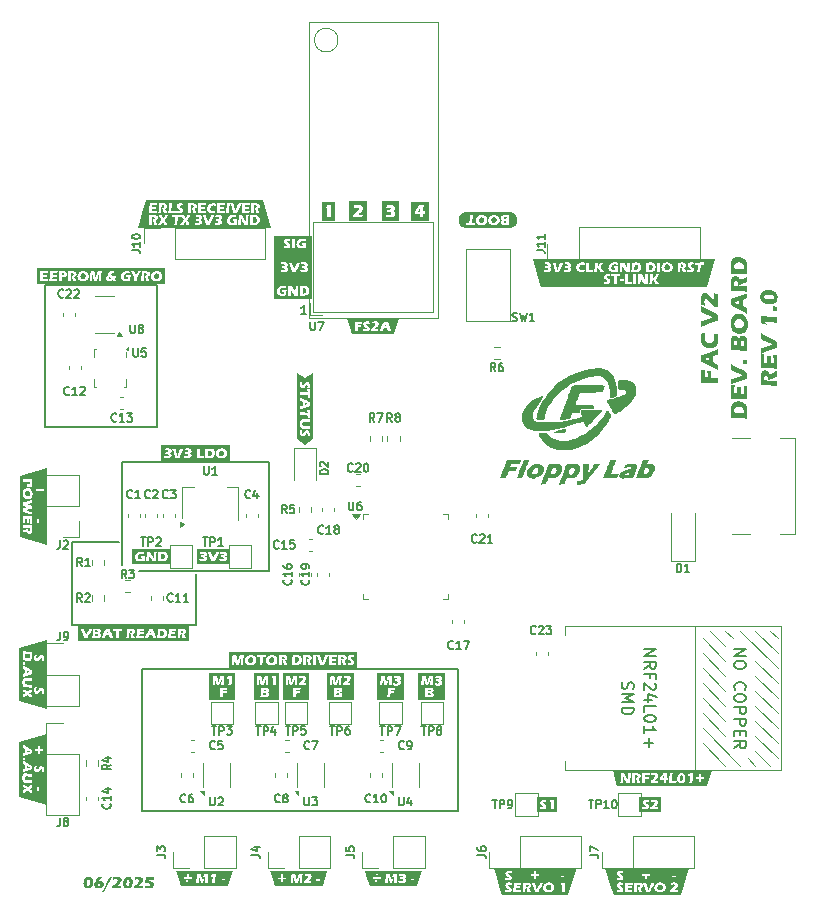
<source format=gbr>
%TF.GenerationSoftware,KiCad,Pcbnew,9.0.2*%
%TF.CreationDate,2025-06-25T14:47:54+02:00*%
%TF.ProjectId,ant control board v2,616e7420-636f-46e7-9472-6f6c20626f61,1.0*%
%TF.SameCoordinates,Original*%
%TF.FileFunction,Legend,Top*%
%TF.FilePolarity,Positive*%
%FSLAX46Y46*%
G04 Gerber Fmt 4.6, Leading zero omitted, Abs format (unit mm)*
G04 Created by KiCad (PCBNEW 9.0.2) date 2025-06-25 14:47:54*
%MOMM*%
%LPD*%
G01*
G04 APERTURE LIST*
%ADD10C,0.150000*%
%ADD11C,0.000000*%
%ADD12C,0.120000*%
%ADD13C,0.100000*%
G04 APERTURE END LIST*
D10*
X138500000Y-101250000D02*
X127500000Y-101250000D01*
X132250000Y-105750000D02*
X121750000Y-105750000D01*
X121750000Y-105750000D02*
X121750000Y-98750000D01*
X138500000Y-101250000D02*
X138500000Y-92000000D01*
X119500000Y-77000000D02*
X129000000Y-77000000D01*
X129000000Y-89000000D01*
X119500000Y-89000000D01*
X119500000Y-77000000D01*
X138500000Y-92000000D02*
X126000000Y-92000000D01*
X126000000Y-92000000D02*
X126000000Y-100750000D01*
X121750000Y-98750000D02*
X125750000Y-98750000D01*
X132250000Y-101500000D02*
X132250000Y-105750000D01*
X127750000Y-109500000D02*
X154500000Y-109500000D01*
X154500000Y-121500000D01*
X127750000Y-121500000D01*
X127750000Y-109500000D01*
G36*
X123260719Y-127131486D02*
G01*
X123326838Y-127146055D01*
X123387500Y-127169829D01*
X123428644Y-127194646D01*
X123465301Y-127227014D01*
X123497837Y-127267721D01*
X123526291Y-127317962D01*
X123553225Y-127389486D01*
X123570124Y-127471168D01*
X123576055Y-127564769D01*
X123568459Y-127675087D01*
X123545525Y-127784954D01*
X123521450Y-127856178D01*
X123493632Y-127913994D01*
X123462543Y-127960382D01*
X123424419Y-128000756D01*
X123378645Y-128034961D01*
X123324241Y-128063147D01*
X123266098Y-128083271D01*
X123205212Y-128095425D01*
X123140998Y-128099539D01*
X123059927Y-128092727D01*
X122985232Y-128072733D01*
X122938975Y-128051250D01*
X122896517Y-128022308D01*
X122857432Y-127985355D01*
X122824623Y-127942792D01*
X122799027Y-127895256D01*
X122780495Y-127842046D01*
X122764179Y-127757466D01*
X122759273Y-127676816D01*
X123034325Y-127676816D01*
X123038055Y-127746471D01*
X123047819Y-127797288D01*
X123065520Y-127840650D01*
X123088608Y-127870561D01*
X123118209Y-127889950D01*
X123151928Y-127896329D01*
X123171600Y-127894156D01*
X123191006Y-127887536D01*
X123209368Y-127875411D01*
X123231368Y-127852182D01*
X123250285Y-127821937D01*
X123268920Y-127775490D01*
X123282991Y-127724513D01*
X123292734Y-127670710D01*
X123300244Y-127559518D01*
X123295920Y-127481553D01*
X123284659Y-127425483D01*
X123268493Y-127386228D01*
X123243735Y-127353665D01*
X123215801Y-127335667D01*
X123183313Y-127329685D01*
X123153550Y-127334411D01*
X123127137Y-127348553D01*
X123100397Y-127375466D01*
X123079204Y-127411995D01*
X123060572Y-127463028D01*
X123046598Y-127523981D01*
X123037526Y-127595322D01*
X123034325Y-127676816D01*
X122759273Y-127676816D01*
X122758575Y-127665336D01*
X122766189Y-127552594D01*
X122789044Y-127441793D01*
X122813263Y-127370222D01*
X122841881Y-127311057D01*
X122874468Y-127262580D01*
X122914255Y-127220279D01*
X122960020Y-127186176D01*
X123012465Y-127159815D01*
X123068685Y-127141353D01*
X123127079Y-127130229D01*
X123188137Y-127126475D01*
X123260719Y-127131486D01*
G37*
G36*
X124142149Y-127482337D02*
G01*
X124178305Y-127476217D01*
X124211026Y-127474277D01*
X124262922Y-127477885D01*
X124309994Y-127488357D01*
X124352992Y-127505418D01*
X124391515Y-127529879D01*
X124423101Y-127561720D01*
X124448369Y-127601833D01*
X124466156Y-127646397D01*
X124477011Y-127694603D01*
X124480731Y-127747158D01*
X124477010Y-127799472D01*
X124465954Y-127849556D01*
X124447927Y-127897163D01*
X124423700Y-127940659D01*
X124393065Y-127979916D01*
X124355312Y-128015153D01*
X124312778Y-128044173D01*
X124268056Y-128065101D01*
X124220670Y-128080064D01*
X124169626Y-128090929D01*
X124117326Y-128097379D01*
X124064114Y-128099539D01*
X123982255Y-128094565D01*
X123910848Y-128080410D01*
X123848386Y-128057896D01*
X123791125Y-128025432D01*
X123747358Y-127987315D01*
X123715091Y-127943346D01*
X123692075Y-127893386D01*
X123678216Y-127840200D01*
X123673508Y-127782939D01*
X123676191Y-127731729D01*
X123684804Y-127672908D01*
X123701624Y-127611093D01*
X123734752Y-127530270D01*
X123778395Y-127445304D01*
X123840815Y-127339822D01*
X123909865Y-127235118D01*
X123978445Y-127142107D01*
X124333452Y-127142107D01*
X124192707Y-127307948D01*
X124101605Y-127433733D01*
X124061545Y-127497869D01*
X124030652Y-127553961D01*
X123982598Y-127662894D01*
X123965928Y-127721634D01*
X123960860Y-127772681D01*
X123964052Y-127803815D01*
X123973622Y-127833558D01*
X123989698Y-127859683D01*
X124011907Y-127879476D01*
X124039366Y-127891953D01*
X124073028Y-127896329D01*
X124105039Y-127892214D01*
X124132441Y-127880270D01*
X124154942Y-127861181D01*
X124171031Y-127835757D01*
X124180591Y-127806560D01*
X124183793Y-127775673D01*
X124179069Y-127740877D01*
X124165972Y-127714713D01*
X124144531Y-127695012D01*
X124104430Y-127675724D01*
X124066190Y-127669672D01*
X124025340Y-127674251D01*
X124086401Y-127574417D01*
X124142149Y-127482337D01*
G37*
G36*
X124340474Y-128400507D02*
G01*
X124483479Y-128138190D01*
X124874878Y-127407294D01*
X125014768Y-127142107D01*
X125095185Y-127143450D01*
X125177739Y-127142046D01*
X124609141Y-128218729D01*
X124517123Y-128400446D01*
X124435302Y-128399042D01*
X124340474Y-128400507D01*
G37*
G36*
X125201064Y-128080000D02*
G01*
X125205705Y-127992133D01*
X125210223Y-127881980D01*
X125341259Y-127768956D01*
X125434204Y-127681011D01*
X125511985Y-127602627D01*
X125568279Y-127541247D01*
X125611575Y-127488932D01*
X125631829Y-127459100D01*
X125642044Y-127438251D01*
X125647357Y-127409553D01*
X125645127Y-127391319D01*
X125638747Y-127376153D01*
X125628029Y-127363359D01*
X125611392Y-127351912D01*
X125565535Y-127335792D01*
X125503803Y-127329685D01*
X125455564Y-127331642D01*
X125403297Y-127337745D01*
X125256080Y-127369436D01*
X125274459Y-127270273D01*
X125292350Y-127157983D01*
X125413635Y-127140098D01*
X125526242Y-127129791D01*
X125630809Y-127126475D01*
X125701798Y-127129782D01*
X125768562Y-127139481D01*
X125831755Y-127157242D01*
X125886715Y-127183567D01*
X125933519Y-127218302D01*
X125965178Y-127256290D01*
X125984903Y-127299636D01*
X125991434Y-127346050D01*
X125983862Y-127408454D01*
X125973730Y-127438737D01*
X125955652Y-127477575D01*
X125926939Y-127525786D01*
X125891294Y-127574417D01*
X125831421Y-127645585D01*
X125760014Y-127722123D01*
X125592891Y-127880758D01*
X125662988Y-127881369D01*
X125768501Y-127880209D01*
X125878105Y-127877950D01*
X125956080Y-127872698D01*
X125949424Y-127957390D01*
X125940082Y-128080000D01*
X125582327Y-128078656D01*
X125201064Y-128080000D01*
G37*
G36*
X126615638Y-127131486D02*
G01*
X126681758Y-127146055D01*
X126742420Y-127169829D01*
X126783564Y-127194646D01*
X126820221Y-127227014D01*
X126852757Y-127267721D01*
X126881211Y-127317962D01*
X126908145Y-127389486D01*
X126925043Y-127471168D01*
X126930975Y-127564769D01*
X126923379Y-127675087D01*
X126900445Y-127784954D01*
X126876370Y-127856178D01*
X126848551Y-127913994D01*
X126817463Y-127960382D01*
X126779338Y-128000756D01*
X126733565Y-128034961D01*
X126679161Y-128063147D01*
X126621018Y-128083271D01*
X126560132Y-128095425D01*
X126495917Y-128099539D01*
X126414846Y-128092727D01*
X126340152Y-128072733D01*
X126293894Y-128051250D01*
X126251437Y-128022308D01*
X126212352Y-127985355D01*
X126179543Y-127942792D01*
X126153947Y-127895256D01*
X126135415Y-127842046D01*
X126119099Y-127757466D01*
X126114192Y-127676816D01*
X126389244Y-127676816D01*
X126392974Y-127746471D01*
X126402739Y-127797288D01*
X126420440Y-127840650D01*
X126443527Y-127870561D01*
X126473129Y-127889950D01*
X126506847Y-127896329D01*
X126526520Y-127894156D01*
X126545926Y-127887536D01*
X126564288Y-127875411D01*
X126586287Y-127852182D01*
X126605205Y-127821937D01*
X126623840Y-127775490D01*
X126637911Y-127724513D01*
X126647653Y-127670710D01*
X126655164Y-127559518D01*
X126650840Y-127481553D01*
X126639579Y-127425483D01*
X126623412Y-127386228D01*
X126598655Y-127353665D01*
X126570721Y-127335667D01*
X126538233Y-127329685D01*
X126508470Y-127334411D01*
X126482057Y-127348553D01*
X126455317Y-127375466D01*
X126434124Y-127411995D01*
X126415492Y-127463028D01*
X126401518Y-127523981D01*
X126392446Y-127595322D01*
X126389244Y-127676816D01*
X126114192Y-127676816D01*
X126113494Y-127665336D01*
X126121109Y-127552594D01*
X126143964Y-127441793D01*
X126168182Y-127370222D01*
X126196801Y-127311057D01*
X126229387Y-127262580D01*
X126269175Y-127220279D01*
X126314939Y-127186176D01*
X126367385Y-127159815D01*
X126423605Y-127141353D01*
X126481999Y-127130229D01*
X126543056Y-127126475D01*
X126615638Y-127131486D01*
G37*
G36*
X127024093Y-128080000D02*
G01*
X127028733Y-127992133D01*
X127033252Y-127881980D01*
X127164288Y-127768956D01*
X127257233Y-127681011D01*
X127335014Y-127602627D01*
X127391308Y-127541247D01*
X127434604Y-127488932D01*
X127454858Y-127459100D01*
X127465073Y-127438251D01*
X127470385Y-127409553D01*
X127468156Y-127391319D01*
X127461776Y-127376153D01*
X127451058Y-127363359D01*
X127434421Y-127351912D01*
X127388564Y-127335792D01*
X127326832Y-127329685D01*
X127278592Y-127331642D01*
X127226326Y-127337745D01*
X127079108Y-127369436D01*
X127097488Y-127270273D01*
X127115378Y-127157983D01*
X127236664Y-127140098D01*
X127349271Y-127129791D01*
X127453838Y-127126475D01*
X127524826Y-127129782D01*
X127591591Y-127139481D01*
X127654784Y-127157242D01*
X127709743Y-127183567D01*
X127756548Y-127218302D01*
X127788206Y-127256290D01*
X127807932Y-127299636D01*
X127814462Y-127346050D01*
X127806891Y-127408454D01*
X127796759Y-127438737D01*
X127778681Y-127477575D01*
X127749968Y-127525786D01*
X127714323Y-127574417D01*
X127654450Y-127645585D01*
X127583042Y-127722123D01*
X127415919Y-127880758D01*
X127486017Y-127881369D01*
X127591530Y-127880209D01*
X127701134Y-127877950D01*
X127779108Y-127872698D01*
X127772453Y-127957390D01*
X127763110Y-128080000D01*
X127405356Y-128078656D01*
X127024093Y-128080000D01*
G37*
G36*
X127991966Y-128067909D02*
G01*
X127987081Y-127998606D01*
X127982624Y-127938888D01*
X127973098Y-127848763D01*
X128070450Y-127872308D01*
X128148235Y-127884800D01*
X128209647Y-127888513D01*
X128257774Y-127884409D01*
X128300750Y-127872515D01*
X128338280Y-127852649D01*
X128364497Y-127827452D01*
X128381204Y-127796806D01*
X128386662Y-127763949D01*
X128381587Y-127733086D01*
X128366864Y-127708214D01*
X128341294Y-127687807D01*
X128309705Y-127674678D01*
X128263506Y-127665435D01*
X128198046Y-127661856D01*
X128112439Y-127664909D01*
X127996423Y-127677793D01*
X128031472Y-127234675D01*
X128035624Y-127142107D01*
X128367428Y-127143450D01*
X128704300Y-127142107D01*
X128696607Y-127255497D01*
X128693126Y-127349286D01*
X128600314Y-127346416D01*
X128558060Y-127345867D01*
X128491809Y-127345867D01*
X128386601Y-127345317D01*
X128318702Y-127345317D01*
X128305391Y-127501449D01*
X128374328Y-127497725D01*
X128444973Y-127501778D01*
X128507501Y-127513380D01*
X128563006Y-127531919D01*
X128614332Y-127558831D01*
X128653579Y-127590720D01*
X128682624Y-127627662D01*
X128703547Y-127670116D01*
X128716211Y-127716166D01*
X128720542Y-127766697D01*
X128716315Y-127815965D01*
X128703604Y-127864011D01*
X128682013Y-127911472D01*
X128653071Y-127954768D01*
X128618077Y-127991423D01*
X128576561Y-128021992D01*
X128505609Y-128056832D01*
X128421528Y-128081282D01*
X128332686Y-128094945D01*
X128241094Y-128099539D01*
X128158234Y-128095081D01*
X128077512Y-128085190D01*
X127991966Y-128067909D01*
G37*
G36*
X176455000Y-85332169D02*
G01*
X176117303Y-85302127D01*
X175603661Y-85278588D01*
X175164023Y-85267322D01*
X175048161Y-85267322D01*
X175050176Y-84690573D01*
X175048161Y-84173084D01*
X175361952Y-84189662D01*
X175358838Y-84281802D01*
X175357830Y-84353427D01*
X175356823Y-84425143D01*
X175356823Y-84627009D01*
X175358838Y-84828052D01*
X175587540Y-84837119D01*
X175593311Y-84691489D01*
X175593311Y-84525526D01*
X175590197Y-84303143D01*
X175897485Y-84314592D01*
X175892264Y-84562438D01*
X175897393Y-84854705D01*
X176267696Y-84864871D01*
X176406456Y-84865879D01*
X176455000Y-84865879D01*
X176452984Y-85089086D01*
X176455000Y-85332169D01*
G37*
G36*
X176452984Y-82659542D02*
G01*
X176455000Y-82914897D01*
X176277383Y-82967636D01*
X176056395Y-83044774D01*
X176056395Y-83557317D01*
X176455000Y-83741690D01*
X176452984Y-83977262D01*
X176455091Y-84233442D01*
X176302867Y-84145790D01*
X175303242Y-83616027D01*
X175191409Y-83559790D01*
X175048161Y-83490272D01*
X175050008Y-83247190D01*
X175359204Y-83247190D01*
X175602195Y-83358748D01*
X175751580Y-83430555D01*
X175751580Y-83120519D01*
X175359204Y-83247190D01*
X175050008Y-83247190D01*
X175050176Y-83225116D01*
X175048161Y-82955564D01*
X175478089Y-82805354D01*
X176301218Y-82500997D01*
X176455091Y-82439998D01*
X176452984Y-82659542D01*
G37*
G36*
X176108053Y-81121178D02*
G01*
X176280152Y-81151861D01*
X176448771Y-81175583D01*
X176476032Y-81391784D01*
X176484309Y-81569699D01*
X176473611Y-81732436D01*
X176442635Y-81879552D01*
X176409011Y-81972260D01*
X176363541Y-82059820D01*
X176305706Y-82142876D01*
X176237083Y-82216415D01*
X176162592Y-82273009D01*
X176081491Y-82314243D01*
X175994121Y-82342343D01*
X175898365Y-82359717D01*
X175792979Y-82365717D01*
X175670336Y-82357652D01*
X175559190Y-82334272D01*
X175457848Y-82296291D01*
X175363835Y-82243102D01*
X175281419Y-82176847D01*
X175209544Y-82096714D01*
X175149368Y-82006730D01*
X175102175Y-81911831D01*
X175067486Y-81811317D01*
X175035476Y-81654136D01*
X175024713Y-81490839D01*
X175032709Y-81330268D01*
X175060342Y-81112935D01*
X175147629Y-81110828D01*
X175269811Y-81104600D01*
X175388971Y-81097181D01*
X175351052Y-81294926D01*
X175341252Y-81432404D01*
X175347670Y-81522776D01*
X175366320Y-81604859D01*
X175396756Y-81679975D01*
X175439440Y-81748274D01*
X175492890Y-81805642D01*
X175558048Y-81853082D01*
X175630768Y-81888023D01*
X175708391Y-81909043D01*
X175792247Y-81916188D01*
X175868769Y-81909953D01*
X175935024Y-81892140D01*
X175992831Y-81863432D01*
X176044273Y-81824107D01*
X176087156Y-81776756D01*
X176122066Y-81720550D01*
X176146552Y-81658816D01*
X176162189Y-81585380D01*
X176167770Y-81497984D01*
X176164905Y-81424035D01*
X176155771Y-81340081D01*
X176139227Y-81249079D01*
X176108053Y-81121178D01*
G37*
G36*
X176455000Y-80034908D02*
G01*
X176327780Y-80073376D01*
X175606317Y-80323420D01*
X175048069Y-80521623D01*
X175050176Y-80269381D01*
X175048161Y-80058080D01*
X175188661Y-80020620D01*
X175411136Y-79951010D01*
X175896202Y-79800343D01*
X176085704Y-79747312D01*
X175975887Y-79703348D01*
X175192417Y-79345777D01*
X175143324Y-79324802D01*
X175048161Y-79286700D01*
X175050176Y-79045999D01*
X175048069Y-78817663D01*
X175508039Y-79056624D01*
X176210085Y-79410165D01*
X176455000Y-79525662D01*
X176452984Y-79773507D01*
X176455000Y-80034908D01*
G37*
G36*
X176455000Y-78850269D02*
G01*
X176323200Y-78843308D01*
X176157970Y-78836530D01*
X175988435Y-78639976D01*
X175856516Y-78500559D01*
X175738941Y-78383887D01*
X175646870Y-78299446D01*
X175568398Y-78234502D01*
X175523650Y-78204121D01*
X175492377Y-78188798D01*
X175449330Y-78180830D01*
X175421979Y-78184174D01*
X175399229Y-78193744D01*
X175380039Y-78209821D01*
X175362868Y-78234777D01*
X175338688Y-78303562D01*
X175329528Y-78396160D01*
X175332464Y-78468520D01*
X175341618Y-78546919D01*
X175389154Y-78767745D01*
X175240410Y-78740177D01*
X175071974Y-78713340D01*
X175045147Y-78531412D01*
X175029687Y-78362502D01*
X175024713Y-78205651D01*
X175029674Y-78099169D01*
X175044222Y-77999022D01*
X175070863Y-77904232D01*
X175110351Y-77821793D01*
X175162454Y-77751586D01*
X175219436Y-77704098D01*
X175284454Y-77674510D01*
X175354075Y-77664714D01*
X175447681Y-77676072D01*
X175493105Y-77691270D01*
X175551362Y-77718387D01*
X175623679Y-77761456D01*
X175696625Y-77814924D01*
X175803377Y-77904733D01*
X175918184Y-78011844D01*
X176156138Y-78262529D01*
X176157054Y-78157383D01*
X176155314Y-77999113D01*
X176151925Y-77834707D01*
X176144048Y-77717745D01*
X176271085Y-77727729D01*
X176455000Y-77741742D01*
X176452984Y-78278374D01*
X176455000Y-78850269D01*
G37*
G36*
X178322315Y-86861131D02*
G01*
X178431407Y-86879600D01*
X178535237Y-86909680D01*
X178625580Y-86948477D01*
X178707213Y-86997254D01*
X178774507Y-87051974D01*
X178832154Y-87115187D01*
X178881210Y-87187346D01*
X178910832Y-87244766D01*
X178932776Y-87301652D01*
X178948534Y-87364711D01*
X178962726Y-87458914D01*
X178971744Y-87573448D01*
X178975000Y-87710331D01*
X178971885Y-88124323D01*
X178975091Y-88317122D01*
X178597278Y-88286072D01*
X178055425Y-88261526D01*
X177691168Y-88252275D01*
X177568069Y-88252275D01*
X177571275Y-88042349D01*
X177566695Y-87822164D01*
X177563779Y-87662154D01*
X177867114Y-87662154D01*
X177878563Y-87833521D01*
X178664597Y-87868234D01*
X178670184Y-87753379D01*
X178665288Y-87652239D01*
X178651683Y-87567815D01*
X178622846Y-87491681D01*
X178572732Y-87425025D01*
X178505003Y-87372381D01*
X178417118Y-87334075D01*
X178320808Y-87311890D01*
X178222121Y-87304491D01*
X178141461Y-87309809D01*
X178073521Y-87324736D01*
X178016224Y-87348180D01*
X177964728Y-87381625D01*
X177926595Y-87420200D01*
X177899904Y-87464317D01*
X177876327Y-87544146D01*
X177867114Y-87662154D01*
X177563779Y-87662154D01*
X177562024Y-87565892D01*
X177566443Y-87432479D01*
X177578510Y-87324458D01*
X177603771Y-87223886D01*
X177646563Y-87130468D01*
X177706260Y-87047570D01*
X177781843Y-86979526D01*
X177871028Y-86926622D01*
X177977206Y-86886836D01*
X178090439Y-86862896D01*
X178207466Y-86854870D01*
X178322315Y-86861131D01*
G37*
G36*
X178975000Y-86696418D02*
G01*
X178528493Y-86658774D01*
X178053868Y-86635235D01*
X177661400Y-86623420D01*
X177568161Y-86624427D01*
X177570176Y-86036413D01*
X177568161Y-85474868D01*
X177605163Y-85477066D01*
X177694373Y-85482195D01*
X177806297Y-85488332D01*
X177881952Y-85490438D01*
X177873709Y-85825387D01*
X177874258Y-86024689D01*
X177878746Y-86183325D01*
X178107540Y-86195232D01*
X178110471Y-85916520D01*
X178101495Y-85607950D01*
X178418126Y-85627917D01*
X178416111Y-85903239D01*
X178423896Y-86217030D01*
X178664323Y-86229029D01*
X178664323Y-86114265D01*
X178661025Y-85898202D01*
X178655530Y-85686077D01*
X178646554Y-85524968D01*
X178975000Y-85545943D01*
X178972893Y-86096863D01*
X178973900Y-86547674D01*
X178975000Y-86696418D01*
G37*
G36*
X178975000Y-84939060D02*
G01*
X178847780Y-84977528D01*
X178126317Y-85227572D01*
X177568069Y-85425775D01*
X177570176Y-85173533D01*
X177568161Y-84962233D01*
X177708661Y-84924772D01*
X177931136Y-84855163D01*
X178416202Y-84704495D01*
X178605704Y-84651464D01*
X178495887Y-84607500D01*
X177712417Y-84249929D01*
X177663324Y-84228955D01*
X177568161Y-84190853D01*
X177570176Y-83950151D01*
X177568069Y-83721815D01*
X178028039Y-83960776D01*
X178730085Y-84314317D01*
X178975000Y-84429814D01*
X178972984Y-84677659D01*
X178975000Y-84939060D01*
G37*
G36*
X178975000Y-83732806D02*
G01*
X178605704Y-83718151D01*
X178608727Y-83504194D01*
X178605613Y-83322753D01*
X178975000Y-83341529D01*
X178972984Y-83522696D01*
X178975000Y-83732806D01*
G37*
G36*
X178653851Y-81296074D02*
G01*
X178725139Y-81315351D01*
X178790260Y-81346671D01*
X178844391Y-81387708D01*
X178883015Y-81431718D01*
X178917114Y-81489924D01*
X178942584Y-81553934D01*
X178958513Y-81618884D01*
X178970878Y-81813332D01*
X178975000Y-82112193D01*
X178973992Y-82381654D01*
X178975000Y-82583613D01*
X178616787Y-82554670D01*
X178132453Y-82534703D01*
X177698403Y-82524994D01*
X177568069Y-82526002D01*
X177571275Y-82306824D01*
X177566695Y-82046614D01*
X177564500Y-81926721D01*
X177843667Y-81926721D01*
X177843667Y-82108347D01*
X178113311Y-82120437D01*
X178113311Y-81977921D01*
X178111219Y-81918478D01*
X178394678Y-81918478D01*
X178394678Y-82131885D01*
X178693632Y-82143975D01*
X178693632Y-81950260D01*
X178690823Y-81877886D01*
X178684198Y-81836230D01*
X178670088Y-81795209D01*
X178654156Y-81768727D01*
X178632616Y-81748397D01*
X178603323Y-81732090D01*
X178569786Y-81722030D01*
X178531424Y-81718535D01*
X178498522Y-81721423D01*
X178471340Y-81729526D01*
X178447503Y-81743265D01*
X178427834Y-81762499D01*
X178412964Y-81786504D01*
X178402464Y-81816812D01*
X178394678Y-81918478D01*
X178111219Y-81918478D01*
X178109739Y-81876438D01*
X178097099Y-81818186D01*
X178084947Y-81791874D01*
X178066874Y-81769460D01*
X178044337Y-81751827D01*
X178019613Y-81740425D01*
X177967223Y-81731907D01*
X177931615Y-81736385D01*
X177900911Y-81749401D01*
X177876183Y-81771575D01*
X177857772Y-81806096D01*
X177847838Y-81850646D01*
X177843667Y-81926721D01*
X177564500Y-81926721D01*
X177562024Y-81791441D01*
X177569168Y-81608717D01*
X177582553Y-81539287D01*
X177602233Y-81482322D01*
X177629395Y-81431679D01*
X177661126Y-81391738D01*
X177706123Y-81356101D01*
X177760319Y-81328632D01*
X177828154Y-81309355D01*
X177901644Y-81302803D01*
X177959447Y-81306606D01*
X178014026Y-81317824D01*
X178065292Y-81336165D01*
X178109464Y-81360231D01*
X178148363Y-81389794D01*
X178179165Y-81421780D01*
X178222487Y-81488458D01*
X178249965Y-81563105D01*
X178269016Y-81488183D01*
X178307484Y-81417292D01*
X178337297Y-81381868D01*
X178375536Y-81349515D01*
X178419332Y-81323365D01*
X178468501Y-81304543D01*
X178520805Y-81293337D01*
X178576853Y-81289522D01*
X178653851Y-81296074D01*
G37*
G36*
X178360331Y-79446080D02*
G01*
X178465826Y-79466989D01*
X178564030Y-79501207D01*
X178656004Y-79549084D01*
X178737559Y-79608738D01*
X178809678Y-79680725D01*
X178870300Y-79762781D01*
X178919582Y-79855532D01*
X178957506Y-79960353D01*
X178983393Y-80069477D01*
X178999036Y-80181988D01*
X179004309Y-80298415D01*
X178999137Y-80413513D01*
X178983818Y-80524343D01*
X178958513Y-80631441D01*
X178921193Y-80734125D01*
X178871813Y-80826105D01*
X178810227Y-80908595D01*
X178737340Y-80981178D01*
X178661429Y-81036326D01*
X178581891Y-81075840D01*
X178496746Y-81102834D01*
X178404060Y-81119476D01*
X178302721Y-81125208D01*
X178190543Y-81118324D01*
X178087998Y-81098316D01*
X177993755Y-81065779D01*
X177906681Y-81020794D01*
X177827441Y-80963409D01*
X177756911Y-80893536D01*
X177694589Y-80810020D01*
X177640426Y-80711216D01*
X177588063Y-80571519D01*
X177555831Y-80418332D01*
X177545924Y-80267732D01*
X177861252Y-80267732D01*
X177867813Y-80344071D01*
X177887056Y-80414169D01*
X177918954Y-80479308D01*
X177962226Y-80537332D01*
X178015261Y-80585590D01*
X178079147Y-80624754D01*
X178149030Y-80652997D01*
X178222071Y-80669953D01*
X178299149Y-80675679D01*
X178370181Y-80670399D01*
X178435839Y-80654927D01*
X178497077Y-80629426D01*
X178552165Y-80593507D01*
X178598684Y-80547001D01*
X178637303Y-80488650D01*
X178665438Y-80424046D01*
X178682163Y-80357529D01*
X178687770Y-80288249D01*
X178681398Y-80214534D01*
X178662601Y-80145920D01*
X178631258Y-80081253D01*
X178588555Y-80023666D01*
X178535879Y-79976088D01*
X178472073Y-79937821D01*
X178402262Y-79910307D01*
X178330830Y-79893935D01*
X178257017Y-79888454D01*
X178185264Y-79893661D01*
X178118391Y-79908966D01*
X178055517Y-79934249D01*
X177998324Y-79969657D01*
X177950889Y-80014117D01*
X177912268Y-80068430D01*
X177884181Y-80129140D01*
X177867106Y-80195174D01*
X177861252Y-80267732D01*
X177545924Y-80267732D01*
X177544713Y-80249323D01*
X177555872Y-80087281D01*
X177588952Y-79932784D01*
X177624784Y-79834551D01*
X177671937Y-79746131D01*
X177730552Y-79666437D01*
X177799768Y-79595783D01*
X177874320Y-79539210D01*
X177954767Y-79495620D01*
X178041006Y-79464803D01*
X178137620Y-79445610D01*
X178246301Y-79438925D01*
X178360331Y-79446080D01*
G37*
G36*
X178972984Y-77891677D02*
G01*
X178975000Y-78147033D01*
X178797383Y-78199771D01*
X178576395Y-78276909D01*
X178576395Y-78789453D01*
X178975000Y-78973825D01*
X178972984Y-79209398D01*
X178975091Y-79465578D01*
X178822867Y-79377925D01*
X177823242Y-78848163D01*
X177711409Y-78791926D01*
X177568161Y-78722408D01*
X177570008Y-78479325D01*
X177879204Y-78479325D01*
X178122195Y-78590883D01*
X178271580Y-78662691D01*
X178271580Y-78352655D01*
X177879204Y-78479325D01*
X177570008Y-78479325D01*
X177570176Y-78457252D01*
X177568161Y-78187699D01*
X177998089Y-78037490D01*
X178821218Y-77733133D01*
X178975091Y-77672133D01*
X178972984Y-77891677D01*
G37*
G36*
X178975000Y-77573673D02*
G01*
X178646554Y-77542532D01*
X178310964Y-77523115D01*
X177908238Y-77510750D01*
X177568069Y-77506628D01*
X177571275Y-77296701D01*
X177566695Y-77097033D01*
X177562024Y-76867414D01*
X177564752Y-76739605D01*
X177572282Y-76633490D01*
X177583633Y-76558483D01*
X177602141Y-76492898D01*
X177627931Y-76433036D01*
X177657187Y-76386103D01*
X177692045Y-76345913D01*
X177730002Y-76313746D01*
X177773006Y-76288392D01*
X177824433Y-76268775D01*
X177879854Y-76256845D01*
X177940478Y-76252746D01*
X178008015Y-76257245D01*
X178069713Y-76270332D01*
X178127937Y-76292761D01*
X178183103Y-76325561D01*
X178232279Y-76367765D01*
X178274877Y-76420450D01*
X178311290Y-76483879D01*
X178352363Y-76577712D01*
X178480499Y-76525505D01*
X178591691Y-76477419D01*
X178893575Y-76340124D01*
X178975091Y-76305594D01*
X178972984Y-76537503D01*
X178975000Y-76781502D01*
X178773499Y-76841585D01*
X178679710Y-76871169D01*
X178474088Y-76943984D01*
X178176783Y-77051329D01*
X178186451Y-76991868D01*
X178189515Y-76938122D01*
X178183771Y-76866128D01*
X178167349Y-76803575D01*
X178138462Y-76749848D01*
X178098839Y-76712534D01*
X178050853Y-76689297D01*
X178001386Y-76681759D01*
X177960624Y-76687643D01*
X177925915Y-76704840D01*
X177898448Y-76733277D01*
X177877372Y-76777838D01*
X177866039Y-76834771D01*
X177861252Y-76932993D01*
X177862809Y-77007182D01*
X177865282Y-77094194D01*
X178376818Y-77117641D01*
X178975000Y-77130922D01*
X178972984Y-77356236D01*
X178975000Y-77573673D01*
G37*
G36*
X178322315Y-74642150D02*
G01*
X178431407Y-74660619D01*
X178535237Y-74690699D01*
X178625580Y-74729495D01*
X178707213Y-74778272D01*
X178774507Y-74832993D01*
X178832154Y-74896205D01*
X178881210Y-74968365D01*
X178910832Y-75025785D01*
X178932776Y-75082671D01*
X178948534Y-75145729D01*
X178962726Y-75239932D01*
X178971744Y-75354467D01*
X178975000Y-75491350D01*
X178971885Y-75905342D01*
X178975091Y-76098141D01*
X178597278Y-76067091D01*
X178055425Y-76042545D01*
X177691168Y-76033294D01*
X177568069Y-76033294D01*
X177571275Y-75823368D01*
X177566695Y-75603183D01*
X177563779Y-75443173D01*
X177867114Y-75443173D01*
X177878563Y-75614540D01*
X178664597Y-75649253D01*
X178670184Y-75534398D01*
X178665288Y-75433258D01*
X178651683Y-75348834D01*
X178622846Y-75272699D01*
X178572732Y-75206044D01*
X178505003Y-75153400D01*
X178417118Y-75115094D01*
X178320808Y-75092909D01*
X178222121Y-75085510D01*
X178141461Y-75090828D01*
X178073521Y-75105755D01*
X178016224Y-75129199D01*
X177964728Y-75162644D01*
X177926595Y-75201219D01*
X177899904Y-75245336D01*
X177876327Y-75325165D01*
X177867114Y-75443173D01*
X177563779Y-75443173D01*
X177562024Y-75346911D01*
X177566443Y-75213498D01*
X177578510Y-75105477D01*
X177603771Y-75004905D01*
X177646563Y-74911487D01*
X177706260Y-74828588D01*
X177781843Y-74760545D01*
X177871028Y-74707640D01*
X177977206Y-74667855D01*
X178090439Y-74643915D01*
X178207466Y-74635889D01*
X178322315Y-74642150D01*
G37*
G36*
X181495000Y-85556751D02*
G01*
X181166554Y-85525610D01*
X180830964Y-85506193D01*
X180428238Y-85493828D01*
X180088069Y-85489706D01*
X180091275Y-85279780D01*
X180086695Y-85080111D01*
X180082024Y-84850492D01*
X180084752Y-84722683D01*
X180092282Y-84616569D01*
X180103633Y-84541561D01*
X180122141Y-84475976D01*
X180147931Y-84416115D01*
X180177187Y-84369181D01*
X180212045Y-84328992D01*
X180250002Y-84296824D01*
X180293006Y-84271470D01*
X180344433Y-84251853D01*
X180399854Y-84239923D01*
X180460478Y-84235825D01*
X180528015Y-84240323D01*
X180589713Y-84253410D01*
X180647937Y-84275839D01*
X180703103Y-84308640D01*
X180752279Y-84350844D01*
X180794877Y-84403528D01*
X180831290Y-84466957D01*
X180872363Y-84560790D01*
X181000499Y-84508583D01*
X181111691Y-84460498D01*
X181413575Y-84323203D01*
X181495091Y-84288673D01*
X181492984Y-84520581D01*
X181495000Y-84764580D01*
X181293499Y-84824664D01*
X181199710Y-84854248D01*
X180994088Y-84927062D01*
X180696783Y-85034407D01*
X180706451Y-84974946D01*
X180709515Y-84921201D01*
X180703771Y-84849206D01*
X180687349Y-84786653D01*
X180658462Y-84732926D01*
X180618839Y-84695612D01*
X180570853Y-84672375D01*
X180521386Y-84664837D01*
X180480624Y-84670722D01*
X180445915Y-84687918D01*
X180418448Y-84716355D01*
X180397372Y-84760916D01*
X180386039Y-84817849D01*
X180381252Y-84916072D01*
X180382809Y-84990260D01*
X180385282Y-85077272D01*
X180896818Y-85100719D01*
X181495000Y-85114000D01*
X181492984Y-85339314D01*
X181495000Y-85556751D01*
G37*
G36*
X181495000Y-84084241D02*
G01*
X181048493Y-84046598D01*
X180573868Y-84023059D01*
X180181400Y-84011243D01*
X180088161Y-84012251D01*
X180090176Y-83424236D01*
X180088161Y-82862691D01*
X180125163Y-82864890D01*
X180214373Y-82870019D01*
X180326297Y-82876155D01*
X180401952Y-82878262D01*
X180393709Y-83213210D01*
X180394258Y-83412513D01*
X180398746Y-83571148D01*
X180627540Y-83583055D01*
X180630471Y-83304344D01*
X180621495Y-82995773D01*
X180938126Y-83015740D01*
X180936111Y-83291063D01*
X180943896Y-83604854D01*
X181184323Y-83616852D01*
X181184323Y-83502089D01*
X181181025Y-83286025D01*
X181175530Y-83073900D01*
X181166554Y-82912792D01*
X181495000Y-82933766D01*
X181492893Y-83484686D01*
X181493900Y-83935498D01*
X181495000Y-84084241D01*
G37*
G36*
X181495000Y-82326884D02*
G01*
X181367780Y-82365352D01*
X180646317Y-82615396D01*
X180088069Y-82813599D01*
X180090176Y-82561357D01*
X180088161Y-82350056D01*
X180228661Y-82312595D01*
X180451136Y-82242986D01*
X180936202Y-82092319D01*
X181125704Y-82039288D01*
X181015887Y-81995324D01*
X180232417Y-81637752D01*
X180183324Y-81616778D01*
X180088161Y-81578676D01*
X180090176Y-81337975D01*
X180088069Y-81109638D01*
X180548039Y-81348599D01*
X181250085Y-81702141D01*
X181495000Y-81817637D01*
X181492984Y-82065483D01*
X181495000Y-82326884D01*
G37*
G36*
X181495091Y-80183103D02*
G01*
X180977785Y-80149123D01*
X180475133Y-80125584D01*
X180518639Y-80194735D01*
X180630471Y-80355478D01*
X180421003Y-80343754D01*
X180247621Y-80338625D01*
X180175539Y-80218915D01*
X180123423Y-80138040D01*
X180088161Y-80092794D01*
X180090176Y-79881677D01*
X180088069Y-79647937D01*
X180320161Y-79668728D01*
X181079634Y-79712783D01*
X181358712Y-79723041D01*
X181495091Y-79723041D01*
X181492984Y-79938097D01*
X181495091Y-80183103D01*
G37*
G36*
X181495000Y-79228724D02*
G01*
X181125704Y-79214070D01*
X181128727Y-79000113D01*
X181125613Y-78818671D01*
X181495000Y-78837447D01*
X181492984Y-79018614D01*
X181495000Y-79228724D01*
G37*
G36*
X180887631Y-77415716D02*
G01*
X181052431Y-77450117D01*
X181159267Y-77486230D01*
X181245991Y-77527957D01*
X181315573Y-77574590D01*
X181376134Y-77631777D01*
X181427442Y-77700437D01*
X181469720Y-77782043D01*
X181499906Y-77869257D01*
X181518137Y-77960587D01*
X181524309Y-78056908D01*
X181514091Y-78178515D01*
X181484100Y-78290557D01*
X181451875Y-78359943D01*
X181408463Y-78423629D01*
X181353033Y-78482257D01*
X181289188Y-78531470D01*
X181217885Y-78569864D01*
X181138069Y-78597662D01*
X181011200Y-78622136D01*
X180873005Y-78630543D01*
X180703891Y-78619121D01*
X180537690Y-78584839D01*
X180430333Y-78548511D01*
X180341586Y-78505583D01*
X180268870Y-78456703D01*
X180205418Y-78397022D01*
X180154265Y-78328375D01*
X180114722Y-78249707D01*
X180087030Y-78165377D01*
X180070344Y-78077786D01*
X180065158Y-77993435D01*
X180369528Y-77993435D01*
X180376617Y-78038079D01*
X180397830Y-78077699D01*
X180438199Y-78117809D01*
X180492993Y-78149598D01*
X180569542Y-78177546D01*
X180660971Y-78198508D01*
X180767983Y-78212115D01*
X180890224Y-78216918D01*
X180994706Y-78211323D01*
X181070933Y-78196676D01*
X181135975Y-78170124D01*
X181180842Y-78135493D01*
X181209925Y-78091091D01*
X181219494Y-78040513D01*
X181216234Y-78011004D01*
X181206304Y-77981895D01*
X181188116Y-77954353D01*
X181153273Y-77921353D01*
X181107906Y-77892977D01*
X181038235Y-77865025D01*
X180961770Y-77843918D01*
X180881065Y-77829304D01*
X180714277Y-77818039D01*
X180597330Y-77824524D01*
X180513225Y-77841416D01*
X180454342Y-77865666D01*
X180405498Y-77902802D01*
X180378501Y-77944703D01*
X180369528Y-77993435D01*
X180065158Y-77993435D01*
X180064713Y-77986200D01*
X180072229Y-77877327D01*
X180094082Y-77778148D01*
X180129743Y-77687155D01*
X180166970Y-77625439D01*
X180215521Y-77570453D01*
X180276581Y-77521649D01*
X180351943Y-77478968D01*
X180459230Y-77438567D01*
X180581753Y-77413219D01*
X180722154Y-77404322D01*
X180887631Y-77415716D01*
G37*
X157366666Y-120616033D02*
X157766666Y-120616033D01*
X157566666Y-121316033D02*
X157566666Y-120616033D01*
X157999999Y-121316033D02*
X157999999Y-120616033D01*
X157999999Y-120616033D02*
X158266666Y-120616033D01*
X158266666Y-120616033D02*
X158333333Y-120649366D01*
X158333333Y-120649366D02*
X158366666Y-120682700D01*
X158366666Y-120682700D02*
X158399999Y-120749366D01*
X158399999Y-120749366D02*
X158399999Y-120849366D01*
X158399999Y-120849366D02*
X158366666Y-120916033D01*
X158366666Y-120916033D02*
X158333333Y-120949366D01*
X158333333Y-120949366D02*
X158266666Y-120982700D01*
X158266666Y-120982700D02*
X157999999Y-120982700D01*
X158733333Y-121316033D02*
X158866666Y-121316033D01*
X158866666Y-121316033D02*
X158933333Y-121282700D01*
X158933333Y-121282700D02*
X158966666Y-121249366D01*
X158966666Y-121249366D02*
X159033333Y-121149366D01*
X159033333Y-121149366D02*
X159066666Y-121016033D01*
X159066666Y-121016033D02*
X159066666Y-120749366D01*
X159066666Y-120749366D02*
X159033333Y-120682700D01*
X159033333Y-120682700D02*
X158999999Y-120649366D01*
X158999999Y-120649366D02*
X158933333Y-120616033D01*
X158933333Y-120616033D02*
X158799999Y-120616033D01*
X158799999Y-120616033D02*
X158733333Y-120649366D01*
X158733333Y-120649366D02*
X158699999Y-120682700D01*
X158699999Y-120682700D02*
X158666666Y-120749366D01*
X158666666Y-120749366D02*
X158666666Y-120916033D01*
X158666666Y-120916033D02*
X158699999Y-120982700D01*
X158699999Y-120982700D02*
X158733333Y-121016033D01*
X158733333Y-121016033D02*
X158799999Y-121049366D01*
X158799999Y-121049366D02*
X158933333Y-121049366D01*
X158933333Y-121049366D02*
X158999999Y-121016033D01*
X158999999Y-121016033D02*
X159033333Y-120982700D01*
X159033333Y-120982700D02*
X159066666Y-120916033D01*
X127616666Y-98366033D02*
X128016666Y-98366033D01*
X127816666Y-99066033D02*
X127816666Y-98366033D01*
X128249999Y-99066033D02*
X128249999Y-98366033D01*
X128249999Y-98366033D02*
X128516666Y-98366033D01*
X128516666Y-98366033D02*
X128583333Y-98399366D01*
X128583333Y-98399366D02*
X128616666Y-98432700D01*
X128616666Y-98432700D02*
X128649999Y-98499366D01*
X128649999Y-98499366D02*
X128649999Y-98599366D01*
X128649999Y-98599366D02*
X128616666Y-98666033D01*
X128616666Y-98666033D02*
X128583333Y-98699366D01*
X128583333Y-98699366D02*
X128516666Y-98732700D01*
X128516666Y-98732700D02*
X128249999Y-98732700D01*
X128916666Y-98432700D02*
X128949999Y-98399366D01*
X128949999Y-98399366D02*
X129016666Y-98366033D01*
X129016666Y-98366033D02*
X129183333Y-98366033D01*
X129183333Y-98366033D02*
X129249999Y-98399366D01*
X129249999Y-98399366D02*
X129283333Y-98432700D01*
X129283333Y-98432700D02*
X129316666Y-98499366D01*
X129316666Y-98499366D02*
X129316666Y-98566033D01*
X129316666Y-98566033D02*
X129283333Y-98666033D01*
X129283333Y-98666033D02*
X128883333Y-99066033D01*
X128883333Y-99066033D02*
X129316666Y-99066033D01*
X144961033Y-125233333D02*
X145461033Y-125233333D01*
X145461033Y-125233333D02*
X145561033Y-125266666D01*
X145561033Y-125266666D02*
X145627700Y-125333333D01*
X145627700Y-125333333D02*
X145661033Y-125433333D01*
X145661033Y-125433333D02*
X145661033Y-125500000D01*
X144961033Y-124566667D02*
X144961033Y-124900000D01*
X144961033Y-124900000D02*
X145294366Y-124933333D01*
X145294366Y-124933333D02*
X145261033Y-124900000D01*
X145261033Y-124900000D02*
X145227700Y-124833333D01*
X145227700Y-124833333D02*
X145227700Y-124666667D01*
X145227700Y-124666667D02*
X145261033Y-124600000D01*
X145261033Y-124600000D02*
X145294366Y-124566667D01*
X145294366Y-124566667D02*
X145361033Y-124533333D01*
X145361033Y-124533333D02*
X145527700Y-124533333D01*
X145527700Y-124533333D02*
X145594366Y-124566667D01*
X145594366Y-124566667D02*
X145627700Y-124600000D01*
X145627700Y-124600000D02*
X145661033Y-124666667D01*
X145661033Y-124666667D02*
X145661033Y-124833333D01*
X145661033Y-124833333D02*
X145627700Y-124900000D01*
X145627700Y-124900000D02*
X145594366Y-124933333D01*
X141883333Y-116249366D02*
X141850000Y-116282700D01*
X141850000Y-116282700D02*
X141750000Y-116316033D01*
X141750000Y-116316033D02*
X141683333Y-116316033D01*
X141683333Y-116316033D02*
X141583333Y-116282700D01*
X141583333Y-116282700D02*
X141516667Y-116216033D01*
X141516667Y-116216033D02*
X141483333Y-116149366D01*
X141483333Y-116149366D02*
X141450000Y-116016033D01*
X141450000Y-116016033D02*
X141450000Y-115916033D01*
X141450000Y-115916033D02*
X141483333Y-115782700D01*
X141483333Y-115782700D02*
X141516667Y-115716033D01*
X141516667Y-115716033D02*
X141583333Y-115649366D01*
X141583333Y-115649366D02*
X141683333Y-115616033D01*
X141683333Y-115616033D02*
X141750000Y-115616033D01*
X141750000Y-115616033D02*
X141850000Y-115649366D01*
X141850000Y-115649366D02*
X141883333Y-115682700D01*
X142116667Y-115616033D02*
X142583333Y-115616033D01*
X142583333Y-115616033D02*
X142283333Y-116316033D01*
X125549999Y-88499366D02*
X125516666Y-88532700D01*
X125516666Y-88532700D02*
X125416666Y-88566033D01*
X125416666Y-88566033D02*
X125349999Y-88566033D01*
X125349999Y-88566033D02*
X125249999Y-88532700D01*
X125249999Y-88532700D02*
X125183333Y-88466033D01*
X125183333Y-88466033D02*
X125149999Y-88399366D01*
X125149999Y-88399366D02*
X125116666Y-88266033D01*
X125116666Y-88266033D02*
X125116666Y-88166033D01*
X125116666Y-88166033D02*
X125149999Y-88032700D01*
X125149999Y-88032700D02*
X125183333Y-87966033D01*
X125183333Y-87966033D02*
X125249999Y-87899366D01*
X125249999Y-87899366D02*
X125349999Y-87866033D01*
X125349999Y-87866033D02*
X125416666Y-87866033D01*
X125416666Y-87866033D02*
X125516666Y-87899366D01*
X125516666Y-87899366D02*
X125549999Y-87932700D01*
X126216666Y-88566033D02*
X125816666Y-88566033D01*
X126016666Y-88566033D02*
X126016666Y-87866033D01*
X126016666Y-87866033D02*
X125949999Y-87966033D01*
X125949999Y-87966033D02*
X125883333Y-88032700D01*
X125883333Y-88032700D02*
X125816666Y-88066033D01*
X126450000Y-87866033D02*
X126883333Y-87866033D01*
X126883333Y-87866033D02*
X126650000Y-88132700D01*
X126650000Y-88132700D02*
X126750000Y-88132700D01*
X126750000Y-88132700D02*
X126816666Y-88166033D01*
X126816666Y-88166033D02*
X126850000Y-88199366D01*
X126850000Y-88199366D02*
X126883333Y-88266033D01*
X126883333Y-88266033D02*
X126883333Y-88432700D01*
X126883333Y-88432700D02*
X126850000Y-88499366D01*
X126850000Y-88499366D02*
X126816666Y-88532700D01*
X126816666Y-88532700D02*
X126750000Y-88566033D01*
X126750000Y-88566033D02*
X126550000Y-88566033D01*
X126550000Y-88566033D02*
X126483333Y-88532700D01*
X126483333Y-88532700D02*
X126450000Y-88499366D01*
X126883333Y-94999366D02*
X126850000Y-95032700D01*
X126850000Y-95032700D02*
X126750000Y-95066033D01*
X126750000Y-95066033D02*
X126683333Y-95066033D01*
X126683333Y-95066033D02*
X126583333Y-95032700D01*
X126583333Y-95032700D02*
X126516667Y-94966033D01*
X126516667Y-94966033D02*
X126483333Y-94899366D01*
X126483333Y-94899366D02*
X126450000Y-94766033D01*
X126450000Y-94766033D02*
X126450000Y-94666033D01*
X126450000Y-94666033D02*
X126483333Y-94532700D01*
X126483333Y-94532700D02*
X126516667Y-94466033D01*
X126516667Y-94466033D02*
X126583333Y-94399366D01*
X126583333Y-94399366D02*
X126683333Y-94366033D01*
X126683333Y-94366033D02*
X126750000Y-94366033D01*
X126750000Y-94366033D02*
X126850000Y-94399366D01*
X126850000Y-94399366D02*
X126883333Y-94432700D01*
X127550000Y-95066033D02*
X127150000Y-95066033D01*
X127350000Y-95066033D02*
X127350000Y-94366033D01*
X127350000Y-94366033D02*
X127283333Y-94466033D01*
X127283333Y-94466033D02*
X127216667Y-94532700D01*
X127216667Y-94532700D02*
X127150000Y-94566033D01*
X128961033Y-125233333D02*
X129461033Y-125233333D01*
X129461033Y-125233333D02*
X129561033Y-125266666D01*
X129561033Y-125266666D02*
X129627700Y-125333333D01*
X129627700Y-125333333D02*
X129661033Y-125433333D01*
X129661033Y-125433333D02*
X129661033Y-125500000D01*
X128961033Y-124966667D02*
X128961033Y-124533333D01*
X128961033Y-124533333D02*
X129227700Y-124766667D01*
X129227700Y-124766667D02*
X129227700Y-124666667D01*
X129227700Y-124666667D02*
X129261033Y-124600000D01*
X129261033Y-124600000D02*
X129294366Y-124566667D01*
X129294366Y-124566667D02*
X129361033Y-124533333D01*
X129361033Y-124533333D02*
X129527700Y-124533333D01*
X129527700Y-124533333D02*
X129594366Y-124566667D01*
X129594366Y-124566667D02*
X129627700Y-124600000D01*
X129627700Y-124600000D02*
X129661033Y-124666667D01*
X129661033Y-124666667D02*
X129661033Y-124866667D01*
X129661033Y-124866667D02*
X129627700Y-124933333D01*
X129627700Y-124933333D02*
X129594366Y-124966667D01*
X133466666Y-120366033D02*
X133466666Y-120932700D01*
X133466666Y-120932700D02*
X133500000Y-120999366D01*
X133500000Y-120999366D02*
X133533333Y-121032700D01*
X133533333Y-121032700D02*
X133600000Y-121066033D01*
X133600000Y-121066033D02*
X133733333Y-121066033D01*
X133733333Y-121066033D02*
X133800000Y-121032700D01*
X133800000Y-121032700D02*
X133833333Y-120999366D01*
X133833333Y-120999366D02*
X133866666Y-120932700D01*
X133866666Y-120932700D02*
X133866666Y-120366033D01*
X134166666Y-120432700D02*
X134199999Y-120399366D01*
X134199999Y-120399366D02*
X134266666Y-120366033D01*
X134266666Y-120366033D02*
X134433333Y-120366033D01*
X134433333Y-120366033D02*
X134499999Y-120399366D01*
X134499999Y-120399366D02*
X134533333Y-120432700D01*
X134533333Y-120432700D02*
X134566666Y-120499366D01*
X134566666Y-120499366D02*
X134566666Y-120566033D01*
X134566666Y-120566033D02*
X134533333Y-120666033D01*
X134533333Y-120666033D02*
X134133333Y-121066033D01*
X134133333Y-121066033D02*
X134566666Y-121066033D01*
X139299999Y-99249366D02*
X139266666Y-99282700D01*
X139266666Y-99282700D02*
X139166666Y-99316033D01*
X139166666Y-99316033D02*
X139099999Y-99316033D01*
X139099999Y-99316033D02*
X138999999Y-99282700D01*
X138999999Y-99282700D02*
X138933333Y-99216033D01*
X138933333Y-99216033D02*
X138899999Y-99149366D01*
X138899999Y-99149366D02*
X138866666Y-99016033D01*
X138866666Y-99016033D02*
X138866666Y-98916033D01*
X138866666Y-98916033D02*
X138899999Y-98782700D01*
X138899999Y-98782700D02*
X138933333Y-98716033D01*
X138933333Y-98716033D02*
X138999999Y-98649366D01*
X138999999Y-98649366D02*
X139099999Y-98616033D01*
X139099999Y-98616033D02*
X139166666Y-98616033D01*
X139166666Y-98616033D02*
X139266666Y-98649366D01*
X139266666Y-98649366D02*
X139299999Y-98682700D01*
X139966666Y-99316033D02*
X139566666Y-99316033D01*
X139766666Y-99316033D02*
X139766666Y-98616033D01*
X139766666Y-98616033D02*
X139699999Y-98716033D01*
X139699999Y-98716033D02*
X139633333Y-98782700D01*
X139633333Y-98782700D02*
X139566666Y-98816033D01*
X140600000Y-98616033D02*
X140266666Y-98616033D01*
X140266666Y-98616033D02*
X140233333Y-98949366D01*
X140233333Y-98949366D02*
X140266666Y-98916033D01*
X140266666Y-98916033D02*
X140333333Y-98882700D01*
X140333333Y-98882700D02*
X140500000Y-98882700D01*
X140500000Y-98882700D02*
X140566666Y-98916033D01*
X140566666Y-98916033D02*
X140600000Y-98949366D01*
X140600000Y-98949366D02*
X140633333Y-99016033D01*
X140633333Y-99016033D02*
X140633333Y-99182700D01*
X140633333Y-99182700D02*
X140600000Y-99249366D01*
X140600000Y-99249366D02*
X140566666Y-99282700D01*
X140566666Y-99282700D02*
X140500000Y-99316033D01*
X140500000Y-99316033D02*
X140333333Y-99316033D01*
X140333333Y-99316033D02*
X140266666Y-99282700D01*
X140266666Y-99282700D02*
X140233333Y-99249366D01*
X165533333Y-120616033D02*
X165933333Y-120616033D01*
X165733333Y-121316033D02*
X165733333Y-120616033D01*
X166166666Y-121316033D02*
X166166666Y-120616033D01*
X166166666Y-120616033D02*
X166433333Y-120616033D01*
X166433333Y-120616033D02*
X166500000Y-120649366D01*
X166500000Y-120649366D02*
X166533333Y-120682700D01*
X166533333Y-120682700D02*
X166566666Y-120749366D01*
X166566666Y-120749366D02*
X166566666Y-120849366D01*
X166566666Y-120849366D02*
X166533333Y-120916033D01*
X166533333Y-120916033D02*
X166500000Y-120949366D01*
X166500000Y-120949366D02*
X166433333Y-120982700D01*
X166433333Y-120982700D02*
X166166666Y-120982700D01*
X167233333Y-121316033D02*
X166833333Y-121316033D01*
X167033333Y-121316033D02*
X167033333Y-120616033D01*
X167033333Y-120616033D02*
X166966666Y-120716033D01*
X166966666Y-120716033D02*
X166900000Y-120782700D01*
X166900000Y-120782700D02*
X166833333Y-120816033D01*
X167666667Y-120616033D02*
X167733333Y-120616033D01*
X167733333Y-120616033D02*
X167800000Y-120649366D01*
X167800000Y-120649366D02*
X167833333Y-120682700D01*
X167833333Y-120682700D02*
X167866667Y-120749366D01*
X167866667Y-120749366D02*
X167900000Y-120882700D01*
X167900000Y-120882700D02*
X167900000Y-121049366D01*
X167900000Y-121049366D02*
X167866667Y-121182700D01*
X167866667Y-121182700D02*
X167833333Y-121249366D01*
X167833333Y-121249366D02*
X167800000Y-121282700D01*
X167800000Y-121282700D02*
X167733333Y-121316033D01*
X167733333Y-121316033D02*
X167666667Y-121316033D01*
X167666667Y-121316033D02*
X167600000Y-121282700D01*
X167600000Y-121282700D02*
X167566667Y-121249366D01*
X167566667Y-121249366D02*
X167533333Y-121182700D01*
X167533333Y-121182700D02*
X167500000Y-121049366D01*
X167500000Y-121049366D02*
X167500000Y-120882700D01*
X167500000Y-120882700D02*
X167533333Y-120749366D01*
X167533333Y-120749366D02*
X167566667Y-120682700D01*
X167566667Y-120682700D02*
X167600000Y-120649366D01*
X167600000Y-120649366D02*
X167666667Y-120616033D01*
X126866033Y-74066666D02*
X127366033Y-74066666D01*
X127366033Y-74066666D02*
X127466033Y-74099999D01*
X127466033Y-74099999D02*
X127532700Y-74166666D01*
X127532700Y-74166666D02*
X127566033Y-74266666D01*
X127566033Y-74266666D02*
X127566033Y-74333333D01*
X127566033Y-73366666D02*
X127566033Y-73766666D01*
X127566033Y-73566666D02*
X126866033Y-73566666D01*
X126866033Y-73566666D02*
X126966033Y-73633333D01*
X126966033Y-73633333D02*
X127032700Y-73700000D01*
X127032700Y-73700000D02*
X127066033Y-73766666D01*
X126866033Y-72933333D02*
X126866033Y-72866666D01*
X126866033Y-72866666D02*
X126899366Y-72799999D01*
X126899366Y-72799999D02*
X126932700Y-72766666D01*
X126932700Y-72766666D02*
X126999366Y-72733333D01*
X126999366Y-72733333D02*
X127132700Y-72699999D01*
X127132700Y-72699999D02*
X127299366Y-72699999D01*
X127299366Y-72699999D02*
X127432700Y-72733333D01*
X127432700Y-72733333D02*
X127499366Y-72766666D01*
X127499366Y-72766666D02*
X127532700Y-72799999D01*
X127532700Y-72799999D02*
X127566033Y-72866666D01*
X127566033Y-72866666D02*
X127566033Y-72933333D01*
X127566033Y-72933333D02*
X127532700Y-72999999D01*
X127532700Y-72999999D02*
X127499366Y-73033333D01*
X127499366Y-73033333D02*
X127432700Y-73066666D01*
X127432700Y-73066666D02*
X127299366Y-73099999D01*
X127299366Y-73099999D02*
X127132700Y-73099999D01*
X127132700Y-73099999D02*
X126999366Y-73066666D01*
X126999366Y-73066666D02*
X126932700Y-73033333D01*
X126932700Y-73033333D02*
X126899366Y-72999999D01*
X126899366Y-72999999D02*
X126866033Y-72933333D01*
X126966666Y-82366033D02*
X126966666Y-82932700D01*
X126966666Y-82932700D02*
X127000000Y-82999366D01*
X127000000Y-82999366D02*
X127033333Y-83032700D01*
X127033333Y-83032700D02*
X127100000Y-83066033D01*
X127100000Y-83066033D02*
X127233333Y-83066033D01*
X127233333Y-83066033D02*
X127300000Y-83032700D01*
X127300000Y-83032700D02*
X127333333Y-82999366D01*
X127333333Y-82999366D02*
X127366666Y-82932700D01*
X127366666Y-82932700D02*
X127366666Y-82366033D01*
X128033333Y-82366033D02*
X127699999Y-82366033D01*
X127699999Y-82366033D02*
X127666666Y-82699366D01*
X127666666Y-82699366D02*
X127699999Y-82666033D01*
X127699999Y-82666033D02*
X127766666Y-82632700D01*
X127766666Y-82632700D02*
X127933333Y-82632700D01*
X127933333Y-82632700D02*
X127999999Y-82666033D01*
X127999999Y-82666033D02*
X128033333Y-82699366D01*
X128033333Y-82699366D02*
X128066666Y-82766033D01*
X128066666Y-82766033D02*
X128066666Y-82932700D01*
X128066666Y-82932700D02*
X128033333Y-82999366D01*
X128033333Y-82999366D02*
X127999999Y-83032700D01*
X127999999Y-83032700D02*
X127933333Y-83066033D01*
X127933333Y-83066033D02*
X127766666Y-83066033D01*
X127766666Y-83066033D02*
X127699999Y-83032700D01*
X127699999Y-83032700D02*
X127666666Y-82999366D01*
X120766666Y-122116033D02*
X120766666Y-122616033D01*
X120766666Y-122616033D02*
X120733333Y-122716033D01*
X120733333Y-122716033D02*
X120666666Y-122782700D01*
X120666666Y-122782700D02*
X120566666Y-122816033D01*
X120566666Y-122816033D02*
X120500000Y-122816033D01*
X121199999Y-122416033D02*
X121133333Y-122382700D01*
X121133333Y-122382700D02*
X121099999Y-122349366D01*
X121099999Y-122349366D02*
X121066666Y-122282700D01*
X121066666Y-122282700D02*
X121066666Y-122249366D01*
X121066666Y-122249366D02*
X121099999Y-122182700D01*
X121099999Y-122182700D02*
X121133333Y-122149366D01*
X121133333Y-122149366D02*
X121199999Y-122116033D01*
X121199999Y-122116033D02*
X121333333Y-122116033D01*
X121333333Y-122116033D02*
X121399999Y-122149366D01*
X121399999Y-122149366D02*
X121433333Y-122182700D01*
X121433333Y-122182700D02*
X121466666Y-122249366D01*
X121466666Y-122249366D02*
X121466666Y-122282700D01*
X121466666Y-122282700D02*
X121433333Y-122349366D01*
X121433333Y-122349366D02*
X121399999Y-122382700D01*
X121399999Y-122382700D02*
X121333333Y-122416033D01*
X121333333Y-122416033D02*
X121199999Y-122416033D01*
X121199999Y-122416033D02*
X121133333Y-122449366D01*
X121133333Y-122449366D02*
X121099999Y-122482700D01*
X121099999Y-122482700D02*
X121066666Y-122549366D01*
X121066666Y-122549366D02*
X121066666Y-122682700D01*
X121066666Y-122682700D02*
X121099999Y-122749366D01*
X121099999Y-122749366D02*
X121133333Y-122782700D01*
X121133333Y-122782700D02*
X121199999Y-122816033D01*
X121199999Y-122816033D02*
X121333333Y-122816033D01*
X121333333Y-122816033D02*
X121399999Y-122782700D01*
X121399999Y-122782700D02*
X121433333Y-122749366D01*
X121433333Y-122749366D02*
X121466666Y-122682700D01*
X121466666Y-122682700D02*
X121466666Y-122549366D01*
X121466666Y-122549366D02*
X121433333Y-122482700D01*
X121433333Y-122482700D02*
X121399999Y-122449366D01*
X121399999Y-122449366D02*
X121333333Y-122416033D01*
X128383333Y-94999366D02*
X128350000Y-95032700D01*
X128350000Y-95032700D02*
X128250000Y-95066033D01*
X128250000Y-95066033D02*
X128183333Y-95066033D01*
X128183333Y-95066033D02*
X128083333Y-95032700D01*
X128083333Y-95032700D02*
X128016667Y-94966033D01*
X128016667Y-94966033D02*
X127983333Y-94899366D01*
X127983333Y-94899366D02*
X127950000Y-94766033D01*
X127950000Y-94766033D02*
X127950000Y-94666033D01*
X127950000Y-94666033D02*
X127983333Y-94532700D01*
X127983333Y-94532700D02*
X128016667Y-94466033D01*
X128016667Y-94466033D02*
X128083333Y-94399366D01*
X128083333Y-94399366D02*
X128183333Y-94366033D01*
X128183333Y-94366033D02*
X128250000Y-94366033D01*
X128250000Y-94366033D02*
X128350000Y-94399366D01*
X128350000Y-94399366D02*
X128383333Y-94432700D01*
X128650000Y-94432700D02*
X128683333Y-94399366D01*
X128683333Y-94399366D02*
X128750000Y-94366033D01*
X128750000Y-94366033D02*
X128916667Y-94366033D01*
X128916667Y-94366033D02*
X128983333Y-94399366D01*
X128983333Y-94399366D02*
X129016667Y-94432700D01*
X129016667Y-94432700D02*
X129050000Y-94499366D01*
X129050000Y-94499366D02*
X129050000Y-94566033D01*
X129050000Y-94566033D02*
X129016667Y-94666033D01*
X129016667Y-94666033D02*
X128616667Y-95066033D01*
X128616667Y-95066033D02*
X129050000Y-95066033D01*
X126716666Y-80366033D02*
X126716666Y-80932700D01*
X126716666Y-80932700D02*
X126750000Y-80999366D01*
X126750000Y-80999366D02*
X126783333Y-81032700D01*
X126783333Y-81032700D02*
X126850000Y-81066033D01*
X126850000Y-81066033D02*
X126983333Y-81066033D01*
X126983333Y-81066033D02*
X127050000Y-81032700D01*
X127050000Y-81032700D02*
X127083333Y-80999366D01*
X127083333Y-80999366D02*
X127116666Y-80932700D01*
X127116666Y-80932700D02*
X127116666Y-80366033D01*
X127549999Y-80666033D02*
X127483333Y-80632700D01*
X127483333Y-80632700D02*
X127449999Y-80599366D01*
X127449999Y-80599366D02*
X127416666Y-80532700D01*
X127416666Y-80532700D02*
X127416666Y-80499366D01*
X127416666Y-80499366D02*
X127449999Y-80432700D01*
X127449999Y-80432700D02*
X127483333Y-80399366D01*
X127483333Y-80399366D02*
X127549999Y-80366033D01*
X127549999Y-80366033D02*
X127683333Y-80366033D01*
X127683333Y-80366033D02*
X127749999Y-80399366D01*
X127749999Y-80399366D02*
X127783333Y-80432700D01*
X127783333Y-80432700D02*
X127816666Y-80499366D01*
X127816666Y-80499366D02*
X127816666Y-80532700D01*
X127816666Y-80532700D02*
X127783333Y-80599366D01*
X127783333Y-80599366D02*
X127749999Y-80632700D01*
X127749999Y-80632700D02*
X127683333Y-80666033D01*
X127683333Y-80666033D02*
X127549999Y-80666033D01*
X127549999Y-80666033D02*
X127483333Y-80699366D01*
X127483333Y-80699366D02*
X127449999Y-80732700D01*
X127449999Y-80732700D02*
X127416666Y-80799366D01*
X127416666Y-80799366D02*
X127416666Y-80932700D01*
X127416666Y-80932700D02*
X127449999Y-80999366D01*
X127449999Y-80999366D02*
X127483333Y-81032700D01*
X127483333Y-81032700D02*
X127549999Y-81066033D01*
X127549999Y-81066033D02*
X127683333Y-81066033D01*
X127683333Y-81066033D02*
X127749999Y-81032700D01*
X127749999Y-81032700D02*
X127783333Y-80999366D01*
X127783333Y-80999366D02*
X127816666Y-80932700D01*
X127816666Y-80932700D02*
X127816666Y-80799366D01*
X127816666Y-80799366D02*
X127783333Y-80732700D01*
X127783333Y-80732700D02*
X127749999Y-80699366D01*
X127749999Y-80699366D02*
X127683333Y-80666033D01*
X140319366Y-101950000D02*
X140352700Y-101983333D01*
X140352700Y-101983333D02*
X140386033Y-102083333D01*
X140386033Y-102083333D02*
X140386033Y-102150000D01*
X140386033Y-102150000D02*
X140352700Y-102250000D01*
X140352700Y-102250000D02*
X140286033Y-102316667D01*
X140286033Y-102316667D02*
X140219366Y-102350000D01*
X140219366Y-102350000D02*
X140086033Y-102383333D01*
X140086033Y-102383333D02*
X139986033Y-102383333D01*
X139986033Y-102383333D02*
X139852700Y-102350000D01*
X139852700Y-102350000D02*
X139786033Y-102316667D01*
X139786033Y-102316667D02*
X139719366Y-102250000D01*
X139719366Y-102250000D02*
X139686033Y-102150000D01*
X139686033Y-102150000D02*
X139686033Y-102083333D01*
X139686033Y-102083333D02*
X139719366Y-101983333D01*
X139719366Y-101983333D02*
X139752700Y-101950000D01*
X140386033Y-101283333D02*
X140386033Y-101683333D01*
X140386033Y-101483333D02*
X139686033Y-101483333D01*
X139686033Y-101483333D02*
X139786033Y-101550000D01*
X139786033Y-101550000D02*
X139852700Y-101616667D01*
X139852700Y-101616667D02*
X139886033Y-101683333D01*
X139686033Y-100683333D02*
X139686033Y-100816666D01*
X139686033Y-100816666D02*
X139719366Y-100883333D01*
X139719366Y-100883333D02*
X139752700Y-100916666D01*
X139752700Y-100916666D02*
X139852700Y-100983333D01*
X139852700Y-100983333D02*
X139986033Y-101016666D01*
X139986033Y-101016666D02*
X140252700Y-101016666D01*
X140252700Y-101016666D02*
X140319366Y-100983333D01*
X140319366Y-100983333D02*
X140352700Y-100950000D01*
X140352700Y-100950000D02*
X140386033Y-100883333D01*
X140386033Y-100883333D02*
X140386033Y-100750000D01*
X140386033Y-100750000D02*
X140352700Y-100683333D01*
X140352700Y-100683333D02*
X140319366Y-100650000D01*
X140319366Y-100650000D02*
X140252700Y-100616666D01*
X140252700Y-100616666D02*
X140086033Y-100616666D01*
X140086033Y-100616666D02*
X140019366Y-100650000D01*
X140019366Y-100650000D02*
X139986033Y-100683333D01*
X139986033Y-100683333D02*
X139952700Y-100750000D01*
X139952700Y-100750000D02*
X139952700Y-100883333D01*
X139952700Y-100883333D02*
X139986033Y-100950000D01*
X139986033Y-100950000D02*
X140019366Y-100983333D01*
X140019366Y-100983333D02*
X140086033Y-101016666D01*
X136961033Y-125233333D02*
X137461033Y-125233333D01*
X137461033Y-125233333D02*
X137561033Y-125266666D01*
X137561033Y-125266666D02*
X137627700Y-125333333D01*
X137627700Y-125333333D02*
X137661033Y-125433333D01*
X137661033Y-125433333D02*
X137661033Y-125500000D01*
X137194366Y-124600000D02*
X137661033Y-124600000D01*
X136927700Y-124766667D02*
X137427700Y-124933333D01*
X137427700Y-124933333D02*
X137427700Y-124500000D01*
X133883333Y-116249366D02*
X133850000Y-116282700D01*
X133850000Y-116282700D02*
X133750000Y-116316033D01*
X133750000Y-116316033D02*
X133683333Y-116316033D01*
X133683333Y-116316033D02*
X133583333Y-116282700D01*
X133583333Y-116282700D02*
X133516667Y-116216033D01*
X133516667Y-116216033D02*
X133483333Y-116149366D01*
X133483333Y-116149366D02*
X133450000Y-116016033D01*
X133450000Y-116016033D02*
X133450000Y-115916033D01*
X133450000Y-115916033D02*
X133483333Y-115782700D01*
X133483333Y-115782700D02*
X133516667Y-115716033D01*
X133516667Y-115716033D02*
X133583333Y-115649366D01*
X133583333Y-115649366D02*
X133683333Y-115616033D01*
X133683333Y-115616033D02*
X133750000Y-115616033D01*
X133750000Y-115616033D02*
X133850000Y-115649366D01*
X133850000Y-115649366D02*
X133883333Y-115682700D01*
X134516667Y-115616033D02*
X134183333Y-115616033D01*
X134183333Y-115616033D02*
X134150000Y-115949366D01*
X134150000Y-115949366D02*
X134183333Y-115916033D01*
X134183333Y-115916033D02*
X134250000Y-115882700D01*
X134250000Y-115882700D02*
X134416667Y-115882700D01*
X134416667Y-115882700D02*
X134483333Y-115916033D01*
X134483333Y-115916033D02*
X134516667Y-115949366D01*
X134516667Y-115949366D02*
X134550000Y-116016033D01*
X134550000Y-116016033D02*
X134550000Y-116182700D01*
X134550000Y-116182700D02*
X134516667Y-116249366D01*
X134516667Y-116249366D02*
X134483333Y-116282700D01*
X134483333Y-116282700D02*
X134416667Y-116316033D01*
X134416667Y-116316033D02*
X134250000Y-116316033D01*
X134250000Y-116316033D02*
X134183333Y-116282700D01*
X134183333Y-116282700D02*
X134150000Y-116249366D01*
X161116033Y-74066666D02*
X161616033Y-74066666D01*
X161616033Y-74066666D02*
X161716033Y-74099999D01*
X161716033Y-74099999D02*
X161782700Y-74166666D01*
X161782700Y-74166666D02*
X161816033Y-74266666D01*
X161816033Y-74266666D02*
X161816033Y-74333333D01*
X161816033Y-73366666D02*
X161816033Y-73766666D01*
X161816033Y-73566666D02*
X161116033Y-73566666D01*
X161116033Y-73566666D02*
X161216033Y-73633333D01*
X161216033Y-73633333D02*
X161282700Y-73700000D01*
X161282700Y-73700000D02*
X161316033Y-73766666D01*
X161816033Y-72699999D02*
X161816033Y-73099999D01*
X161816033Y-72899999D02*
X161116033Y-72899999D01*
X161116033Y-72899999D02*
X161216033Y-72966666D01*
X161216033Y-72966666D02*
X161282700Y-73033333D01*
X161282700Y-73033333D02*
X161316033Y-73099999D01*
X145216666Y-95366033D02*
X145216666Y-95932700D01*
X145216666Y-95932700D02*
X145250000Y-95999366D01*
X145250000Y-95999366D02*
X145283333Y-96032700D01*
X145283333Y-96032700D02*
X145350000Y-96066033D01*
X145350000Y-96066033D02*
X145483333Y-96066033D01*
X145483333Y-96066033D02*
X145550000Y-96032700D01*
X145550000Y-96032700D02*
X145583333Y-95999366D01*
X145583333Y-95999366D02*
X145616666Y-95932700D01*
X145616666Y-95932700D02*
X145616666Y-95366033D01*
X146249999Y-95366033D02*
X146116666Y-95366033D01*
X146116666Y-95366033D02*
X146049999Y-95399366D01*
X146049999Y-95399366D02*
X146016666Y-95432700D01*
X146016666Y-95432700D02*
X145949999Y-95532700D01*
X145949999Y-95532700D02*
X145916666Y-95666033D01*
X145916666Y-95666033D02*
X145916666Y-95932700D01*
X145916666Y-95932700D02*
X145949999Y-95999366D01*
X145949999Y-95999366D02*
X145983333Y-96032700D01*
X145983333Y-96032700D02*
X146049999Y-96066033D01*
X146049999Y-96066033D02*
X146183333Y-96066033D01*
X146183333Y-96066033D02*
X146249999Y-96032700D01*
X146249999Y-96032700D02*
X146283333Y-95999366D01*
X146283333Y-95999366D02*
X146316666Y-95932700D01*
X146316666Y-95932700D02*
X146316666Y-95766033D01*
X146316666Y-95766033D02*
X146283333Y-95699366D01*
X146283333Y-95699366D02*
X146249999Y-95666033D01*
X146249999Y-95666033D02*
X146183333Y-95632700D01*
X146183333Y-95632700D02*
X146049999Y-95632700D01*
X146049999Y-95632700D02*
X145983333Y-95666033D01*
X145983333Y-95666033D02*
X145949999Y-95699366D01*
X145949999Y-95699366D02*
X145916666Y-95766033D01*
X139383333Y-120749366D02*
X139350000Y-120782700D01*
X139350000Y-120782700D02*
X139250000Y-120816033D01*
X139250000Y-120816033D02*
X139183333Y-120816033D01*
X139183333Y-120816033D02*
X139083333Y-120782700D01*
X139083333Y-120782700D02*
X139016667Y-120716033D01*
X139016667Y-120716033D02*
X138983333Y-120649366D01*
X138983333Y-120649366D02*
X138950000Y-120516033D01*
X138950000Y-120516033D02*
X138950000Y-120416033D01*
X138950000Y-120416033D02*
X138983333Y-120282700D01*
X138983333Y-120282700D02*
X139016667Y-120216033D01*
X139016667Y-120216033D02*
X139083333Y-120149366D01*
X139083333Y-120149366D02*
X139183333Y-120116033D01*
X139183333Y-120116033D02*
X139250000Y-120116033D01*
X139250000Y-120116033D02*
X139350000Y-120149366D01*
X139350000Y-120149366D02*
X139383333Y-120182700D01*
X139783333Y-120416033D02*
X139716667Y-120382700D01*
X139716667Y-120382700D02*
X139683333Y-120349366D01*
X139683333Y-120349366D02*
X139650000Y-120282700D01*
X139650000Y-120282700D02*
X139650000Y-120249366D01*
X139650000Y-120249366D02*
X139683333Y-120182700D01*
X139683333Y-120182700D02*
X139716667Y-120149366D01*
X139716667Y-120149366D02*
X139783333Y-120116033D01*
X139783333Y-120116033D02*
X139916667Y-120116033D01*
X139916667Y-120116033D02*
X139983333Y-120149366D01*
X139983333Y-120149366D02*
X140016667Y-120182700D01*
X140016667Y-120182700D02*
X140050000Y-120249366D01*
X140050000Y-120249366D02*
X140050000Y-120282700D01*
X140050000Y-120282700D02*
X140016667Y-120349366D01*
X140016667Y-120349366D02*
X139983333Y-120382700D01*
X139983333Y-120382700D02*
X139916667Y-120416033D01*
X139916667Y-120416033D02*
X139783333Y-120416033D01*
X139783333Y-120416033D02*
X139716667Y-120449366D01*
X139716667Y-120449366D02*
X139683333Y-120482700D01*
X139683333Y-120482700D02*
X139650000Y-120549366D01*
X139650000Y-120549366D02*
X139650000Y-120682700D01*
X139650000Y-120682700D02*
X139683333Y-120749366D01*
X139683333Y-120749366D02*
X139716667Y-120782700D01*
X139716667Y-120782700D02*
X139783333Y-120816033D01*
X139783333Y-120816033D02*
X139916667Y-120816033D01*
X139916667Y-120816033D02*
X139983333Y-120782700D01*
X139983333Y-120782700D02*
X140016667Y-120749366D01*
X140016667Y-120749366D02*
X140050000Y-120682700D01*
X140050000Y-120682700D02*
X140050000Y-120549366D01*
X140050000Y-120549366D02*
X140016667Y-120482700D01*
X140016667Y-120482700D02*
X139983333Y-120449366D01*
X139983333Y-120449366D02*
X139916667Y-120416033D01*
X131383333Y-120749366D02*
X131350000Y-120782700D01*
X131350000Y-120782700D02*
X131250000Y-120816033D01*
X131250000Y-120816033D02*
X131183333Y-120816033D01*
X131183333Y-120816033D02*
X131083333Y-120782700D01*
X131083333Y-120782700D02*
X131016667Y-120716033D01*
X131016667Y-120716033D02*
X130983333Y-120649366D01*
X130983333Y-120649366D02*
X130950000Y-120516033D01*
X130950000Y-120516033D02*
X130950000Y-120416033D01*
X130950000Y-120416033D02*
X130983333Y-120282700D01*
X130983333Y-120282700D02*
X131016667Y-120216033D01*
X131016667Y-120216033D02*
X131083333Y-120149366D01*
X131083333Y-120149366D02*
X131183333Y-120116033D01*
X131183333Y-120116033D02*
X131250000Y-120116033D01*
X131250000Y-120116033D02*
X131350000Y-120149366D01*
X131350000Y-120149366D02*
X131383333Y-120182700D01*
X131983333Y-120116033D02*
X131850000Y-120116033D01*
X131850000Y-120116033D02*
X131783333Y-120149366D01*
X131783333Y-120149366D02*
X131750000Y-120182700D01*
X131750000Y-120182700D02*
X131683333Y-120282700D01*
X131683333Y-120282700D02*
X131650000Y-120416033D01*
X131650000Y-120416033D02*
X131650000Y-120682700D01*
X131650000Y-120682700D02*
X131683333Y-120749366D01*
X131683333Y-120749366D02*
X131716667Y-120782700D01*
X131716667Y-120782700D02*
X131783333Y-120816033D01*
X131783333Y-120816033D02*
X131916667Y-120816033D01*
X131916667Y-120816033D02*
X131983333Y-120782700D01*
X131983333Y-120782700D02*
X132016667Y-120749366D01*
X132016667Y-120749366D02*
X132050000Y-120682700D01*
X132050000Y-120682700D02*
X132050000Y-120516033D01*
X132050000Y-120516033D02*
X132016667Y-120449366D01*
X132016667Y-120449366D02*
X131983333Y-120416033D01*
X131983333Y-120416033D02*
X131916667Y-120382700D01*
X131916667Y-120382700D02*
X131783333Y-120382700D01*
X131783333Y-120382700D02*
X131716667Y-120416033D01*
X131716667Y-120416033D02*
X131683333Y-120449366D01*
X131683333Y-120449366D02*
X131650000Y-120516033D01*
X124999366Y-120910000D02*
X125032700Y-120943333D01*
X125032700Y-120943333D02*
X125066033Y-121043333D01*
X125066033Y-121043333D02*
X125066033Y-121110000D01*
X125066033Y-121110000D02*
X125032700Y-121210000D01*
X125032700Y-121210000D02*
X124966033Y-121276667D01*
X124966033Y-121276667D02*
X124899366Y-121310000D01*
X124899366Y-121310000D02*
X124766033Y-121343333D01*
X124766033Y-121343333D02*
X124666033Y-121343333D01*
X124666033Y-121343333D02*
X124532700Y-121310000D01*
X124532700Y-121310000D02*
X124466033Y-121276667D01*
X124466033Y-121276667D02*
X124399366Y-121210000D01*
X124399366Y-121210000D02*
X124366033Y-121110000D01*
X124366033Y-121110000D02*
X124366033Y-121043333D01*
X124366033Y-121043333D02*
X124399366Y-120943333D01*
X124399366Y-120943333D02*
X124432700Y-120910000D01*
X125066033Y-120243333D02*
X125066033Y-120643333D01*
X125066033Y-120443333D02*
X124366033Y-120443333D01*
X124366033Y-120443333D02*
X124466033Y-120510000D01*
X124466033Y-120510000D02*
X124532700Y-120576667D01*
X124532700Y-120576667D02*
X124566033Y-120643333D01*
X124599366Y-119643333D02*
X125066033Y-119643333D01*
X124332700Y-119810000D02*
X124832700Y-119976666D01*
X124832700Y-119976666D02*
X124832700Y-119543333D01*
X149883333Y-116249366D02*
X149850000Y-116282700D01*
X149850000Y-116282700D02*
X149750000Y-116316033D01*
X149750000Y-116316033D02*
X149683333Y-116316033D01*
X149683333Y-116316033D02*
X149583333Y-116282700D01*
X149583333Y-116282700D02*
X149516667Y-116216033D01*
X149516667Y-116216033D02*
X149483333Y-116149366D01*
X149483333Y-116149366D02*
X149450000Y-116016033D01*
X149450000Y-116016033D02*
X149450000Y-115916033D01*
X149450000Y-115916033D02*
X149483333Y-115782700D01*
X149483333Y-115782700D02*
X149516667Y-115716033D01*
X149516667Y-115716033D02*
X149583333Y-115649366D01*
X149583333Y-115649366D02*
X149683333Y-115616033D01*
X149683333Y-115616033D02*
X149750000Y-115616033D01*
X149750000Y-115616033D02*
X149850000Y-115649366D01*
X149850000Y-115649366D02*
X149883333Y-115682700D01*
X150216667Y-116316033D02*
X150350000Y-116316033D01*
X150350000Y-116316033D02*
X150416667Y-116282700D01*
X150416667Y-116282700D02*
X150450000Y-116249366D01*
X150450000Y-116249366D02*
X150516667Y-116149366D01*
X150516667Y-116149366D02*
X150550000Y-116016033D01*
X150550000Y-116016033D02*
X150550000Y-115749366D01*
X150550000Y-115749366D02*
X150516667Y-115682700D01*
X150516667Y-115682700D02*
X150483333Y-115649366D01*
X150483333Y-115649366D02*
X150416667Y-115616033D01*
X150416667Y-115616033D02*
X150283333Y-115616033D01*
X150283333Y-115616033D02*
X150216667Y-115649366D01*
X150216667Y-115649366D02*
X150183333Y-115682700D01*
X150183333Y-115682700D02*
X150150000Y-115749366D01*
X150150000Y-115749366D02*
X150150000Y-115916033D01*
X150150000Y-115916033D02*
X150183333Y-115982700D01*
X150183333Y-115982700D02*
X150216667Y-116016033D01*
X150216667Y-116016033D02*
X150283333Y-116049366D01*
X150283333Y-116049366D02*
X150416667Y-116049366D01*
X150416667Y-116049366D02*
X150483333Y-116016033D01*
X150483333Y-116016033D02*
X150516667Y-115982700D01*
X150516667Y-115982700D02*
X150550000Y-115916033D01*
X121549999Y-86249366D02*
X121516666Y-86282700D01*
X121516666Y-86282700D02*
X121416666Y-86316033D01*
X121416666Y-86316033D02*
X121349999Y-86316033D01*
X121349999Y-86316033D02*
X121249999Y-86282700D01*
X121249999Y-86282700D02*
X121183333Y-86216033D01*
X121183333Y-86216033D02*
X121149999Y-86149366D01*
X121149999Y-86149366D02*
X121116666Y-86016033D01*
X121116666Y-86016033D02*
X121116666Y-85916033D01*
X121116666Y-85916033D02*
X121149999Y-85782700D01*
X121149999Y-85782700D02*
X121183333Y-85716033D01*
X121183333Y-85716033D02*
X121249999Y-85649366D01*
X121249999Y-85649366D02*
X121349999Y-85616033D01*
X121349999Y-85616033D02*
X121416666Y-85616033D01*
X121416666Y-85616033D02*
X121516666Y-85649366D01*
X121516666Y-85649366D02*
X121549999Y-85682700D01*
X122216666Y-86316033D02*
X121816666Y-86316033D01*
X122016666Y-86316033D02*
X122016666Y-85616033D01*
X122016666Y-85616033D02*
X121949999Y-85716033D01*
X121949999Y-85716033D02*
X121883333Y-85782700D01*
X121883333Y-85782700D02*
X121816666Y-85816033D01*
X122483333Y-85682700D02*
X122516666Y-85649366D01*
X122516666Y-85649366D02*
X122583333Y-85616033D01*
X122583333Y-85616033D02*
X122750000Y-85616033D01*
X122750000Y-85616033D02*
X122816666Y-85649366D01*
X122816666Y-85649366D02*
X122850000Y-85682700D01*
X122850000Y-85682700D02*
X122883333Y-85749366D01*
X122883333Y-85749366D02*
X122883333Y-85816033D01*
X122883333Y-85816033D02*
X122850000Y-85916033D01*
X122850000Y-85916033D02*
X122450000Y-86316033D01*
X122450000Y-86316033D02*
X122883333Y-86316033D01*
X136883333Y-94999366D02*
X136850000Y-95032700D01*
X136850000Y-95032700D02*
X136750000Y-95066033D01*
X136750000Y-95066033D02*
X136683333Y-95066033D01*
X136683333Y-95066033D02*
X136583333Y-95032700D01*
X136583333Y-95032700D02*
X136516667Y-94966033D01*
X136516667Y-94966033D02*
X136483333Y-94899366D01*
X136483333Y-94899366D02*
X136450000Y-94766033D01*
X136450000Y-94766033D02*
X136450000Y-94666033D01*
X136450000Y-94666033D02*
X136483333Y-94532700D01*
X136483333Y-94532700D02*
X136516667Y-94466033D01*
X136516667Y-94466033D02*
X136583333Y-94399366D01*
X136583333Y-94399366D02*
X136683333Y-94366033D01*
X136683333Y-94366033D02*
X136750000Y-94366033D01*
X136750000Y-94366033D02*
X136850000Y-94399366D01*
X136850000Y-94399366D02*
X136883333Y-94432700D01*
X137483333Y-94599366D02*
X137483333Y-95066033D01*
X137316667Y-94332700D02*
X137150000Y-94832700D01*
X137150000Y-94832700D02*
X137583333Y-94832700D01*
X156116033Y-125233333D02*
X156616033Y-125233333D01*
X156616033Y-125233333D02*
X156716033Y-125266666D01*
X156716033Y-125266666D02*
X156782700Y-125333333D01*
X156782700Y-125333333D02*
X156816033Y-125433333D01*
X156816033Y-125433333D02*
X156816033Y-125500000D01*
X156116033Y-124600000D02*
X156116033Y-124733333D01*
X156116033Y-124733333D02*
X156149366Y-124800000D01*
X156149366Y-124800000D02*
X156182700Y-124833333D01*
X156182700Y-124833333D02*
X156282700Y-124900000D01*
X156282700Y-124900000D02*
X156416033Y-124933333D01*
X156416033Y-124933333D02*
X156682700Y-124933333D01*
X156682700Y-124933333D02*
X156749366Y-124900000D01*
X156749366Y-124900000D02*
X156782700Y-124866667D01*
X156782700Y-124866667D02*
X156816033Y-124800000D01*
X156816033Y-124800000D02*
X156816033Y-124666667D01*
X156816033Y-124666667D02*
X156782700Y-124600000D01*
X156782700Y-124600000D02*
X156749366Y-124566667D01*
X156749366Y-124566667D02*
X156682700Y-124533333D01*
X156682700Y-124533333D02*
X156516033Y-124533333D01*
X156516033Y-124533333D02*
X156449366Y-124566667D01*
X156449366Y-124566667D02*
X156416033Y-124600000D01*
X156416033Y-124600000D02*
X156382700Y-124666667D01*
X156382700Y-124666667D02*
X156382700Y-124800000D01*
X156382700Y-124800000D02*
X156416033Y-124866667D01*
X156416033Y-124866667D02*
X156449366Y-124900000D01*
X156449366Y-124900000D02*
X156516033Y-124933333D01*
X145549999Y-92749366D02*
X145516666Y-92782700D01*
X145516666Y-92782700D02*
X145416666Y-92816033D01*
X145416666Y-92816033D02*
X145349999Y-92816033D01*
X145349999Y-92816033D02*
X145249999Y-92782700D01*
X145249999Y-92782700D02*
X145183333Y-92716033D01*
X145183333Y-92716033D02*
X145149999Y-92649366D01*
X145149999Y-92649366D02*
X145116666Y-92516033D01*
X145116666Y-92516033D02*
X145116666Y-92416033D01*
X145116666Y-92416033D02*
X145149999Y-92282700D01*
X145149999Y-92282700D02*
X145183333Y-92216033D01*
X145183333Y-92216033D02*
X145249999Y-92149366D01*
X145249999Y-92149366D02*
X145349999Y-92116033D01*
X145349999Y-92116033D02*
X145416666Y-92116033D01*
X145416666Y-92116033D02*
X145516666Y-92149366D01*
X145516666Y-92149366D02*
X145549999Y-92182700D01*
X145816666Y-92182700D02*
X145849999Y-92149366D01*
X145849999Y-92149366D02*
X145916666Y-92116033D01*
X145916666Y-92116033D02*
X146083333Y-92116033D01*
X146083333Y-92116033D02*
X146149999Y-92149366D01*
X146149999Y-92149366D02*
X146183333Y-92182700D01*
X146183333Y-92182700D02*
X146216666Y-92249366D01*
X146216666Y-92249366D02*
X146216666Y-92316033D01*
X146216666Y-92316033D02*
X146183333Y-92416033D01*
X146183333Y-92416033D02*
X145783333Y-92816033D01*
X145783333Y-92816033D02*
X146216666Y-92816033D01*
X146650000Y-92116033D02*
X146716666Y-92116033D01*
X146716666Y-92116033D02*
X146783333Y-92149366D01*
X146783333Y-92149366D02*
X146816666Y-92182700D01*
X146816666Y-92182700D02*
X146850000Y-92249366D01*
X146850000Y-92249366D02*
X146883333Y-92382700D01*
X146883333Y-92382700D02*
X146883333Y-92549366D01*
X146883333Y-92549366D02*
X146850000Y-92682700D01*
X146850000Y-92682700D02*
X146816666Y-92749366D01*
X146816666Y-92749366D02*
X146783333Y-92782700D01*
X146783333Y-92782700D02*
X146716666Y-92816033D01*
X146716666Y-92816033D02*
X146650000Y-92816033D01*
X146650000Y-92816033D02*
X146583333Y-92782700D01*
X146583333Y-92782700D02*
X146550000Y-92749366D01*
X146550000Y-92749366D02*
X146516666Y-92682700D01*
X146516666Y-92682700D02*
X146483333Y-92549366D01*
X146483333Y-92549366D02*
X146483333Y-92382700D01*
X146483333Y-92382700D02*
X146516666Y-92249366D01*
X146516666Y-92249366D02*
X146550000Y-92182700D01*
X146550000Y-92182700D02*
X146583333Y-92149366D01*
X146583333Y-92149366D02*
X146650000Y-92116033D01*
X170231680Y-107857143D02*
X171231680Y-107857143D01*
X171231680Y-107857143D02*
X170231680Y-108428571D01*
X170231680Y-108428571D02*
X171231680Y-108428571D01*
X170231680Y-109476190D02*
X170707871Y-109142857D01*
X170231680Y-108904762D02*
X171231680Y-108904762D01*
X171231680Y-108904762D02*
X171231680Y-109285714D01*
X171231680Y-109285714D02*
X171184061Y-109380952D01*
X171184061Y-109380952D02*
X171136442Y-109428571D01*
X171136442Y-109428571D02*
X171041204Y-109476190D01*
X171041204Y-109476190D02*
X170898347Y-109476190D01*
X170898347Y-109476190D02*
X170803109Y-109428571D01*
X170803109Y-109428571D02*
X170755490Y-109380952D01*
X170755490Y-109380952D02*
X170707871Y-109285714D01*
X170707871Y-109285714D02*
X170707871Y-108904762D01*
X170755490Y-110238095D02*
X170755490Y-109904762D01*
X170231680Y-109904762D02*
X171231680Y-109904762D01*
X171231680Y-109904762D02*
X171231680Y-110380952D01*
X171136442Y-110714286D02*
X171184061Y-110761905D01*
X171184061Y-110761905D02*
X171231680Y-110857143D01*
X171231680Y-110857143D02*
X171231680Y-111095238D01*
X171231680Y-111095238D02*
X171184061Y-111190476D01*
X171184061Y-111190476D02*
X171136442Y-111238095D01*
X171136442Y-111238095D02*
X171041204Y-111285714D01*
X171041204Y-111285714D02*
X170945966Y-111285714D01*
X170945966Y-111285714D02*
X170803109Y-111238095D01*
X170803109Y-111238095D02*
X170231680Y-110666667D01*
X170231680Y-110666667D02*
X170231680Y-111285714D01*
X170898347Y-112142857D02*
X170231680Y-112142857D01*
X171279300Y-111904762D02*
X170565014Y-111666667D01*
X170565014Y-111666667D02*
X170565014Y-112285714D01*
X170231680Y-113142857D02*
X170231680Y-112666667D01*
X170231680Y-112666667D02*
X171231680Y-112666667D01*
X171231680Y-113666667D02*
X171231680Y-113761905D01*
X171231680Y-113761905D02*
X171184061Y-113857143D01*
X171184061Y-113857143D02*
X171136442Y-113904762D01*
X171136442Y-113904762D02*
X171041204Y-113952381D01*
X171041204Y-113952381D02*
X170850728Y-114000000D01*
X170850728Y-114000000D02*
X170612633Y-114000000D01*
X170612633Y-114000000D02*
X170422157Y-113952381D01*
X170422157Y-113952381D02*
X170326919Y-113904762D01*
X170326919Y-113904762D02*
X170279300Y-113857143D01*
X170279300Y-113857143D02*
X170231680Y-113761905D01*
X170231680Y-113761905D02*
X170231680Y-113666667D01*
X170231680Y-113666667D02*
X170279300Y-113571429D01*
X170279300Y-113571429D02*
X170326919Y-113523810D01*
X170326919Y-113523810D02*
X170422157Y-113476191D01*
X170422157Y-113476191D02*
X170612633Y-113428572D01*
X170612633Y-113428572D02*
X170850728Y-113428572D01*
X170850728Y-113428572D02*
X171041204Y-113476191D01*
X171041204Y-113476191D02*
X171136442Y-113523810D01*
X171136442Y-113523810D02*
X171184061Y-113571429D01*
X171184061Y-113571429D02*
X171231680Y-113666667D01*
X170231680Y-114952381D02*
X170231680Y-114380953D01*
X170231680Y-114666667D02*
X171231680Y-114666667D01*
X171231680Y-114666667D02*
X171088823Y-114571429D01*
X171088823Y-114571429D02*
X170993585Y-114476191D01*
X170993585Y-114476191D02*
X170945966Y-114380953D01*
X170612633Y-115380953D02*
X170612633Y-116142858D01*
X170231680Y-115761905D02*
X170993585Y-115761905D01*
X168374300Y-110642857D02*
X168326680Y-110785714D01*
X168326680Y-110785714D02*
X168326680Y-111023809D01*
X168326680Y-111023809D02*
X168374300Y-111119047D01*
X168374300Y-111119047D02*
X168421919Y-111166666D01*
X168421919Y-111166666D02*
X168517157Y-111214285D01*
X168517157Y-111214285D02*
X168612395Y-111214285D01*
X168612395Y-111214285D02*
X168707633Y-111166666D01*
X168707633Y-111166666D02*
X168755252Y-111119047D01*
X168755252Y-111119047D02*
X168802871Y-111023809D01*
X168802871Y-111023809D02*
X168850490Y-110833333D01*
X168850490Y-110833333D02*
X168898109Y-110738095D01*
X168898109Y-110738095D02*
X168945728Y-110690476D01*
X168945728Y-110690476D02*
X169040966Y-110642857D01*
X169040966Y-110642857D02*
X169136204Y-110642857D01*
X169136204Y-110642857D02*
X169231442Y-110690476D01*
X169231442Y-110690476D02*
X169279061Y-110738095D01*
X169279061Y-110738095D02*
X169326680Y-110833333D01*
X169326680Y-110833333D02*
X169326680Y-111071428D01*
X169326680Y-111071428D02*
X169279061Y-111214285D01*
X168326680Y-111642857D02*
X169326680Y-111642857D01*
X169326680Y-111642857D02*
X168612395Y-111976190D01*
X168612395Y-111976190D02*
X169326680Y-112309523D01*
X169326680Y-112309523D02*
X168326680Y-112309523D01*
X168326680Y-112785714D02*
X169326680Y-112785714D01*
X169326680Y-112785714D02*
X169326680Y-113023809D01*
X169326680Y-113023809D02*
X169279061Y-113166666D01*
X169279061Y-113166666D02*
X169183823Y-113261904D01*
X169183823Y-113261904D02*
X169088585Y-113309523D01*
X169088585Y-113309523D02*
X168898109Y-113357142D01*
X168898109Y-113357142D02*
X168755252Y-113357142D01*
X168755252Y-113357142D02*
X168564776Y-113309523D01*
X168564776Y-113309523D02*
X168469538Y-113261904D01*
X168469538Y-113261904D02*
X168374300Y-113166666D01*
X168374300Y-113166666D02*
X168326680Y-113023809D01*
X168326680Y-113023809D02*
X168326680Y-112785714D01*
X177851680Y-107833333D02*
X178851680Y-107833333D01*
X178851680Y-107833333D02*
X177851680Y-108404761D01*
X177851680Y-108404761D02*
X178851680Y-108404761D01*
X178851680Y-109071428D02*
X178851680Y-109261904D01*
X178851680Y-109261904D02*
X178804061Y-109357142D01*
X178804061Y-109357142D02*
X178708823Y-109452380D01*
X178708823Y-109452380D02*
X178518347Y-109499999D01*
X178518347Y-109499999D02*
X178185014Y-109499999D01*
X178185014Y-109499999D02*
X177994538Y-109452380D01*
X177994538Y-109452380D02*
X177899300Y-109357142D01*
X177899300Y-109357142D02*
X177851680Y-109261904D01*
X177851680Y-109261904D02*
X177851680Y-109071428D01*
X177851680Y-109071428D02*
X177899300Y-108976190D01*
X177899300Y-108976190D02*
X177994538Y-108880952D01*
X177994538Y-108880952D02*
X178185014Y-108833333D01*
X178185014Y-108833333D02*
X178518347Y-108833333D01*
X178518347Y-108833333D02*
X178708823Y-108880952D01*
X178708823Y-108880952D02*
X178804061Y-108976190D01*
X178804061Y-108976190D02*
X178851680Y-109071428D01*
X177946919Y-111261904D02*
X177899300Y-111214285D01*
X177899300Y-111214285D02*
X177851680Y-111071428D01*
X177851680Y-111071428D02*
X177851680Y-110976190D01*
X177851680Y-110976190D02*
X177899300Y-110833333D01*
X177899300Y-110833333D02*
X177994538Y-110738095D01*
X177994538Y-110738095D02*
X178089776Y-110690476D01*
X178089776Y-110690476D02*
X178280252Y-110642857D01*
X178280252Y-110642857D02*
X178423109Y-110642857D01*
X178423109Y-110642857D02*
X178613585Y-110690476D01*
X178613585Y-110690476D02*
X178708823Y-110738095D01*
X178708823Y-110738095D02*
X178804061Y-110833333D01*
X178804061Y-110833333D02*
X178851680Y-110976190D01*
X178851680Y-110976190D02*
X178851680Y-111071428D01*
X178851680Y-111071428D02*
X178804061Y-111214285D01*
X178804061Y-111214285D02*
X178756442Y-111261904D01*
X178851680Y-111880952D02*
X178851680Y-112071428D01*
X178851680Y-112071428D02*
X178804061Y-112166666D01*
X178804061Y-112166666D02*
X178708823Y-112261904D01*
X178708823Y-112261904D02*
X178518347Y-112309523D01*
X178518347Y-112309523D02*
X178185014Y-112309523D01*
X178185014Y-112309523D02*
X177994538Y-112261904D01*
X177994538Y-112261904D02*
X177899300Y-112166666D01*
X177899300Y-112166666D02*
X177851680Y-112071428D01*
X177851680Y-112071428D02*
X177851680Y-111880952D01*
X177851680Y-111880952D02*
X177899300Y-111785714D01*
X177899300Y-111785714D02*
X177994538Y-111690476D01*
X177994538Y-111690476D02*
X178185014Y-111642857D01*
X178185014Y-111642857D02*
X178518347Y-111642857D01*
X178518347Y-111642857D02*
X178708823Y-111690476D01*
X178708823Y-111690476D02*
X178804061Y-111785714D01*
X178804061Y-111785714D02*
X178851680Y-111880952D01*
X177851680Y-112738095D02*
X178851680Y-112738095D01*
X178851680Y-112738095D02*
X178851680Y-113119047D01*
X178851680Y-113119047D02*
X178804061Y-113214285D01*
X178804061Y-113214285D02*
X178756442Y-113261904D01*
X178756442Y-113261904D02*
X178661204Y-113309523D01*
X178661204Y-113309523D02*
X178518347Y-113309523D01*
X178518347Y-113309523D02*
X178423109Y-113261904D01*
X178423109Y-113261904D02*
X178375490Y-113214285D01*
X178375490Y-113214285D02*
X178327871Y-113119047D01*
X178327871Y-113119047D02*
X178327871Y-112738095D01*
X177851680Y-113738095D02*
X178851680Y-113738095D01*
X178851680Y-113738095D02*
X178851680Y-114119047D01*
X178851680Y-114119047D02*
X178804061Y-114214285D01*
X178804061Y-114214285D02*
X178756442Y-114261904D01*
X178756442Y-114261904D02*
X178661204Y-114309523D01*
X178661204Y-114309523D02*
X178518347Y-114309523D01*
X178518347Y-114309523D02*
X178423109Y-114261904D01*
X178423109Y-114261904D02*
X178375490Y-114214285D01*
X178375490Y-114214285D02*
X178327871Y-114119047D01*
X178327871Y-114119047D02*
X178327871Y-113738095D01*
X178375490Y-114738095D02*
X178375490Y-115071428D01*
X177851680Y-115214285D02*
X177851680Y-114738095D01*
X177851680Y-114738095D02*
X178851680Y-114738095D01*
X178851680Y-114738095D02*
X178851680Y-115214285D01*
X177851680Y-116214285D02*
X178327871Y-115880952D01*
X177851680Y-115642857D02*
X178851680Y-115642857D01*
X178851680Y-115642857D02*
X178851680Y-116023809D01*
X178851680Y-116023809D02*
X178804061Y-116119047D01*
X178804061Y-116119047D02*
X178756442Y-116166666D01*
X178756442Y-116166666D02*
X178661204Y-116214285D01*
X178661204Y-116214285D02*
X178518347Y-116214285D01*
X178518347Y-116214285D02*
X178423109Y-116166666D01*
X178423109Y-116166666D02*
X178375490Y-116119047D01*
X178375490Y-116119047D02*
X178327871Y-116023809D01*
X178327871Y-116023809D02*
X178327871Y-115642857D01*
X126383333Y-101816033D02*
X126150000Y-101482700D01*
X125983333Y-101816033D02*
X125983333Y-101116033D01*
X125983333Y-101116033D02*
X126250000Y-101116033D01*
X126250000Y-101116033D02*
X126316667Y-101149366D01*
X126316667Y-101149366D02*
X126350000Y-101182700D01*
X126350000Y-101182700D02*
X126383333Y-101249366D01*
X126383333Y-101249366D02*
X126383333Y-101349366D01*
X126383333Y-101349366D02*
X126350000Y-101416033D01*
X126350000Y-101416033D02*
X126316667Y-101449366D01*
X126316667Y-101449366D02*
X126250000Y-101482700D01*
X126250000Y-101482700D02*
X125983333Y-101482700D01*
X126616667Y-101116033D02*
X127050000Y-101116033D01*
X127050000Y-101116033D02*
X126816667Y-101382700D01*
X126816667Y-101382700D02*
X126916667Y-101382700D01*
X126916667Y-101382700D02*
X126983333Y-101416033D01*
X126983333Y-101416033D02*
X127016667Y-101449366D01*
X127016667Y-101449366D02*
X127050000Y-101516033D01*
X127050000Y-101516033D02*
X127050000Y-101682700D01*
X127050000Y-101682700D02*
X127016667Y-101749366D01*
X127016667Y-101749366D02*
X126983333Y-101782700D01*
X126983333Y-101782700D02*
X126916667Y-101816033D01*
X126916667Y-101816033D02*
X126716667Y-101816033D01*
X126716667Y-101816033D02*
X126650000Y-101782700D01*
X126650000Y-101782700D02*
X126616667Y-101749366D01*
X172983333Y-101316033D02*
X172983333Y-100616033D01*
X172983333Y-100616033D02*
X173150000Y-100616033D01*
X173150000Y-100616033D02*
X173250000Y-100649366D01*
X173250000Y-100649366D02*
X173316667Y-100716033D01*
X173316667Y-100716033D02*
X173350000Y-100782700D01*
X173350000Y-100782700D02*
X173383333Y-100916033D01*
X173383333Y-100916033D02*
X173383333Y-101016033D01*
X173383333Y-101016033D02*
X173350000Y-101149366D01*
X173350000Y-101149366D02*
X173316667Y-101216033D01*
X173316667Y-101216033D02*
X173250000Y-101282700D01*
X173250000Y-101282700D02*
X173150000Y-101316033D01*
X173150000Y-101316033D02*
X172983333Y-101316033D01*
X174050000Y-101316033D02*
X173650000Y-101316033D01*
X173850000Y-101316033D02*
X173850000Y-100616033D01*
X173850000Y-100616033D02*
X173783333Y-100716033D01*
X173783333Y-100716033D02*
X173716667Y-100782700D01*
X173716667Y-100782700D02*
X173650000Y-100816033D01*
X125066033Y-117616666D02*
X124732700Y-117849999D01*
X125066033Y-118016666D02*
X124366033Y-118016666D01*
X124366033Y-118016666D02*
X124366033Y-117749999D01*
X124366033Y-117749999D02*
X124399366Y-117683333D01*
X124399366Y-117683333D02*
X124432700Y-117649999D01*
X124432700Y-117649999D02*
X124499366Y-117616666D01*
X124499366Y-117616666D02*
X124599366Y-117616666D01*
X124599366Y-117616666D02*
X124666033Y-117649999D01*
X124666033Y-117649999D02*
X124699366Y-117683333D01*
X124699366Y-117683333D02*
X124732700Y-117749999D01*
X124732700Y-117749999D02*
X124732700Y-118016666D01*
X124599366Y-117016666D02*
X125066033Y-117016666D01*
X124332700Y-117183333D02*
X124832700Y-117349999D01*
X124832700Y-117349999D02*
X124832700Y-116916666D01*
X147866666Y-114366033D02*
X148266666Y-114366033D01*
X148066666Y-115066033D02*
X148066666Y-114366033D01*
X148499999Y-115066033D02*
X148499999Y-114366033D01*
X148499999Y-114366033D02*
X148766666Y-114366033D01*
X148766666Y-114366033D02*
X148833333Y-114399366D01*
X148833333Y-114399366D02*
X148866666Y-114432700D01*
X148866666Y-114432700D02*
X148899999Y-114499366D01*
X148899999Y-114499366D02*
X148899999Y-114599366D01*
X148899999Y-114599366D02*
X148866666Y-114666033D01*
X148866666Y-114666033D02*
X148833333Y-114699366D01*
X148833333Y-114699366D02*
X148766666Y-114732700D01*
X148766666Y-114732700D02*
X148499999Y-114732700D01*
X149133333Y-114366033D02*
X149599999Y-114366033D01*
X149599999Y-114366033D02*
X149299999Y-115066033D01*
X120766666Y-106366033D02*
X120766666Y-106866033D01*
X120766666Y-106866033D02*
X120733333Y-106966033D01*
X120733333Y-106966033D02*
X120666666Y-107032700D01*
X120666666Y-107032700D02*
X120566666Y-107066033D01*
X120566666Y-107066033D02*
X120500000Y-107066033D01*
X121133333Y-107066033D02*
X121266666Y-107066033D01*
X121266666Y-107066033D02*
X121333333Y-107032700D01*
X121333333Y-107032700D02*
X121366666Y-106999366D01*
X121366666Y-106999366D02*
X121433333Y-106899366D01*
X121433333Y-106899366D02*
X121466666Y-106766033D01*
X121466666Y-106766033D02*
X121466666Y-106499366D01*
X121466666Y-106499366D02*
X121433333Y-106432700D01*
X121433333Y-106432700D02*
X121399999Y-106399366D01*
X121399999Y-106399366D02*
X121333333Y-106366033D01*
X121333333Y-106366033D02*
X121199999Y-106366033D01*
X121199999Y-106366033D02*
X121133333Y-106399366D01*
X121133333Y-106399366D02*
X121099999Y-106432700D01*
X121099999Y-106432700D02*
X121066666Y-106499366D01*
X121066666Y-106499366D02*
X121066666Y-106666033D01*
X121066666Y-106666033D02*
X121099999Y-106732700D01*
X121099999Y-106732700D02*
X121133333Y-106766033D01*
X121133333Y-106766033D02*
X121199999Y-106799366D01*
X121199999Y-106799366D02*
X121333333Y-106799366D01*
X121333333Y-106799366D02*
X121399999Y-106766033D01*
X121399999Y-106766033D02*
X121433333Y-106732700D01*
X121433333Y-106732700D02*
X121466666Y-106666033D01*
X143616666Y-114366033D02*
X144016666Y-114366033D01*
X143816666Y-115066033D02*
X143816666Y-114366033D01*
X144249999Y-115066033D02*
X144249999Y-114366033D01*
X144249999Y-114366033D02*
X144516666Y-114366033D01*
X144516666Y-114366033D02*
X144583333Y-114399366D01*
X144583333Y-114399366D02*
X144616666Y-114432700D01*
X144616666Y-114432700D02*
X144649999Y-114499366D01*
X144649999Y-114499366D02*
X144649999Y-114599366D01*
X144649999Y-114599366D02*
X144616666Y-114666033D01*
X144616666Y-114666033D02*
X144583333Y-114699366D01*
X144583333Y-114699366D02*
X144516666Y-114732700D01*
X144516666Y-114732700D02*
X144249999Y-114732700D01*
X145249999Y-114366033D02*
X145116666Y-114366033D01*
X145116666Y-114366033D02*
X145049999Y-114399366D01*
X145049999Y-114399366D02*
X145016666Y-114432700D01*
X145016666Y-114432700D02*
X144949999Y-114532700D01*
X144949999Y-114532700D02*
X144916666Y-114666033D01*
X144916666Y-114666033D02*
X144916666Y-114932700D01*
X144916666Y-114932700D02*
X144949999Y-114999366D01*
X144949999Y-114999366D02*
X144983333Y-115032700D01*
X144983333Y-115032700D02*
X145049999Y-115066033D01*
X145049999Y-115066033D02*
X145183333Y-115066033D01*
X145183333Y-115066033D02*
X145249999Y-115032700D01*
X145249999Y-115032700D02*
X145283333Y-114999366D01*
X145283333Y-114999366D02*
X145316666Y-114932700D01*
X145316666Y-114932700D02*
X145316666Y-114766033D01*
X145316666Y-114766033D02*
X145283333Y-114699366D01*
X145283333Y-114699366D02*
X145249999Y-114666033D01*
X145249999Y-114666033D02*
X145183333Y-114632700D01*
X145183333Y-114632700D02*
X145049999Y-114632700D01*
X145049999Y-114632700D02*
X144983333Y-114666033D01*
X144983333Y-114666033D02*
X144949999Y-114699366D01*
X144949999Y-114699366D02*
X144916666Y-114766033D01*
X122633333Y-100816033D02*
X122400000Y-100482700D01*
X122233333Y-100816033D02*
X122233333Y-100116033D01*
X122233333Y-100116033D02*
X122500000Y-100116033D01*
X122500000Y-100116033D02*
X122566667Y-100149366D01*
X122566667Y-100149366D02*
X122600000Y-100182700D01*
X122600000Y-100182700D02*
X122633333Y-100249366D01*
X122633333Y-100249366D02*
X122633333Y-100349366D01*
X122633333Y-100349366D02*
X122600000Y-100416033D01*
X122600000Y-100416033D02*
X122566667Y-100449366D01*
X122566667Y-100449366D02*
X122500000Y-100482700D01*
X122500000Y-100482700D02*
X122233333Y-100482700D01*
X123300000Y-100816033D02*
X122900000Y-100816033D01*
X123100000Y-100816033D02*
X123100000Y-100116033D01*
X123100000Y-100116033D02*
X123033333Y-100216033D01*
X123033333Y-100216033D02*
X122966667Y-100282700D01*
X122966667Y-100282700D02*
X122900000Y-100316033D01*
X137366666Y-114366033D02*
X137766666Y-114366033D01*
X137566666Y-115066033D02*
X137566666Y-114366033D01*
X137999999Y-115066033D02*
X137999999Y-114366033D01*
X137999999Y-114366033D02*
X138266666Y-114366033D01*
X138266666Y-114366033D02*
X138333333Y-114399366D01*
X138333333Y-114399366D02*
X138366666Y-114432700D01*
X138366666Y-114432700D02*
X138399999Y-114499366D01*
X138399999Y-114499366D02*
X138399999Y-114599366D01*
X138399999Y-114599366D02*
X138366666Y-114666033D01*
X138366666Y-114666033D02*
X138333333Y-114699366D01*
X138333333Y-114699366D02*
X138266666Y-114732700D01*
X138266666Y-114732700D02*
X137999999Y-114732700D01*
X138999999Y-114599366D02*
X138999999Y-115066033D01*
X138833333Y-114332700D02*
X138666666Y-114832700D01*
X138666666Y-114832700D02*
X139099999Y-114832700D01*
X141466666Y-120366033D02*
X141466666Y-120932700D01*
X141466666Y-120932700D02*
X141500000Y-120999366D01*
X141500000Y-120999366D02*
X141533333Y-121032700D01*
X141533333Y-121032700D02*
X141600000Y-121066033D01*
X141600000Y-121066033D02*
X141733333Y-121066033D01*
X141733333Y-121066033D02*
X141800000Y-121032700D01*
X141800000Y-121032700D02*
X141833333Y-120999366D01*
X141833333Y-120999366D02*
X141866666Y-120932700D01*
X141866666Y-120932700D02*
X141866666Y-120366033D01*
X142133333Y-120366033D02*
X142566666Y-120366033D01*
X142566666Y-120366033D02*
X142333333Y-120632700D01*
X142333333Y-120632700D02*
X142433333Y-120632700D01*
X142433333Y-120632700D02*
X142499999Y-120666033D01*
X142499999Y-120666033D02*
X142533333Y-120699366D01*
X142533333Y-120699366D02*
X142566666Y-120766033D01*
X142566666Y-120766033D02*
X142566666Y-120932700D01*
X142566666Y-120932700D02*
X142533333Y-120999366D01*
X142533333Y-120999366D02*
X142499999Y-121032700D01*
X142499999Y-121032700D02*
X142433333Y-121066033D01*
X142433333Y-121066033D02*
X142233333Y-121066033D01*
X142233333Y-121066033D02*
X142166666Y-121032700D01*
X142166666Y-121032700D02*
X142133333Y-120999366D01*
X149466666Y-120366033D02*
X149466666Y-120932700D01*
X149466666Y-120932700D02*
X149500000Y-120999366D01*
X149500000Y-120999366D02*
X149533333Y-121032700D01*
X149533333Y-121032700D02*
X149600000Y-121066033D01*
X149600000Y-121066033D02*
X149733333Y-121066033D01*
X149733333Y-121066033D02*
X149800000Y-121032700D01*
X149800000Y-121032700D02*
X149833333Y-120999366D01*
X149833333Y-120999366D02*
X149866666Y-120932700D01*
X149866666Y-120932700D02*
X149866666Y-120366033D01*
X150499999Y-120599366D02*
X150499999Y-121066033D01*
X150333333Y-120332700D02*
X150166666Y-120832700D01*
X150166666Y-120832700D02*
X150599999Y-120832700D01*
X141966666Y-80116033D02*
X141966666Y-80682700D01*
X141966666Y-80682700D02*
X142000000Y-80749366D01*
X142000000Y-80749366D02*
X142033333Y-80782700D01*
X142033333Y-80782700D02*
X142100000Y-80816033D01*
X142100000Y-80816033D02*
X142233333Y-80816033D01*
X142233333Y-80816033D02*
X142300000Y-80782700D01*
X142300000Y-80782700D02*
X142333333Y-80749366D01*
X142333333Y-80749366D02*
X142366666Y-80682700D01*
X142366666Y-80682700D02*
X142366666Y-80116033D01*
X142633333Y-80116033D02*
X143099999Y-80116033D01*
X143099999Y-80116033D02*
X142799999Y-80816033D01*
X141592017Y-79430533D02*
X141192017Y-79430533D01*
X141392017Y-79430533D02*
X141392017Y-78730533D01*
X141392017Y-78730533D02*
X141325350Y-78830533D01*
X141325350Y-78830533D02*
X141258684Y-78897200D01*
X141258684Y-78897200D02*
X141192017Y-78930533D01*
X132866666Y-98366033D02*
X133266666Y-98366033D01*
X133066666Y-99066033D02*
X133066666Y-98366033D01*
X133499999Y-99066033D02*
X133499999Y-98366033D01*
X133499999Y-98366033D02*
X133766666Y-98366033D01*
X133766666Y-98366033D02*
X133833333Y-98399366D01*
X133833333Y-98399366D02*
X133866666Y-98432700D01*
X133866666Y-98432700D02*
X133899999Y-98499366D01*
X133899999Y-98499366D02*
X133899999Y-98599366D01*
X133899999Y-98599366D02*
X133866666Y-98666033D01*
X133866666Y-98666033D02*
X133833333Y-98699366D01*
X133833333Y-98699366D02*
X133766666Y-98732700D01*
X133766666Y-98732700D02*
X133499999Y-98732700D01*
X134566666Y-99066033D02*
X134166666Y-99066033D01*
X134366666Y-99066033D02*
X134366666Y-98366033D01*
X134366666Y-98366033D02*
X134299999Y-98466033D01*
X134299999Y-98466033D02*
X134233333Y-98532700D01*
X134233333Y-98532700D02*
X134166666Y-98566033D01*
X129883333Y-94999366D02*
X129850000Y-95032700D01*
X129850000Y-95032700D02*
X129750000Y-95066033D01*
X129750000Y-95066033D02*
X129683333Y-95066033D01*
X129683333Y-95066033D02*
X129583333Y-95032700D01*
X129583333Y-95032700D02*
X129516667Y-94966033D01*
X129516667Y-94966033D02*
X129483333Y-94899366D01*
X129483333Y-94899366D02*
X129450000Y-94766033D01*
X129450000Y-94766033D02*
X129450000Y-94666033D01*
X129450000Y-94666033D02*
X129483333Y-94532700D01*
X129483333Y-94532700D02*
X129516667Y-94466033D01*
X129516667Y-94466033D02*
X129583333Y-94399366D01*
X129583333Y-94399366D02*
X129683333Y-94366033D01*
X129683333Y-94366033D02*
X129750000Y-94366033D01*
X129750000Y-94366033D02*
X129850000Y-94399366D01*
X129850000Y-94399366D02*
X129883333Y-94432700D01*
X130116667Y-94366033D02*
X130550000Y-94366033D01*
X130550000Y-94366033D02*
X130316667Y-94632700D01*
X130316667Y-94632700D02*
X130416667Y-94632700D01*
X130416667Y-94632700D02*
X130483333Y-94666033D01*
X130483333Y-94666033D02*
X130516667Y-94699366D01*
X130516667Y-94699366D02*
X130550000Y-94766033D01*
X130550000Y-94766033D02*
X130550000Y-94932700D01*
X130550000Y-94932700D02*
X130516667Y-94999366D01*
X130516667Y-94999366D02*
X130483333Y-95032700D01*
X130483333Y-95032700D02*
X130416667Y-95066033D01*
X130416667Y-95066033D02*
X130216667Y-95066033D01*
X130216667Y-95066033D02*
X130150000Y-95032700D01*
X130150000Y-95032700D02*
X130116667Y-94999366D01*
X148883333Y-88566033D02*
X148650000Y-88232700D01*
X148483333Y-88566033D02*
X148483333Y-87866033D01*
X148483333Y-87866033D02*
X148750000Y-87866033D01*
X148750000Y-87866033D02*
X148816667Y-87899366D01*
X148816667Y-87899366D02*
X148850000Y-87932700D01*
X148850000Y-87932700D02*
X148883333Y-87999366D01*
X148883333Y-87999366D02*
X148883333Y-88099366D01*
X148883333Y-88099366D02*
X148850000Y-88166033D01*
X148850000Y-88166033D02*
X148816667Y-88199366D01*
X148816667Y-88199366D02*
X148750000Y-88232700D01*
X148750000Y-88232700D02*
X148483333Y-88232700D01*
X149283333Y-88166033D02*
X149216667Y-88132700D01*
X149216667Y-88132700D02*
X149183333Y-88099366D01*
X149183333Y-88099366D02*
X149150000Y-88032700D01*
X149150000Y-88032700D02*
X149150000Y-87999366D01*
X149150000Y-87999366D02*
X149183333Y-87932700D01*
X149183333Y-87932700D02*
X149216667Y-87899366D01*
X149216667Y-87899366D02*
X149283333Y-87866033D01*
X149283333Y-87866033D02*
X149416667Y-87866033D01*
X149416667Y-87866033D02*
X149483333Y-87899366D01*
X149483333Y-87899366D02*
X149516667Y-87932700D01*
X149516667Y-87932700D02*
X149550000Y-87999366D01*
X149550000Y-87999366D02*
X149550000Y-88032700D01*
X149550000Y-88032700D02*
X149516667Y-88099366D01*
X149516667Y-88099366D02*
X149483333Y-88132700D01*
X149483333Y-88132700D02*
X149416667Y-88166033D01*
X149416667Y-88166033D02*
X149283333Y-88166033D01*
X149283333Y-88166033D02*
X149216667Y-88199366D01*
X149216667Y-88199366D02*
X149183333Y-88232700D01*
X149183333Y-88232700D02*
X149150000Y-88299366D01*
X149150000Y-88299366D02*
X149150000Y-88432700D01*
X149150000Y-88432700D02*
X149183333Y-88499366D01*
X149183333Y-88499366D02*
X149216667Y-88532700D01*
X149216667Y-88532700D02*
X149283333Y-88566033D01*
X149283333Y-88566033D02*
X149416667Y-88566033D01*
X149416667Y-88566033D02*
X149483333Y-88532700D01*
X149483333Y-88532700D02*
X149516667Y-88499366D01*
X149516667Y-88499366D02*
X149550000Y-88432700D01*
X149550000Y-88432700D02*
X149550000Y-88299366D01*
X149550000Y-88299366D02*
X149516667Y-88232700D01*
X149516667Y-88232700D02*
X149483333Y-88199366D01*
X149483333Y-88199366D02*
X149416667Y-88166033D01*
X139953333Y-96316033D02*
X139720000Y-95982700D01*
X139553333Y-96316033D02*
X139553333Y-95616033D01*
X139553333Y-95616033D02*
X139820000Y-95616033D01*
X139820000Y-95616033D02*
X139886667Y-95649366D01*
X139886667Y-95649366D02*
X139920000Y-95682700D01*
X139920000Y-95682700D02*
X139953333Y-95749366D01*
X139953333Y-95749366D02*
X139953333Y-95849366D01*
X139953333Y-95849366D02*
X139920000Y-95916033D01*
X139920000Y-95916033D02*
X139886667Y-95949366D01*
X139886667Y-95949366D02*
X139820000Y-95982700D01*
X139820000Y-95982700D02*
X139553333Y-95982700D01*
X140586667Y-95616033D02*
X140253333Y-95616033D01*
X140253333Y-95616033D02*
X140220000Y-95949366D01*
X140220000Y-95949366D02*
X140253333Y-95916033D01*
X140253333Y-95916033D02*
X140320000Y-95882700D01*
X140320000Y-95882700D02*
X140486667Y-95882700D01*
X140486667Y-95882700D02*
X140553333Y-95916033D01*
X140553333Y-95916033D02*
X140586667Y-95949366D01*
X140586667Y-95949366D02*
X140620000Y-96016033D01*
X140620000Y-96016033D02*
X140620000Y-96182700D01*
X140620000Y-96182700D02*
X140586667Y-96249366D01*
X140586667Y-96249366D02*
X140553333Y-96282700D01*
X140553333Y-96282700D02*
X140486667Y-96316033D01*
X140486667Y-96316033D02*
X140320000Y-96316033D01*
X140320000Y-96316033D02*
X140253333Y-96282700D01*
X140253333Y-96282700D02*
X140220000Y-96249366D01*
X132966666Y-92366033D02*
X132966666Y-92932700D01*
X132966666Y-92932700D02*
X133000000Y-92999366D01*
X133000000Y-92999366D02*
X133033333Y-93032700D01*
X133033333Y-93032700D02*
X133100000Y-93066033D01*
X133100000Y-93066033D02*
X133233333Y-93066033D01*
X133233333Y-93066033D02*
X133300000Y-93032700D01*
X133300000Y-93032700D02*
X133333333Y-92999366D01*
X133333333Y-92999366D02*
X133366666Y-92932700D01*
X133366666Y-92932700D02*
X133366666Y-92366033D01*
X134066666Y-93066033D02*
X133666666Y-93066033D01*
X133866666Y-93066033D02*
X133866666Y-92366033D01*
X133866666Y-92366033D02*
X133799999Y-92466033D01*
X133799999Y-92466033D02*
X133733333Y-92532700D01*
X133733333Y-92532700D02*
X133666666Y-92566033D01*
X151366666Y-114366033D02*
X151766666Y-114366033D01*
X151566666Y-115066033D02*
X151566666Y-114366033D01*
X151999999Y-115066033D02*
X151999999Y-114366033D01*
X151999999Y-114366033D02*
X152266666Y-114366033D01*
X152266666Y-114366033D02*
X152333333Y-114399366D01*
X152333333Y-114399366D02*
X152366666Y-114432700D01*
X152366666Y-114432700D02*
X152399999Y-114499366D01*
X152399999Y-114499366D02*
X152399999Y-114599366D01*
X152399999Y-114599366D02*
X152366666Y-114666033D01*
X152366666Y-114666033D02*
X152333333Y-114699366D01*
X152333333Y-114699366D02*
X152266666Y-114732700D01*
X152266666Y-114732700D02*
X151999999Y-114732700D01*
X152799999Y-114666033D02*
X152733333Y-114632700D01*
X152733333Y-114632700D02*
X152699999Y-114599366D01*
X152699999Y-114599366D02*
X152666666Y-114532700D01*
X152666666Y-114532700D02*
X152666666Y-114499366D01*
X152666666Y-114499366D02*
X152699999Y-114432700D01*
X152699999Y-114432700D02*
X152733333Y-114399366D01*
X152733333Y-114399366D02*
X152799999Y-114366033D01*
X152799999Y-114366033D02*
X152933333Y-114366033D01*
X152933333Y-114366033D02*
X152999999Y-114399366D01*
X152999999Y-114399366D02*
X153033333Y-114432700D01*
X153033333Y-114432700D02*
X153066666Y-114499366D01*
X153066666Y-114499366D02*
X153066666Y-114532700D01*
X153066666Y-114532700D02*
X153033333Y-114599366D01*
X153033333Y-114599366D02*
X152999999Y-114632700D01*
X152999999Y-114632700D02*
X152933333Y-114666033D01*
X152933333Y-114666033D02*
X152799999Y-114666033D01*
X152799999Y-114666033D02*
X152733333Y-114699366D01*
X152733333Y-114699366D02*
X152699999Y-114732700D01*
X152699999Y-114732700D02*
X152666666Y-114799366D01*
X152666666Y-114799366D02*
X152666666Y-114932700D01*
X152666666Y-114932700D02*
X152699999Y-114999366D01*
X152699999Y-114999366D02*
X152733333Y-115032700D01*
X152733333Y-115032700D02*
X152799999Y-115066033D01*
X152799999Y-115066033D02*
X152933333Y-115066033D01*
X152933333Y-115066033D02*
X152999999Y-115032700D01*
X152999999Y-115032700D02*
X153033333Y-114999366D01*
X153033333Y-114999366D02*
X153066666Y-114932700D01*
X153066666Y-114932700D02*
X153066666Y-114799366D01*
X153066666Y-114799366D02*
X153033333Y-114732700D01*
X153033333Y-114732700D02*
X152999999Y-114699366D01*
X152999999Y-114699366D02*
X152933333Y-114666033D01*
X143466033Y-93016666D02*
X142766033Y-93016666D01*
X142766033Y-93016666D02*
X142766033Y-92849999D01*
X142766033Y-92849999D02*
X142799366Y-92749999D01*
X142799366Y-92749999D02*
X142866033Y-92683333D01*
X142866033Y-92683333D02*
X142932700Y-92649999D01*
X142932700Y-92649999D02*
X143066033Y-92616666D01*
X143066033Y-92616666D02*
X143166033Y-92616666D01*
X143166033Y-92616666D02*
X143299366Y-92649999D01*
X143299366Y-92649999D02*
X143366033Y-92683333D01*
X143366033Y-92683333D02*
X143432700Y-92749999D01*
X143432700Y-92749999D02*
X143466033Y-92849999D01*
X143466033Y-92849999D02*
X143466033Y-93016666D01*
X142832700Y-92349999D02*
X142799366Y-92316666D01*
X142799366Y-92316666D02*
X142766033Y-92249999D01*
X142766033Y-92249999D02*
X142766033Y-92083333D01*
X142766033Y-92083333D02*
X142799366Y-92016666D01*
X142799366Y-92016666D02*
X142832700Y-91983333D01*
X142832700Y-91983333D02*
X142899366Y-91949999D01*
X142899366Y-91949999D02*
X142966033Y-91949999D01*
X142966033Y-91949999D02*
X143066033Y-91983333D01*
X143066033Y-91983333D02*
X143466033Y-92383333D01*
X143466033Y-92383333D02*
X143466033Y-91949999D01*
X139866666Y-114366033D02*
X140266666Y-114366033D01*
X140066666Y-115066033D02*
X140066666Y-114366033D01*
X140499999Y-115066033D02*
X140499999Y-114366033D01*
X140499999Y-114366033D02*
X140766666Y-114366033D01*
X140766666Y-114366033D02*
X140833333Y-114399366D01*
X140833333Y-114399366D02*
X140866666Y-114432700D01*
X140866666Y-114432700D02*
X140899999Y-114499366D01*
X140899999Y-114499366D02*
X140899999Y-114599366D01*
X140899999Y-114599366D02*
X140866666Y-114666033D01*
X140866666Y-114666033D02*
X140833333Y-114699366D01*
X140833333Y-114699366D02*
X140766666Y-114732700D01*
X140766666Y-114732700D02*
X140499999Y-114732700D01*
X141533333Y-114366033D02*
X141199999Y-114366033D01*
X141199999Y-114366033D02*
X141166666Y-114699366D01*
X141166666Y-114699366D02*
X141199999Y-114666033D01*
X141199999Y-114666033D02*
X141266666Y-114632700D01*
X141266666Y-114632700D02*
X141433333Y-114632700D01*
X141433333Y-114632700D02*
X141499999Y-114666033D01*
X141499999Y-114666033D02*
X141533333Y-114699366D01*
X141533333Y-114699366D02*
X141566666Y-114766033D01*
X141566666Y-114766033D02*
X141566666Y-114932700D01*
X141566666Y-114932700D02*
X141533333Y-114999366D01*
X141533333Y-114999366D02*
X141499999Y-115032700D01*
X141499999Y-115032700D02*
X141433333Y-115066033D01*
X141433333Y-115066033D02*
X141266666Y-115066033D01*
X141266666Y-115066033D02*
X141199999Y-115032700D01*
X141199999Y-115032700D02*
X141166666Y-114999366D01*
X122633333Y-103816033D02*
X122400000Y-103482700D01*
X122233333Y-103816033D02*
X122233333Y-103116033D01*
X122233333Y-103116033D02*
X122500000Y-103116033D01*
X122500000Y-103116033D02*
X122566667Y-103149366D01*
X122566667Y-103149366D02*
X122600000Y-103182700D01*
X122600000Y-103182700D02*
X122633333Y-103249366D01*
X122633333Y-103249366D02*
X122633333Y-103349366D01*
X122633333Y-103349366D02*
X122600000Y-103416033D01*
X122600000Y-103416033D02*
X122566667Y-103449366D01*
X122566667Y-103449366D02*
X122500000Y-103482700D01*
X122500000Y-103482700D02*
X122233333Y-103482700D01*
X122900000Y-103182700D02*
X122933333Y-103149366D01*
X122933333Y-103149366D02*
X123000000Y-103116033D01*
X123000000Y-103116033D02*
X123166667Y-103116033D01*
X123166667Y-103116033D02*
X123233333Y-103149366D01*
X123233333Y-103149366D02*
X123266667Y-103182700D01*
X123266667Y-103182700D02*
X123300000Y-103249366D01*
X123300000Y-103249366D02*
X123300000Y-103316033D01*
X123300000Y-103316033D02*
X123266667Y-103416033D01*
X123266667Y-103416033D02*
X122866667Y-103816033D01*
X122866667Y-103816033D02*
X123300000Y-103816033D01*
X130299999Y-103749366D02*
X130266666Y-103782700D01*
X130266666Y-103782700D02*
X130166666Y-103816033D01*
X130166666Y-103816033D02*
X130099999Y-103816033D01*
X130099999Y-103816033D02*
X129999999Y-103782700D01*
X129999999Y-103782700D02*
X129933333Y-103716033D01*
X129933333Y-103716033D02*
X129899999Y-103649366D01*
X129899999Y-103649366D02*
X129866666Y-103516033D01*
X129866666Y-103516033D02*
X129866666Y-103416033D01*
X129866666Y-103416033D02*
X129899999Y-103282700D01*
X129899999Y-103282700D02*
X129933333Y-103216033D01*
X129933333Y-103216033D02*
X129999999Y-103149366D01*
X129999999Y-103149366D02*
X130099999Y-103116033D01*
X130099999Y-103116033D02*
X130166666Y-103116033D01*
X130166666Y-103116033D02*
X130266666Y-103149366D01*
X130266666Y-103149366D02*
X130299999Y-103182700D01*
X130966666Y-103816033D02*
X130566666Y-103816033D01*
X130766666Y-103816033D02*
X130766666Y-103116033D01*
X130766666Y-103116033D02*
X130699999Y-103216033D01*
X130699999Y-103216033D02*
X130633333Y-103282700D01*
X130633333Y-103282700D02*
X130566666Y-103316033D01*
X131633333Y-103816033D02*
X131233333Y-103816033D01*
X131433333Y-103816033D02*
X131433333Y-103116033D01*
X131433333Y-103116033D02*
X131366666Y-103216033D01*
X131366666Y-103216033D02*
X131300000Y-103282700D01*
X131300000Y-103282700D02*
X131233333Y-103316033D01*
X159066666Y-80032700D02*
X159166666Y-80066033D01*
X159166666Y-80066033D02*
X159333333Y-80066033D01*
X159333333Y-80066033D02*
X159399999Y-80032700D01*
X159399999Y-80032700D02*
X159433333Y-79999366D01*
X159433333Y-79999366D02*
X159466666Y-79932700D01*
X159466666Y-79932700D02*
X159466666Y-79866033D01*
X159466666Y-79866033D02*
X159433333Y-79799366D01*
X159433333Y-79799366D02*
X159399999Y-79766033D01*
X159399999Y-79766033D02*
X159333333Y-79732700D01*
X159333333Y-79732700D02*
X159199999Y-79699366D01*
X159199999Y-79699366D02*
X159133333Y-79666033D01*
X159133333Y-79666033D02*
X159099999Y-79632700D01*
X159099999Y-79632700D02*
X159066666Y-79566033D01*
X159066666Y-79566033D02*
X159066666Y-79499366D01*
X159066666Y-79499366D02*
X159099999Y-79432700D01*
X159099999Y-79432700D02*
X159133333Y-79399366D01*
X159133333Y-79399366D02*
X159199999Y-79366033D01*
X159199999Y-79366033D02*
X159366666Y-79366033D01*
X159366666Y-79366033D02*
X159466666Y-79399366D01*
X159700000Y-79366033D02*
X159866666Y-80066033D01*
X159866666Y-80066033D02*
X160000000Y-79566033D01*
X160000000Y-79566033D02*
X160133333Y-80066033D01*
X160133333Y-80066033D02*
X160300000Y-79366033D01*
X160933333Y-80066033D02*
X160533333Y-80066033D01*
X160733333Y-80066033D02*
X160733333Y-79366033D01*
X160733333Y-79366033D02*
X160666666Y-79466033D01*
X160666666Y-79466033D02*
X160600000Y-79532700D01*
X160600000Y-79532700D02*
X160533333Y-79566033D01*
X121049999Y-77999366D02*
X121016666Y-78032700D01*
X121016666Y-78032700D02*
X120916666Y-78066033D01*
X120916666Y-78066033D02*
X120849999Y-78066033D01*
X120849999Y-78066033D02*
X120749999Y-78032700D01*
X120749999Y-78032700D02*
X120683333Y-77966033D01*
X120683333Y-77966033D02*
X120649999Y-77899366D01*
X120649999Y-77899366D02*
X120616666Y-77766033D01*
X120616666Y-77766033D02*
X120616666Y-77666033D01*
X120616666Y-77666033D02*
X120649999Y-77532700D01*
X120649999Y-77532700D02*
X120683333Y-77466033D01*
X120683333Y-77466033D02*
X120749999Y-77399366D01*
X120749999Y-77399366D02*
X120849999Y-77366033D01*
X120849999Y-77366033D02*
X120916666Y-77366033D01*
X120916666Y-77366033D02*
X121016666Y-77399366D01*
X121016666Y-77399366D02*
X121049999Y-77432700D01*
X121316666Y-77432700D02*
X121349999Y-77399366D01*
X121349999Y-77399366D02*
X121416666Y-77366033D01*
X121416666Y-77366033D02*
X121583333Y-77366033D01*
X121583333Y-77366033D02*
X121649999Y-77399366D01*
X121649999Y-77399366D02*
X121683333Y-77432700D01*
X121683333Y-77432700D02*
X121716666Y-77499366D01*
X121716666Y-77499366D02*
X121716666Y-77566033D01*
X121716666Y-77566033D02*
X121683333Y-77666033D01*
X121683333Y-77666033D02*
X121283333Y-78066033D01*
X121283333Y-78066033D02*
X121716666Y-78066033D01*
X121983333Y-77432700D02*
X122016666Y-77399366D01*
X122016666Y-77399366D02*
X122083333Y-77366033D01*
X122083333Y-77366033D02*
X122250000Y-77366033D01*
X122250000Y-77366033D02*
X122316666Y-77399366D01*
X122316666Y-77399366D02*
X122350000Y-77432700D01*
X122350000Y-77432700D02*
X122383333Y-77499366D01*
X122383333Y-77499366D02*
X122383333Y-77566033D01*
X122383333Y-77566033D02*
X122350000Y-77666033D01*
X122350000Y-77666033D02*
X121950000Y-78066033D01*
X121950000Y-78066033D02*
X122383333Y-78066033D01*
X165616033Y-125233333D02*
X166116033Y-125233333D01*
X166116033Y-125233333D02*
X166216033Y-125266666D01*
X166216033Y-125266666D02*
X166282700Y-125333333D01*
X166282700Y-125333333D02*
X166316033Y-125433333D01*
X166316033Y-125433333D02*
X166316033Y-125500000D01*
X165616033Y-124966667D02*
X165616033Y-124500000D01*
X165616033Y-124500000D02*
X166316033Y-124800000D01*
X161049999Y-106499366D02*
X161016666Y-106532700D01*
X161016666Y-106532700D02*
X160916666Y-106566033D01*
X160916666Y-106566033D02*
X160849999Y-106566033D01*
X160849999Y-106566033D02*
X160749999Y-106532700D01*
X160749999Y-106532700D02*
X160683333Y-106466033D01*
X160683333Y-106466033D02*
X160649999Y-106399366D01*
X160649999Y-106399366D02*
X160616666Y-106266033D01*
X160616666Y-106266033D02*
X160616666Y-106166033D01*
X160616666Y-106166033D02*
X160649999Y-106032700D01*
X160649999Y-106032700D02*
X160683333Y-105966033D01*
X160683333Y-105966033D02*
X160749999Y-105899366D01*
X160749999Y-105899366D02*
X160849999Y-105866033D01*
X160849999Y-105866033D02*
X160916666Y-105866033D01*
X160916666Y-105866033D02*
X161016666Y-105899366D01*
X161016666Y-105899366D02*
X161049999Y-105932700D01*
X161316666Y-105932700D02*
X161349999Y-105899366D01*
X161349999Y-105899366D02*
X161416666Y-105866033D01*
X161416666Y-105866033D02*
X161583333Y-105866033D01*
X161583333Y-105866033D02*
X161649999Y-105899366D01*
X161649999Y-105899366D02*
X161683333Y-105932700D01*
X161683333Y-105932700D02*
X161716666Y-105999366D01*
X161716666Y-105999366D02*
X161716666Y-106066033D01*
X161716666Y-106066033D02*
X161683333Y-106166033D01*
X161683333Y-106166033D02*
X161283333Y-106566033D01*
X161283333Y-106566033D02*
X161716666Y-106566033D01*
X161950000Y-105866033D02*
X162383333Y-105866033D01*
X162383333Y-105866033D02*
X162150000Y-106132700D01*
X162150000Y-106132700D02*
X162250000Y-106132700D01*
X162250000Y-106132700D02*
X162316666Y-106166033D01*
X162316666Y-106166033D02*
X162350000Y-106199366D01*
X162350000Y-106199366D02*
X162383333Y-106266033D01*
X162383333Y-106266033D02*
X162383333Y-106432700D01*
X162383333Y-106432700D02*
X162350000Y-106499366D01*
X162350000Y-106499366D02*
X162316666Y-106532700D01*
X162316666Y-106532700D02*
X162250000Y-106566033D01*
X162250000Y-106566033D02*
X162050000Y-106566033D01*
X162050000Y-106566033D02*
X161983333Y-106532700D01*
X161983333Y-106532700D02*
X161950000Y-106499366D01*
X133616666Y-114366033D02*
X134016666Y-114366033D01*
X133816666Y-115066033D02*
X133816666Y-114366033D01*
X134249999Y-115066033D02*
X134249999Y-114366033D01*
X134249999Y-114366033D02*
X134516666Y-114366033D01*
X134516666Y-114366033D02*
X134583333Y-114399366D01*
X134583333Y-114399366D02*
X134616666Y-114432700D01*
X134616666Y-114432700D02*
X134649999Y-114499366D01*
X134649999Y-114499366D02*
X134649999Y-114599366D01*
X134649999Y-114599366D02*
X134616666Y-114666033D01*
X134616666Y-114666033D02*
X134583333Y-114699366D01*
X134583333Y-114699366D02*
X134516666Y-114732700D01*
X134516666Y-114732700D02*
X134249999Y-114732700D01*
X134883333Y-114366033D02*
X135316666Y-114366033D01*
X135316666Y-114366033D02*
X135083333Y-114632700D01*
X135083333Y-114632700D02*
X135183333Y-114632700D01*
X135183333Y-114632700D02*
X135249999Y-114666033D01*
X135249999Y-114666033D02*
X135283333Y-114699366D01*
X135283333Y-114699366D02*
X135316666Y-114766033D01*
X135316666Y-114766033D02*
X135316666Y-114932700D01*
X135316666Y-114932700D02*
X135283333Y-114999366D01*
X135283333Y-114999366D02*
X135249999Y-115032700D01*
X135249999Y-115032700D02*
X135183333Y-115066033D01*
X135183333Y-115066033D02*
X134983333Y-115066033D01*
X134983333Y-115066033D02*
X134916666Y-115032700D01*
X134916666Y-115032700D02*
X134883333Y-114999366D01*
X154049999Y-107749366D02*
X154016666Y-107782700D01*
X154016666Y-107782700D02*
X153916666Y-107816033D01*
X153916666Y-107816033D02*
X153849999Y-107816033D01*
X153849999Y-107816033D02*
X153749999Y-107782700D01*
X153749999Y-107782700D02*
X153683333Y-107716033D01*
X153683333Y-107716033D02*
X153649999Y-107649366D01*
X153649999Y-107649366D02*
X153616666Y-107516033D01*
X153616666Y-107516033D02*
X153616666Y-107416033D01*
X153616666Y-107416033D02*
X153649999Y-107282700D01*
X153649999Y-107282700D02*
X153683333Y-107216033D01*
X153683333Y-107216033D02*
X153749999Y-107149366D01*
X153749999Y-107149366D02*
X153849999Y-107116033D01*
X153849999Y-107116033D02*
X153916666Y-107116033D01*
X153916666Y-107116033D02*
X154016666Y-107149366D01*
X154016666Y-107149366D02*
X154049999Y-107182700D01*
X154716666Y-107816033D02*
X154316666Y-107816033D01*
X154516666Y-107816033D02*
X154516666Y-107116033D01*
X154516666Y-107116033D02*
X154449999Y-107216033D01*
X154449999Y-107216033D02*
X154383333Y-107282700D01*
X154383333Y-107282700D02*
X154316666Y-107316033D01*
X154950000Y-107116033D02*
X155416666Y-107116033D01*
X155416666Y-107116033D02*
X155116666Y-107816033D01*
X156049999Y-98749366D02*
X156016666Y-98782700D01*
X156016666Y-98782700D02*
X155916666Y-98816033D01*
X155916666Y-98816033D02*
X155849999Y-98816033D01*
X155849999Y-98816033D02*
X155749999Y-98782700D01*
X155749999Y-98782700D02*
X155683333Y-98716033D01*
X155683333Y-98716033D02*
X155649999Y-98649366D01*
X155649999Y-98649366D02*
X155616666Y-98516033D01*
X155616666Y-98516033D02*
X155616666Y-98416033D01*
X155616666Y-98416033D02*
X155649999Y-98282700D01*
X155649999Y-98282700D02*
X155683333Y-98216033D01*
X155683333Y-98216033D02*
X155749999Y-98149366D01*
X155749999Y-98149366D02*
X155849999Y-98116033D01*
X155849999Y-98116033D02*
X155916666Y-98116033D01*
X155916666Y-98116033D02*
X156016666Y-98149366D01*
X156016666Y-98149366D02*
X156049999Y-98182700D01*
X156316666Y-98182700D02*
X156349999Y-98149366D01*
X156349999Y-98149366D02*
X156416666Y-98116033D01*
X156416666Y-98116033D02*
X156583333Y-98116033D01*
X156583333Y-98116033D02*
X156649999Y-98149366D01*
X156649999Y-98149366D02*
X156683333Y-98182700D01*
X156683333Y-98182700D02*
X156716666Y-98249366D01*
X156716666Y-98249366D02*
X156716666Y-98316033D01*
X156716666Y-98316033D02*
X156683333Y-98416033D01*
X156683333Y-98416033D02*
X156283333Y-98816033D01*
X156283333Y-98816033D02*
X156716666Y-98816033D01*
X157383333Y-98816033D02*
X156983333Y-98816033D01*
X157183333Y-98816033D02*
X157183333Y-98116033D01*
X157183333Y-98116033D02*
X157116666Y-98216033D01*
X157116666Y-98216033D02*
X157050000Y-98282700D01*
X157050000Y-98282700D02*
X156983333Y-98316033D01*
X147383333Y-88566033D02*
X147150000Y-88232700D01*
X146983333Y-88566033D02*
X146983333Y-87866033D01*
X146983333Y-87866033D02*
X147250000Y-87866033D01*
X147250000Y-87866033D02*
X147316667Y-87899366D01*
X147316667Y-87899366D02*
X147350000Y-87932700D01*
X147350000Y-87932700D02*
X147383333Y-87999366D01*
X147383333Y-87999366D02*
X147383333Y-88099366D01*
X147383333Y-88099366D02*
X147350000Y-88166033D01*
X147350000Y-88166033D02*
X147316667Y-88199366D01*
X147316667Y-88199366D02*
X147250000Y-88232700D01*
X147250000Y-88232700D02*
X146983333Y-88232700D01*
X147616667Y-87866033D02*
X148083333Y-87866033D01*
X148083333Y-87866033D02*
X147783333Y-88566033D01*
X143049999Y-97999366D02*
X143016666Y-98032700D01*
X143016666Y-98032700D02*
X142916666Y-98066033D01*
X142916666Y-98066033D02*
X142849999Y-98066033D01*
X142849999Y-98066033D02*
X142749999Y-98032700D01*
X142749999Y-98032700D02*
X142683333Y-97966033D01*
X142683333Y-97966033D02*
X142649999Y-97899366D01*
X142649999Y-97899366D02*
X142616666Y-97766033D01*
X142616666Y-97766033D02*
X142616666Y-97666033D01*
X142616666Y-97666033D02*
X142649999Y-97532700D01*
X142649999Y-97532700D02*
X142683333Y-97466033D01*
X142683333Y-97466033D02*
X142749999Y-97399366D01*
X142749999Y-97399366D02*
X142849999Y-97366033D01*
X142849999Y-97366033D02*
X142916666Y-97366033D01*
X142916666Y-97366033D02*
X143016666Y-97399366D01*
X143016666Y-97399366D02*
X143049999Y-97432700D01*
X143716666Y-98066033D02*
X143316666Y-98066033D01*
X143516666Y-98066033D02*
X143516666Y-97366033D01*
X143516666Y-97366033D02*
X143449999Y-97466033D01*
X143449999Y-97466033D02*
X143383333Y-97532700D01*
X143383333Y-97532700D02*
X143316666Y-97566033D01*
X144116666Y-97666033D02*
X144050000Y-97632700D01*
X144050000Y-97632700D02*
X144016666Y-97599366D01*
X144016666Y-97599366D02*
X143983333Y-97532700D01*
X143983333Y-97532700D02*
X143983333Y-97499366D01*
X143983333Y-97499366D02*
X144016666Y-97432700D01*
X144016666Y-97432700D02*
X144050000Y-97399366D01*
X144050000Y-97399366D02*
X144116666Y-97366033D01*
X144116666Y-97366033D02*
X144250000Y-97366033D01*
X144250000Y-97366033D02*
X144316666Y-97399366D01*
X144316666Y-97399366D02*
X144350000Y-97432700D01*
X144350000Y-97432700D02*
X144383333Y-97499366D01*
X144383333Y-97499366D02*
X144383333Y-97532700D01*
X144383333Y-97532700D02*
X144350000Y-97599366D01*
X144350000Y-97599366D02*
X144316666Y-97632700D01*
X144316666Y-97632700D02*
X144250000Y-97666033D01*
X144250000Y-97666033D02*
X144116666Y-97666033D01*
X144116666Y-97666033D02*
X144050000Y-97699366D01*
X144050000Y-97699366D02*
X144016666Y-97732700D01*
X144016666Y-97732700D02*
X143983333Y-97799366D01*
X143983333Y-97799366D02*
X143983333Y-97932700D01*
X143983333Y-97932700D02*
X144016666Y-97999366D01*
X144016666Y-97999366D02*
X144050000Y-98032700D01*
X144050000Y-98032700D02*
X144116666Y-98066033D01*
X144116666Y-98066033D02*
X144250000Y-98066033D01*
X144250000Y-98066033D02*
X144316666Y-98032700D01*
X144316666Y-98032700D02*
X144350000Y-97999366D01*
X144350000Y-97999366D02*
X144383333Y-97932700D01*
X144383333Y-97932700D02*
X144383333Y-97799366D01*
X144383333Y-97799366D02*
X144350000Y-97732700D01*
X144350000Y-97732700D02*
X144316666Y-97699366D01*
X144316666Y-97699366D02*
X144250000Y-97666033D01*
X147049999Y-120749366D02*
X147016666Y-120782700D01*
X147016666Y-120782700D02*
X146916666Y-120816033D01*
X146916666Y-120816033D02*
X146849999Y-120816033D01*
X146849999Y-120816033D02*
X146749999Y-120782700D01*
X146749999Y-120782700D02*
X146683333Y-120716033D01*
X146683333Y-120716033D02*
X146649999Y-120649366D01*
X146649999Y-120649366D02*
X146616666Y-120516033D01*
X146616666Y-120516033D02*
X146616666Y-120416033D01*
X146616666Y-120416033D02*
X146649999Y-120282700D01*
X146649999Y-120282700D02*
X146683333Y-120216033D01*
X146683333Y-120216033D02*
X146749999Y-120149366D01*
X146749999Y-120149366D02*
X146849999Y-120116033D01*
X146849999Y-120116033D02*
X146916666Y-120116033D01*
X146916666Y-120116033D02*
X147016666Y-120149366D01*
X147016666Y-120149366D02*
X147049999Y-120182700D01*
X147716666Y-120816033D02*
X147316666Y-120816033D01*
X147516666Y-120816033D02*
X147516666Y-120116033D01*
X147516666Y-120116033D02*
X147449999Y-120216033D01*
X147449999Y-120216033D02*
X147383333Y-120282700D01*
X147383333Y-120282700D02*
X147316666Y-120316033D01*
X148150000Y-120116033D02*
X148216666Y-120116033D01*
X148216666Y-120116033D02*
X148283333Y-120149366D01*
X148283333Y-120149366D02*
X148316666Y-120182700D01*
X148316666Y-120182700D02*
X148350000Y-120249366D01*
X148350000Y-120249366D02*
X148383333Y-120382700D01*
X148383333Y-120382700D02*
X148383333Y-120549366D01*
X148383333Y-120549366D02*
X148350000Y-120682700D01*
X148350000Y-120682700D02*
X148316666Y-120749366D01*
X148316666Y-120749366D02*
X148283333Y-120782700D01*
X148283333Y-120782700D02*
X148216666Y-120816033D01*
X148216666Y-120816033D02*
X148150000Y-120816033D01*
X148150000Y-120816033D02*
X148083333Y-120782700D01*
X148083333Y-120782700D02*
X148050000Y-120749366D01*
X148050000Y-120749366D02*
X148016666Y-120682700D01*
X148016666Y-120682700D02*
X147983333Y-120549366D01*
X147983333Y-120549366D02*
X147983333Y-120382700D01*
X147983333Y-120382700D02*
X148016666Y-120249366D01*
X148016666Y-120249366D02*
X148050000Y-120182700D01*
X148050000Y-120182700D02*
X148083333Y-120149366D01*
X148083333Y-120149366D02*
X148150000Y-120116033D01*
X157633333Y-84316033D02*
X157400000Y-83982700D01*
X157233333Y-84316033D02*
X157233333Y-83616033D01*
X157233333Y-83616033D02*
X157500000Y-83616033D01*
X157500000Y-83616033D02*
X157566667Y-83649366D01*
X157566667Y-83649366D02*
X157600000Y-83682700D01*
X157600000Y-83682700D02*
X157633333Y-83749366D01*
X157633333Y-83749366D02*
X157633333Y-83849366D01*
X157633333Y-83849366D02*
X157600000Y-83916033D01*
X157600000Y-83916033D02*
X157566667Y-83949366D01*
X157566667Y-83949366D02*
X157500000Y-83982700D01*
X157500000Y-83982700D02*
X157233333Y-83982700D01*
X158233333Y-83616033D02*
X158100000Y-83616033D01*
X158100000Y-83616033D02*
X158033333Y-83649366D01*
X158033333Y-83649366D02*
X158000000Y-83682700D01*
X158000000Y-83682700D02*
X157933333Y-83782700D01*
X157933333Y-83782700D02*
X157900000Y-83916033D01*
X157900000Y-83916033D02*
X157900000Y-84182700D01*
X157900000Y-84182700D02*
X157933333Y-84249366D01*
X157933333Y-84249366D02*
X157966667Y-84282700D01*
X157966667Y-84282700D02*
X158033333Y-84316033D01*
X158033333Y-84316033D02*
X158166667Y-84316033D01*
X158166667Y-84316033D02*
X158233333Y-84282700D01*
X158233333Y-84282700D02*
X158266667Y-84249366D01*
X158266667Y-84249366D02*
X158300000Y-84182700D01*
X158300000Y-84182700D02*
X158300000Y-84016033D01*
X158300000Y-84016033D02*
X158266667Y-83949366D01*
X158266667Y-83949366D02*
X158233333Y-83916033D01*
X158233333Y-83916033D02*
X158166667Y-83882700D01*
X158166667Y-83882700D02*
X158033333Y-83882700D01*
X158033333Y-83882700D02*
X157966667Y-83916033D01*
X157966667Y-83916033D02*
X157933333Y-83949366D01*
X157933333Y-83949366D02*
X157900000Y-84016033D01*
X120766666Y-98616033D02*
X120766666Y-99116033D01*
X120766666Y-99116033D02*
X120733333Y-99216033D01*
X120733333Y-99216033D02*
X120666666Y-99282700D01*
X120666666Y-99282700D02*
X120566666Y-99316033D01*
X120566666Y-99316033D02*
X120500000Y-99316033D01*
X121066666Y-98682700D02*
X121099999Y-98649366D01*
X121099999Y-98649366D02*
X121166666Y-98616033D01*
X121166666Y-98616033D02*
X121333333Y-98616033D01*
X121333333Y-98616033D02*
X121399999Y-98649366D01*
X121399999Y-98649366D02*
X121433333Y-98682700D01*
X121433333Y-98682700D02*
X121466666Y-98749366D01*
X121466666Y-98749366D02*
X121466666Y-98816033D01*
X121466666Y-98816033D02*
X121433333Y-98916033D01*
X121433333Y-98916033D02*
X121033333Y-99316033D01*
X121033333Y-99316033D02*
X121466666Y-99316033D01*
X141819366Y-101950000D02*
X141852700Y-101983333D01*
X141852700Y-101983333D02*
X141886033Y-102083333D01*
X141886033Y-102083333D02*
X141886033Y-102150000D01*
X141886033Y-102150000D02*
X141852700Y-102250000D01*
X141852700Y-102250000D02*
X141786033Y-102316667D01*
X141786033Y-102316667D02*
X141719366Y-102350000D01*
X141719366Y-102350000D02*
X141586033Y-102383333D01*
X141586033Y-102383333D02*
X141486033Y-102383333D01*
X141486033Y-102383333D02*
X141352700Y-102350000D01*
X141352700Y-102350000D02*
X141286033Y-102316667D01*
X141286033Y-102316667D02*
X141219366Y-102250000D01*
X141219366Y-102250000D02*
X141186033Y-102150000D01*
X141186033Y-102150000D02*
X141186033Y-102083333D01*
X141186033Y-102083333D02*
X141219366Y-101983333D01*
X141219366Y-101983333D02*
X141252700Y-101950000D01*
X141886033Y-101283333D02*
X141886033Y-101683333D01*
X141886033Y-101483333D02*
X141186033Y-101483333D01*
X141186033Y-101483333D02*
X141286033Y-101550000D01*
X141286033Y-101550000D02*
X141352700Y-101616667D01*
X141352700Y-101616667D02*
X141386033Y-101683333D01*
X141886033Y-100950000D02*
X141886033Y-100816666D01*
X141886033Y-100816666D02*
X141852700Y-100750000D01*
X141852700Y-100750000D02*
X141819366Y-100716666D01*
X141819366Y-100716666D02*
X141719366Y-100650000D01*
X141719366Y-100650000D02*
X141586033Y-100616666D01*
X141586033Y-100616666D02*
X141319366Y-100616666D01*
X141319366Y-100616666D02*
X141252700Y-100650000D01*
X141252700Y-100650000D02*
X141219366Y-100683333D01*
X141219366Y-100683333D02*
X141186033Y-100750000D01*
X141186033Y-100750000D02*
X141186033Y-100883333D01*
X141186033Y-100883333D02*
X141219366Y-100950000D01*
X141219366Y-100950000D02*
X141252700Y-100983333D01*
X141252700Y-100983333D02*
X141319366Y-101016666D01*
X141319366Y-101016666D02*
X141486033Y-101016666D01*
X141486033Y-101016666D02*
X141552700Y-100983333D01*
X141552700Y-100983333D02*
X141586033Y-100950000D01*
X141586033Y-100950000D02*
X141619366Y-100883333D01*
X141619366Y-100883333D02*
X141619366Y-100750000D01*
X141619366Y-100750000D02*
X141586033Y-100683333D01*
X141586033Y-100683333D02*
X141552700Y-100650000D01*
X141552700Y-100650000D02*
X141486033Y-100616666D01*
D11*
%TO.C,kibuzzard-6859100F*%
G36*
X133484652Y-91022894D02*
G01*
X133534103Y-91036960D01*
X133601209Y-91103480D01*
X133620110Y-91156740D01*
X133626410Y-91220989D01*
X133622161Y-91277179D01*
X133609414Y-91332051D01*
X133587802Y-91381355D01*
X133556960Y-91420842D01*
X133474615Y-91465971D01*
X133424505Y-91473883D01*
X133367949Y-91476520D01*
X133300549Y-91473590D01*
X133320476Y-91021722D01*
X133420110Y-91018205D01*
X133484652Y-91022894D01*
G37*
G36*
X134508755Y-91018498D02*
G01*
X134562967Y-91040476D01*
X134607802Y-91075714D01*
X134640330Y-91122821D01*
X134660110Y-91178278D01*
X134666703Y-91238571D01*
X134659597Y-91301648D01*
X134638278Y-91361941D01*
X134603407Y-91414249D01*
X134555641Y-91453370D01*
X134498718Y-91477766D01*
X134436374Y-91485897D01*
X134377033Y-91478645D01*
X134320916Y-91456886D01*
X134273370Y-91422234D01*
X134239744Y-91376300D01*
X134219744Y-91322088D01*
X134213077Y-91262601D01*
X134220403Y-91197326D01*
X134242381Y-91136300D01*
X134277985Y-91083846D01*
X134326190Y-91044286D01*
X134383919Y-91019451D01*
X134448095Y-91011172D01*
X134508755Y-91018498D01*
G37*
G36*
X135170537Y-91915299D02*
G01*
X134920476Y-91915299D01*
X134430513Y-91915299D01*
X133047363Y-91915299D01*
X132337033Y-91915299D01*
X131552271Y-91915299D01*
X130569414Y-91915299D01*
X129866117Y-91915299D01*
X129579524Y-91915299D01*
X129329463Y-91915299D01*
X129329463Y-91444872D01*
X129579524Y-91444872D01*
X129587143Y-91527363D01*
X129594762Y-91634176D01*
X129673516Y-91649048D01*
X129739817Y-91658498D01*
X129801429Y-91663553D01*
X129866117Y-91665238D01*
X129933883Y-91661722D01*
X130001209Y-91651172D01*
X130064505Y-91632491D01*
X130120183Y-91604579D01*
X130165751Y-91567875D01*
X130198718Y-91522821D01*
X130218718Y-91471392D01*
X130225385Y-91415568D01*
X130218352Y-91360476D01*
X130196667Y-91313883D01*
X130160916Y-91277546D01*
X130119011Y-91253810D01*
X130061282Y-91237985D01*
X130117546Y-91212784D01*
X130160916Y-91183480D01*
X130199597Y-91141575D01*
X130223919Y-91090293D01*
X130231832Y-91032857D01*
X130210440Y-90943187D01*
X130143626Y-90878425D01*
X130093590Y-90857399D01*
X130060519Y-90850000D01*
X130292198Y-90850000D01*
X130404725Y-91166484D01*
X130547729Y-91578498D01*
X130569414Y-91650000D01*
X130660989Y-91649121D01*
X130717692Y-91648828D01*
X130773956Y-91649121D01*
X130858352Y-91650000D01*
X130892930Y-91575128D01*
X130923993Y-91511099D01*
X130957397Y-91444872D01*
X131265678Y-91444872D01*
X131273297Y-91527363D01*
X131280916Y-91634176D01*
X131359670Y-91649048D01*
X131425971Y-91658498D01*
X131487582Y-91663553D01*
X131552271Y-91665238D01*
X131620037Y-91661722D01*
X131687363Y-91651172D01*
X131691334Y-91650000D01*
X132337033Y-91650000D01*
X132410879Y-91649487D01*
X132490586Y-91649121D01*
X132576154Y-91648901D01*
X132667582Y-91648828D01*
X132762202Y-91648958D01*
X132860077Y-91649349D01*
X132961209Y-91650000D01*
X133047363Y-91650000D01*
X133111978Y-91648681D01*
X133155788Y-91648242D01*
X133392564Y-91650000D01*
X133468608Y-91648242D01*
X133536154Y-91642967D01*
X133625824Y-91625971D01*
X133690879Y-91596667D01*
X133767949Y-91536007D01*
X133799524Y-91497106D01*
X133826850Y-91451319D01*
X133849267Y-91399084D01*
X133866117Y-91340842D01*
X133876667Y-91278352D01*
X133877329Y-91266117D01*
X133959304Y-91266117D01*
X133966337Y-91349487D01*
X133987436Y-91424945D01*
X134025311Y-91493150D01*
X134082674Y-91554762D01*
X134155714Y-91605018D01*
X134240623Y-91639158D01*
X134333516Y-91658718D01*
X134430513Y-91665238D01*
X134528828Y-91658571D01*
X134623333Y-91638571D01*
X134709487Y-91604212D01*
X134782747Y-91554469D01*
X134841722Y-91490806D01*
X134885018Y-91414689D01*
X134911612Y-91328315D01*
X134920476Y-91233883D01*
X134912418Y-91145531D01*
X134888242Y-91068022D01*
X134847802Y-91000110D01*
X134790952Y-90940549D01*
X134720476Y-90892711D01*
X134639158Y-90859963D01*
X134550659Y-90841062D01*
X134458645Y-90834762D01*
X134364253Y-90840818D01*
X134276439Y-90858987D01*
X134195201Y-90889267D01*
X134123635Y-90930326D01*
X134064831Y-90980826D01*
X134018791Y-91040769D01*
X133985743Y-91108917D01*
X133965914Y-91184033D01*
X133959304Y-91266117D01*
X133877329Y-91266117D01*
X133880183Y-91213370D01*
X133875641Y-91146923D01*
X133862015Y-91082381D01*
X133839744Y-91022821D01*
X133809267Y-90971319D01*
X133770513Y-90928388D01*
X133723407Y-90894542D01*
X133670147Y-90870220D01*
X133612930Y-90855861D01*
X133548901Y-90848828D01*
X133475201Y-90846484D01*
X133404286Y-90847143D01*
X133328681Y-90849121D01*
X133258205Y-90851099D01*
X133202674Y-90851758D01*
X133148168Y-90851319D01*
X133084286Y-90850000D01*
X133084286Y-90918571D01*
X133083700Y-90969560D01*
X133081941Y-91038913D01*
X133079011Y-91126630D01*
X133075495Y-91217179D01*
X133071978Y-91298938D01*
X133068462Y-91371905D01*
X133064945Y-91436081D01*
X133060908Y-91495535D01*
X133055047Y-91566842D01*
X133047363Y-91650000D01*
X132961209Y-91650000D01*
X132974103Y-91473004D01*
X132913020Y-91475283D01*
X132835267Y-91476650D01*
X132740842Y-91477106D01*
X132692784Y-91476667D01*
X132609560Y-91475348D01*
X132611905Y-91393883D01*
X132629487Y-91062161D01*
X132643553Y-90850000D01*
X132574689Y-90850879D01*
X132523993Y-90851172D01*
X132457912Y-90850879D01*
X132382747Y-90850000D01*
X132382063Y-90923162D01*
X132380012Y-91009023D01*
X132376593Y-91107582D01*
X132373132Y-91186392D01*
X132368901Y-91265458D01*
X132363901Y-91344780D01*
X132358132Y-91424359D01*
X132352922Y-91488242D01*
X132345889Y-91563455D01*
X132337033Y-91650000D01*
X131691334Y-91650000D01*
X131750659Y-91632491D01*
X131806337Y-91604579D01*
X131851905Y-91567875D01*
X131884872Y-91522821D01*
X131904872Y-91471392D01*
X131911538Y-91415568D01*
X131904505Y-91360476D01*
X131882821Y-91313883D01*
X131847070Y-91277546D01*
X131805165Y-91253810D01*
X131747436Y-91237985D01*
X131803700Y-91212784D01*
X131847070Y-91183480D01*
X131885751Y-91141575D01*
X131910073Y-91090293D01*
X131917985Y-91032857D01*
X131896593Y-90943187D01*
X131829780Y-90878425D01*
X131779744Y-90857399D01*
X131720476Y-90844139D01*
X131655275Y-90837106D01*
X131587436Y-90834762D01*
X131514371Y-90836455D01*
X131436618Y-90841534D01*
X131354176Y-90850000D01*
X131347143Y-90888681D01*
X131317839Y-91024652D01*
X131381868Y-91012637D01*
X131430952Y-91005897D01*
X131509487Y-91001795D01*
X131580989Y-91008535D01*
X131624066Y-91031685D01*
X131638425Y-91068608D01*
X131620256Y-91111099D01*
X131567216Y-91137473D01*
X131479597Y-91144212D01*
X131391099Y-91136593D01*
X131385092Y-91225824D01*
X131377619Y-91316520D01*
X131426264Y-91311685D01*
X131479597Y-91310073D01*
X131554396Y-91315055D01*
X131606484Y-91330000D01*
X131647216Y-91392711D01*
X131607070Y-91462747D01*
X131560696Y-91482308D01*
X131501868Y-91488828D01*
X131428738Y-91483944D01*
X131350008Y-91469292D01*
X131265678Y-91444872D01*
X130957397Y-91444872D01*
X131126190Y-91110220D01*
X131174835Y-91015144D01*
X131219963Y-90928405D01*
X131261575Y-90850000D01*
X131181868Y-90850879D01*
X131133810Y-90851172D01*
X131073883Y-90850879D01*
X130997253Y-90850000D01*
X130975861Y-90903333D01*
X130963846Y-90931465D01*
X130759304Y-91379231D01*
X130732344Y-91446630D01*
X130715055Y-91383480D01*
X130700696Y-91333516D01*
X130614542Y-91056300D01*
X130589927Y-90978498D01*
X130574689Y-90929121D01*
X130553590Y-90850000D01*
X130482967Y-90850879D01*
X130434029Y-90851172D01*
X130367509Y-90850879D01*
X130292198Y-90850000D01*
X130060519Y-90850000D01*
X130034322Y-90844139D01*
X129969121Y-90837106D01*
X129901282Y-90834762D01*
X129828217Y-90836455D01*
X129750464Y-90841534D01*
X129668022Y-90850000D01*
X129660989Y-90888681D01*
X129631685Y-91024652D01*
X129695714Y-91012637D01*
X129744799Y-91005897D01*
X129823333Y-91001795D01*
X129894835Y-91008535D01*
X129937912Y-91031685D01*
X129952271Y-91068608D01*
X129934103Y-91111099D01*
X129881062Y-91137473D01*
X129793443Y-91144212D01*
X129704945Y-91136593D01*
X129698938Y-91225824D01*
X129691465Y-91316520D01*
X129740110Y-91311685D01*
X129793443Y-91310073D01*
X129868242Y-91315055D01*
X129920330Y-91330000D01*
X129961062Y-91392711D01*
X129920916Y-91462747D01*
X129874542Y-91482308D01*
X129815714Y-91488828D01*
X129742584Y-91483944D01*
X129663854Y-91469292D01*
X129579524Y-91444872D01*
X129329463Y-91444872D01*
X129329463Y-90584701D01*
X129579524Y-90584701D01*
X134920476Y-90584701D01*
X135170537Y-90584701D01*
X135170537Y-91915299D01*
G37*
D12*
%TO.C,TP9*%
X159300000Y-120050000D02*
X161200000Y-120050000D01*
X159300000Y-121950000D02*
X159300000Y-120050000D01*
X161200000Y-120050000D02*
X161200000Y-121950000D01*
X161200000Y-121950000D02*
X159300000Y-121950000D01*
%TO.C,TP2*%
X130050000Y-99050000D02*
X131950000Y-99050000D01*
X130050000Y-100950000D02*
X130050000Y-99050000D01*
X131950000Y-99050000D02*
X131950000Y-100950000D01*
X131950000Y-100950000D02*
X130050000Y-100950000D01*
D11*
%TO.C,kibuzzard-6859109F*%
G36*
X158555751Y-71745275D02*
G01*
X158450256Y-71745275D01*
X158380513Y-71737070D01*
X158347399Y-71711868D01*
X158337143Y-71673187D01*
X158342125Y-71642711D01*
X158359121Y-71615165D01*
X158387546Y-71597582D01*
X158421245Y-71590256D01*
X158479561Y-71588205D01*
X158562784Y-71588205D01*
X158555751Y-71745275D01*
G37*
G36*
X158569231Y-71429377D02*
G01*
X158445568Y-71429377D01*
X158386960Y-71424982D01*
X158355311Y-71410623D01*
X158335971Y-71386007D01*
X158329524Y-71352015D01*
X158337436Y-71311575D01*
X158358828Y-71282857D01*
X158398095Y-71265861D01*
X158463736Y-71260586D01*
X158576264Y-71260586D01*
X158569231Y-71429377D01*
G37*
G36*
X156532747Y-71271355D02*
G01*
X156588865Y-71293114D01*
X156636410Y-71327766D01*
X156670037Y-71373700D01*
X156690037Y-71427912D01*
X156696703Y-71487399D01*
X156689377Y-71552674D01*
X156667399Y-71613700D01*
X156631795Y-71666154D01*
X156583590Y-71705714D01*
X156525861Y-71730549D01*
X156461685Y-71738828D01*
X156401026Y-71731502D01*
X156346813Y-71709524D01*
X156301978Y-71674286D01*
X156269451Y-71627179D01*
X156249670Y-71571722D01*
X156243077Y-71511429D01*
X156250183Y-71448352D01*
X156271502Y-71388059D01*
X156306374Y-71335751D01*
X156354139Y-71296630D01*
X156411062Y-71272234D01*
X156473407Y-71264103D01*
X156532747Y-71271355D01*
G37*
G36*
X157572454Y-71271355D02*
G01*
X157628571Y-71293114D01*
X157676117Y-71327766D01*
X157709744Y-71373700D01*
X157729744Y-71427912D01*
X157736410Y-71487399D01*
X157729084Y-71552674D01*
X157707106Y-71613700D01*
X157671502Y-71666154D01*
X157623297Y-71705714D01*
X157565568Y-71730549D01*
X157501392Y-71738828D01*
X157440733Y-71731502D01*
X157386520Y-71709524D01*
X157341685Y-71674286D01*
X157309158Y-71627179D01*
X157289377Y-71571722D01*
X157282784Y-71511429D01*
X157289890Y-71448352D01*
X157311209Y-71388059D01*
X157346081Y-71335751D01*
X157393846Y-71296630D01*
X157450769Y-71272234D01*
X157513114Y-71264103D01*
X157572454Y-71271355D01*
G37*
G36*
X155717363Y-70834701D02*
G01*
X156479267Y-70834701D01*
X157518974Y-70834701D01*
X158824176Y-70834701D01*
X158824276Y-70834701D01*
X158889487Y-70837904D01*
X158954069Y-70847484D01*
X159017402Y-70863348D01*
X159078875Y-70885344D01*
X159137896Y-70913259D01*
X159193896Y-70946824D01*
X159246337Y-70985717D01*
X159294713Y-71029563D01*
X159338559Y-71077939D01*
X159377452Y-71130380D01*
X159411017Y-71186380D01*
X159438932Y-71245401D01*
X159460927Y-71306874D01*
X159476791Y-71370207D01*
X159486371Y-71434789D01*
X159489575Y-71500000D01*
X159486371Y-71565211D01*
X159476791Y-71629793D01*
X159460927Y-71693126D01*
X159438932Y-71754599D01*
X159411017Y-71813620D01*
X159377452Y-71869620D01*
X159338559Y-71922061D01*
X159294713Y-71970437D01*
X159246337Y-72014283D01*
X159193896Y-72053176D01*
X159137896Y-72086741D01*
X159078875Y-72114656D01*
X159017402Y-72136652D01*
X158954069Y-72152516D01*
X158889487Y-72162096D01*
X158824276Y-72165299D01*
X158824176Y-72165299D01*
X155175824Y-72165299D01*
X155175724Y-72165299D01*
X155110513Y-72162096D01*
X155045931Y-72152516D01*
X154982598Y-72136652D01*
X154921125Y-72114656D01*
X154862104Y-72086741D01*
X154806104Y-72053176D01*
X154753663Y-72014283D01*
X154705287Y-71970438D01*
X154661441Y-71922061D01*
X154645079Y-71900000D01*
X155175824Y-71900000D01*
X155252015Y-71899414D01*
X155392674Y-71899414D01*
X155537436Y-71898828D01*
X155644762Y-71898901D01*
X155745202Y-71899121D01*
X155838755Y-71899487D01*
X155925421Y-71900000D01*
X155926887Y-71840366D01*
X155928938Y-71785714D01*
X155931868Y-71720659D01*
X155682198Y-71727106D01*
X155684351Y-71630487D01*
X155687461Y-71536211D01*
X155688350Y-71516117D01*
X155989304Y-71516117D01*
X155997363Y-71604469D01*
X156021539Y-71681978D01*
X156061978Y-71749890D01*
X156118828Y-71809451D01*
X156189304Y-71857289D01*
X156270623Y-71890037D01*
X156359121Y-71908938D01*
X156451136Y-71915238D01*
X156545527Y-71909182D01*
X156633342Y-71891013D01*
X156714579Y-71860733D01*
X156786146Y-71819674D01*
X156844949Y-71769174D01*
X156890989Y-71709231D01*
X156924038Y-71641083D01*
X156943867Y-71565967D01*
X156947881Y-71516117D01*
X157029011Y-71516117D01*
X157037070Y-71604469D01*
X157061245Y-71681978D01*
X157101685Y-71749890D01*
X157158535Y-71809451D01*
X157229011Y-71857289D01*
X157310330Y-71890037D01*
X157398828Y-71908938D01*
X157490843Y-71915238D01*
X157585234Y-71909182D01*
X157673048Y-71891013D01*
X157754286Y-71860733D01*
X157825853Y-71819674D01*
X157884656Y-71769174D01*
X157930696Y-71709231D01*
X157963744Y-71641083D01*
X157983574Y-71565967D01*
X157990183Y-71483883D01*
X157983150Y-71400513D01*
X157962051Y-71325055D01*
X158087473Y-71325055D01*
X158095971Y-71386300D01*
X158121465Y-71438755D01*
X158159854Y-71477143D01*
X158200000Y-71498828D01*
X158249817Y-71510842D01*
X158200293Y-71528425D01*
X158162491Y-71553040D01*
X158127619Y-71592601D01*
X158103590Y-71646813D01*
X158095092Y-71710696D01*
X158109744Y-71790989D01*
X158145495Y-71847253D01*
X158196777Y-71880659D01*
X158268571Y-71899414D01*
X158310183Y-71902491D01*
X158372894Y-71903516D01*
X158439854Y-71902857D01*
X158518828Y-71900879D01*
X158598535Y-71898901D01*
X158667692Y-71898242D01*
X158721465Y-71898681D01*
X158791355Y-71900000D01*
X158790769Y-71827326D01*
X158791388Y-71767741D01*
X158793244Y-71685104D01*
X158796337Y-71579414D01*
X158800081Y-71470533D01*
X158803891Y-71378323D01*
X158807766Y-71302784D01*
X158811412Y-71247432D01*
X158816882Y-71179837D01*
X158824176Y-71100000D01*
X158710476Y-71100586D01*
X158556337Y-71100000D01*
X158468498Y-71100586D01*
X158385495Y-71102344D01*
X158317436Y-71105275D01*
X158274432Y-71109377D01*
X158201172Y-71132821D01*
X158143150Y-71173846D01*
X158102125Y-71241245D01*
X158087473Y-71325055D01*
X157962051Y-71325055D01*
X157924176Y-71256850D01*
X157866813Y-71195238D01*
X157793773Y-71144982D01*
X157708865Y-71110842D01*
X157615971Y-71091282D01*
X157518974Y-71084762D01*
X157420659Y-71091429D01*
X157326154Y-71111429D01*
X157240000Y-71145788D01*
X157166740Y-71195531D01*
X157107766Y-71259194D01*
X157064469Y-71335311D01*
X157037876Y-71421685D01*
X157029011Y-71516117D01*
X156947881Y-71516117D01*
X156950476Y-71483883D01*
X156943443Y-71400513D01*
X156922344Y-71325055D01*
X156884469Y-71256850D01*
X156827106Y-71195238D01*
X156754066Y-71144982D01*
X156669158Y-71110842D01*
X156576264Y-71091282D01*
X156479267Y-71084762D01*
X156380952Y-71091429D01*
X156286447Y-71111429D01*
X156200293Y-71145788D01*
X156127033Y-71195531D01*
X156068059Y-71259194D01*
X156024762Y-71335311D01*
X155998169Y-71421685D01*
X155989304Y-71516117D01*
X155688350Y-71516117D01*
X155691527Y-71444280D01*
X155696551Y-71354694D01*
X155702531Y-71267452D01*
X155709469Y-71182554D01*
X155717363Y-71100000D01*
X155628865Y-71100879D01*
X155582564Y-71101172D01*
X155537436Y-71100879D01*
X155458315Y-71100000D01*
X155457436Y-71184615D01*
X155454799Y-71291941D01*
X155452129Y-71371876D01*
X155448808Y-71453439D01*
X155444835Y-71536630D01*
X155439121Y-71628498D01*
X155431355Y-71728278D01*
X155390330Y-71728278D01*
X155331136Y-71727627D01*
X155262173Y-71725674D01*
X155183443Y-71722418D01*
X155182564Y-71767546D01*
X155179341Y-71843150D01*
X155175824Y-71900000D01*
X154645079Y-71900000D01*
X154622548Y-71869620D01*
X154588983Y-71813620D01*
X154561068Y-71754599D01*
X154539073Y-71693126D01*
X154523209Y-71629793D01*
X154513629Y-71565211D01*
X154510425Y-71500000D01*
X154513629Y-71434789D01*
X154523209Y-71370207D01*
X154539073Y-71306874D01*
X154561068Y-71245401D01*
X154588983Y-71186380D01*
X154622548Y-71130380D01*
X154661441Y-71077939D01*
X154705287Y-71029562D01*
X154753663Y-70985717D01*
X154806104Y-70946824D01*
X154862104Y-70913259D01*
X154921125Y-70885344D01*
X154982598Y-70863348D01*
X155045931Y-70847484D01*
X155110513Y-70837904D01*
X155175724Y-70834701D01*
X155175824Y-70834701D01*
X155717363Y-70834701D01*
G37*
D12*
%TO.C,J5*%
X146345000Y-126380000D02*
X146345000Y-125000000D01*
X147725000Y-126380000D02*
X146345000Y-126380000D01*
X148995000Y-123620000D02*
X151645000Y-123620000D01*
X148995000Y-126380000D02*
X148995000Y-123620000D01*
X148995000Y-126380000D02*
X151645000Y-126380000D01*
X151645000Y-126380000D02*
X151645000Y-123620000D01*
%TO.C,C7*%
X140140580Y-115490000D02*
X139859420Y-115490000D01*
X140140580Y-116510000D02*
X139859420Y-116510000D01*
%TO.C,C13*%
X126140580Y-86490000D02*
X125859420Y-86490000D01*
X126140580Y-87510000D02*
X125859420Y-87510000D01*
D11*
%TO.C,kibuzzard-68591131*%
G36*
X152115201Y-111582759D02*
G01*
X152146850Y-111597118D01*
X152166190Y-111621734D01*
X152172637Y-111655726D01*
X152164725Y-111696166D01*
X152143333Y-111724884D01*
X152104066Y-111741880D01*
X152038425Y-111747155D01*
X151925897Y-111747155D01*
X151932930Y-111578364D01*
X152056593Y-111578364D01*
X152115201Y-111582759D01*
G37*
G36*
X152121648Y-111270672D02*
G01*
X152154762Y-111295873D01*
X152165018Y-111334554D01*
X152160037Y-111365031D01*
X152143040Y-111392576D01*
X152114615Y-111410159D01*
X152080916Y-111417485D01*
X152022601Y-111419536D01*
X151939377Y-111419536D01*
X151946410Y-111262466D01*
X152051905Y-111262466D01*
X152121648Y-111270672D01*
G37*
G36*
X153387973Y-112157802D02*
G01*
X153137912Y-112157802D01*
X152772198Y-112157802D01*
X151677985Y-112157802D01*
X151362088Y-112157802D01*
X151112027Y-112157802D01*
X151112027Y-111907741D01*
X151677985Y-111907741D01*
X151791685Y-111907155D01*
X151945824Y-111907741D01*
X152033663Y-111907155D01*
X152116667Y-111905397D01*
X152184725Y-111902466D01*
X152227729Y-111898364D01*
X152300989Y-111874921D01*
X152359011Y-111833895D01*
X152400037Y-111766496D01*
X152414689Y-111682686D01*
X152406190Y-111621441D01*
X152380696Y-111568987D01*
X152342308Y-111530598D01*
X152302161Y-111508913D01*
X152252344Y-111496899D01*
X152301868Y-111479316D01*
X152339670Y-111454701D01*
X152374542Y-111415140D01*
X152398571Y-111360928D01*
X152407070Y-111297045D01*
X152392418Y-111216752D01*
X152356667Y-111160488D01*
X152305385Y-111127082D01*
X152233590Y-111108327D01*
X152191978Y-111105250D01*
X152129267Y-111104225D01*
X152062308Y-111104884D01*
X151983333Y-111106862D01*
X151903626Y-111108840D01*
X151834469Y-111109499D01*
X151780696Y-111109060D01*
X151710806Y-111107741D01*
X151711392Y-111180415D01*
X151710773Y-111240000D01*
X151708917Y-111322637D01*
X151705824Y-111428327D01*
X151702080Y-111537208D01*
X151698270Y-111629418D01*
X151694396Y-111704957D01*
X151690749Y-111760309D01*
X151685279Y-111827904D01*
X151677985Y-111907741D01*
X151112027Y-111907741D01*
X151112027Y-110907497D01*
X151362088Y-110907497D01*
X151425971Y-110906618D01*
X151467582Y-110906325D01*
X151504505Y-110906618D01*
X151570733Y-110907497D01*
X151572491Y-110832479D01*
X151591832Y-110499585D01*
X151606484Y-110337241D01*
X151615861Y-110388816D01*
X151621136Y-110413431D01*
X151663333Y-110585153D01*
X151735421Y-110907497D01*
X151800769Y-110906618D01*
X151846777Y-110906325D01*
X151887363Y-110906618D01*
X151951685Y-110907497D01*
X152061868Y-110574603D01*
X152138645Y-110336068D01*
X152139817Y-110402882D01*
X152139035Y-110455531D01*
X152136691Y-110540024D01*
X152132784Y-110656361D01*
X152128356Y-110772438D01*
X152124449Y-110856150D01*
X152121062Y-110907497D01*
X152181575Y-110906618D01*
X152231832Y-110906325D01*
X152274469Y-110906618D01*
X152340256Y-110907497D01*
X152339084Y-110828962D01*
X152339560Y-110765958D01*
X152340633Y-110702369D01*
X152485604Y-110702369D01*
X152493223Y-110784860D01*
X152500842Y-110891673D01*
X152579597Y-110906545D01*
X152645897Y-110915995D01*
X152707509Y-110921050D01*
X152772198Y-110922735D01*
X152839963Y-110919219D01*
X152907289Y-110908669D01*
X152970586Y-110889988D01*
X153026264Y-110862076D01*
X153071832Y-110825372D01*
X153104799Y-110780317D01*
X153124799Y-110728889D01*
X153131465Y-110673065D01*
X153124432Y-110617973D01*
X153102747Y-110571380D01*
X153066996Y-110535043D01*
X153025092Y-110511306D01*
X152967363Y-110495482D01*
X153023626Y-110470281D01*
X153066996Y-110440977D01*
X153105678Y-110399072D01*
X153130000Y-110347790D01*
X153137912Y-110290354D01*
X153116520Y-110200684D01*
X153049707Y-110135922D01*
X152999670Y-110114896D01*
X152940403Y-110101636D01*
X152875201Y-110094603D01*
X152807363Y-110092259D01*
X152734298Y-110093952D01*
X152656545Y-110099031D01*
X152574103Y-110107497D01*
X152567070Y-110146178D01*
X152537766Y-110282149D01*
X152601795Y-110270134D01*
X152650879Y-110263394D01*
X152729414Y-110259292D01*
X152800916Y-110266032D01*
X152843993Y-110289182D01*
X152858352Y-110326105D01*
X152840183Y-110368596D01*
X152787143Y-110394969D01*
X152699524Y-110401709D01*
X152611026Y-110394090D01*
X152605018Y-110483321D01*
X152597546Y-110574017D01*
X152646190Y-110569182D01*
X152699524Y-110567570D01*
X152774322Y-110572552D01*
X152826410Y-110587497D01*
X152867143Y-110650208D01*
X152826996Y-110720244D01*
X152780623Y-110739805D01*
X152721795Y-110746325D01*
X152648665Y-110741441D01*
X152569935Y-110726789D01*
X152485604Y-110702369D01*
X152340633Y-110702369D01*
X152340989Y-110681270D01*
X152343370Y-110574896D01*
X152346703Y-110446838D01*
X152348938Y-110372442D01*
X152352125Y-110291087D01*
X152356264Y-110202772D01*
X152361355Y-110107497D01*
X152270513Y-110108376D01*
X152201941Y-110108669D01*
X152116667Y-110108376D01*
X152029634Y-110107497D01*
X152006484Y-110187497D01*
X151992198Y-110228156D01*
X151966337Y-110297973D01*
X151937326Y-110377827D01*
X151913590Y-110448596D01*
X151891319Y-110521270D01*
X151866703Y-110606838D01*
X151844652Y-110492332D01*
X151828901Y-110417241D01*
X151814249Y-110356728D01*
X151795495Y-110285958D01*
X151778571Y-110222515D01*
X151769414Y-110183980D01*
X151756520Y-110107497D01*
X151665092Y-110108376D01*
X151600623Y-110108669D01*
X151527509Y-110108376D01*
X151431245Y-110107497D01*
X151413077Y-110378266D01*
X151376740Y-110789109D01*
X151362088Y-110907497D01*
X151112027Y-110907497D01*
X151112027Y-109842198D01*
X151362088Y-109842198D01*
X153137912Y-109842198D01*
X153387973Y-109842198D01*
X153387973Y-112157802D01*
G37*
D12*
%TO.C,C1*%
X126490000Y-96359420D02*
X126490000Y-96640580D01*
X127510000Y-96359420D02*
X127510000Y-96640580D01*
D11*
%TO.C,G\u002A\u002A\u002A*%
G36*
X163605174Y-89206167D02*
G01*
X163608762Y-89252625D01*
X163587726Y-89330202D01*
X163585080Y-89338037D01*
X163559839Y-89409938D01*
X163535155Y-89463139D01*
X163503571Y-89500455D01*
X163457629Y-89524704D01*
X163389872Y-89538699D01*
X163292842Y-89545257D01*
X163159083Y-89547193D01*
X163030815Y-89547306D01*
X162870424Y-89546639D01*
X162753639Y-89544311D01*
X162674324Y-89539831D01*
X162626342Y-89532706D01*
X162603559Y-89522446D01*
X162599314Y-89512746D01*
X162612763Y-89459074D01*
X162656705Y-89414683D01*
X162736526Y-89376632D01*
X162857614Y-89341977D01*
X162947600Y-89322528D01*
X163081368Y-89294422D01*
X163220926Y-89262808D01*
X163344291Y-89232750D01*
X163392047Y-89220156D01*
X163502277Y-89193268D01*
X163571499Y-89187493D01*
X163605174Y-89206167D01*
G37*
G36*
X160459917Y-91792183D02*
G01*
X160496211Y-91800197D01*
X160503625Y-91814346D01*
X160502920Y-91816447D01*
X160489778Y-91849194D01*
X160461348Y-91919827D01*
X160420955Y-92020092D01*
X160371924Y-92141734D01*
X160329670Y-92246523D01*
X160262729Y-92414218D01*
X160189388Y-92600771D01*
X160117247Y-92786682D01*
X160053906Y-92952449D01*
X160036357Y-92999069D01*
X159903574Y-93353575D01*
X159671718Y-93353575D01*
X159568769Y-93351206D01*
X159490091Y-93344795D01*
X159445869Y-93335382D01*
X159439862Y-93329874D01*
X159448858Y-93298854D01*
X159473372Y-93231735D01*
X159509689Y-93138310D01*
X159554098Y-93028369D01*
X159555432Y-93025124D01*
X159602392Y-92909011D01*
X159661496Y-92759970D01*
X159727397Y-92591652D01*
X159794745Y-92417705D01*
X159850740Y-92271400D01*
X160030477Y-91798726D01*
X160273059Y-91791570D01*
X160387835Y-91789557D01*
X160459917Y-91792183D01*
G37*
G36*
X167834559Y-91878730D02*
G01*
X167809063Y-91940384D01*
X167771660Y-92033317D01*
X167725390Y-92149737D01*
X167673292Y-92281849D01*
X167618404Y-92421862D01*
X167563767Y-92561980D01*
X167512419Y-92694412D01*
X167467400Y-92811364D01*
X167431749Y-92905042D01*
X167408505Y-92967654D01*
X167400685Y-92991257D01*
X167424082Y-92996286D01*
X167488358Y-93000517D01*
X167584638Y-93003594D01*
X167704048Y-93005162D01*
X167751044Y-93005289D01*
X167875729Y-93006528D01*
X167979623Y-93009934D01*
X168054139Y-93015038D01*
X168090688Y-93021370D01*
X168092862Y-93023947D01*
X168080225Y-93055267D01*
X168055466Y-93119073D01*
X168025262Y-93198090D01*
X167966202Y-93353575D01*
X167347910Y-93353575D01*
X166729618Y-93353575D01*
X166793836Y-93210529D01*
X166825253Y-93137510D01*
X166870238Y-93028877D01*
X166925326Y-92893380D01*
X166987051Y-92739770D01*
X167051949Y-92576797D01*
X167116553Y-92413213D01*
X167177399Y-92257767D01*
X167231020Y-92119212D01*
X167273952Y-92006296D01*
X167302729Y-91927772D01*
X167308603Y-91910676D01*
X167345809Y-91798726D01*
X167610272Y-91791658D01*
X167874735Y-91784590D01*
X167834559Y-91878730D01*
G37*
G36*
X159784727Y-91916895D02*
G01*
X159753317Y-91997333D01*
X159728861Y-92063945D01*
X159719994Y-92091038D01*
X159710522Y-92108194D01*
X159688298Y-92120191D01*
X159645648Y-92127926D01*
X159574901Y-92132300D01*
X159468385Y-92134212D01*
X159348620Y-92134574D01*
X158989527Y-92134574D01*
X158956460Y-92215426D01*
X158922615Y-92297390D01*
X158904857Y-92352187D01*
X158909398Y-92385250D01*
X158942452Y-92402010D01*
X159010231Y-92407900D01*
X159118948Y-92408352D01*
X159176971Y-92408227D01*
X159289960Y-92409807D01*
X159382102Y-92414103D01*
X159443606Y-92420449D01*
X159464740Y-92427787D01*
X159456346Y-92459667D01*
X159434488Y-92523177D01*
X159408067Y-92593657D01*
X159351395Y-92739967D01*
X159058869Y-92742021D01*
X158926994Y-92744270D01*
X158836900Y-92749496D01*
X158780653Y-92758686D01*
X158750317Y-92772828D01*
X158742803Y-92781390D01*
X158725399Y-92819046D01*
X158696211Y-92892610D01*
X158659542Y-92990906D01*
X158625547Y-93086007D01*
X158531831Y-93353307D01*
X158276836Y-93353441D01*
X158170995Y-93352311D01*
X158086612Y-93349156D01*
X158034089Y-93344501D01*
X158021840Y-93340518D01*
X158030606Y-93314627D01*
X158055182Y-93249196D01*
X158092985Y-93150915D01*
X158141430Y-93026473D01*
X158197936Y-92882562D01*
X158230765Y-92799430D01*
X158297330Y-92629728D01*
X158363290Y-92458926D01*
X158424440Y-92298107D01*
X158476576Y-92158352D01*
X158515493Y-92050742D01*
X158523076Y-92028965D01*
X158606463Y-91786531D01*
X159221820Y-91786409D01*
X159837177Y-91786288D01*
X159784727Y-91916895D01*
G37*
G36*
X161424950Y-92177804D02*
G01*
X161529377Y-92213725D01*
X161646609Y-92293776D01*
X161718684Y-92391819D01*
X161748408Y-92512614D01*
X161748149Y-92584748D01*
X161711846Y-92761298D01*
X161632228Y-92927766D01*
X161515589Y-93077871D01*
X161368224Y-93205332D01*
X161196428Y-93303866D01*
X161006495Y-93367193D01*
X160953958Y-93377273D01*
X160870665Y-93390104D01*
X160808861Y-93398347D01*
X160783251Y-93400216D01*
X160753424Y-93394818D01*
X160691672Y-93384191D01*
X160652714Y-93377598D01*
X160558929Y-93352998D01*
X160468970Y-93315856D01*
X160446871Y-93303490D01*
X160355564Y-93221204D01*
X160302072Y-93115691D01*
X160284147Y-92993229D01*
X160291122Y-92932910D01*
X160760456Y-92932910D01*
X160789130Y-93006091D01*
X160800145Y-93018629D01*
X160859870Y-93046799D01*
X160941585Y-93047159D01*
X161027809Y-93022188D01*
X161099087Y-92976231D01*
X161164766Y-92898384D01*
X161216378Y-92806144D01*
X161250524Y-92711076D01*
X161263808Y-92624743D01*
X161252831Y-92558709D01*
X161229806Y-92531321D01*
X161181629Y-92515870D01*
X161111528Y-92508266D01*
X161102349Y-92508118D01*
X161013414Y-92527837D01*
X160929465Y-92581155D01*
X160856349Y-92658197D01*
X160799912Y-92749088D01*
X160765998Y-92843951D01*
X160760456Y-92932910D01*
X160291122Y-92932910D01*
X160299542Y-92860098D01*
X160346010Y-92722575D01*
X160421303Y-92586941D01*
X160523174Y-92459475D01*
X160649377Y-92346454D01*
X160797663Y-92254159D01*
X160827581Y-92239745D01*
X160967859Y-92191737D01*
X161124438Y-92165030D01*
X161281931Y-92160195D01*
X161424950Y-92177804D01*
G37*
G36*
X165541670Y-92327375D02*
G01*
X165534370Y-92421450D01*
X165523770Y-92542140D01*
X165511899Y-92666592D01*
X165509241Y-92692960D01*
X165499982Y-92792076D01*
X165494287Y-92870255D01*
X165492920Y-92915963D01*
X165493999Y-92922958D01*
X165509977Y-92906743D01*
X165547681Y-92857074D01*
X165601266Y-92781913D01*
X165657316Y-92700419D01*
X165733814Y-92588226D01*
X165812706Y-92473671D01*
X165882397Y-92373543D01*
X165914972Y-92327375D01*
X166016769Y-92184329D01*
X166236053Y-92184329D01*
X166333540Y-92185581D01*
X166408753Y-92188930D01*
X166450476Y-92193766D01*
X166455337Y-92196263D01*
X166441299Y-92220674D01*
X166404792Y-92272161D01*
X166362046Y-92328719D01*
X166316218Y-92387895D01*
X166246897Y-92477371D01*
X166161076Y-92588122D01*
X166065747Y-92711124D01*
X165982663Y-92818314D01*
X165879775Y-92951296D01*
X165775826Y-93086091D01*
X165679259Y-93211719D01*
X165598520Y-93317199D01*
X165553818Y-93375971D01*
X165415976Y-93549896D01*
X165296104Y-93682791D01*
X165190342Y-93778340D01*
X165094830Y-93840224D01*
X165044911Y-93861366D01*
X164912228Y-93895004D01*
X164768165Y-93913148D01*
X164636985Y-93913190D01*
X164601958Y-93908997D01*
X164542052Y-93894337D01*
X164506803Y-93877201D01*
X164501399Y-93846183D01*
X164505344Y-93784882D01*
X164515962Y-93709090D01*
X164530576Y-93634597D01*
X164546509Y-93577195D01*
X164561085Y-93552676D01*
X164561823Y-93552595D01*
X164594055Y-93558863D01*
X164652769Y-93574239D01*
X164662944Y-93577126D01*
X164783269Y-93587033D01*
X164900780Y-93551580D01*
X165001184Y-93476773D01*
X165074632Y-93400158D01*
X165082087Y-92792243D01*
X165089543Y-92184329D01*
X165320471Y-92184329D01*
X165551399Y-92184329D01*
X165541670Y-92327375D01*
G37*
G36*
X170525528Y-91979089D02*
G01*
X170443052Y-92171890D01*
X170698850Y-92171890D01*
X170846387Y-92176424D01*
X170953723Y-92192765D01*
X171029810Y-92225027D01*
X171083604Y-92277320D01*
X171124058Y-92353755D01*
X171130498Y-92370091D01*
X171151560Y-92489808D01*
X171135946Y-92629871D01*
X171087058Y-92781141D01*
X171008297Y-92934477D01*
X170903065Y-93080741D01*
X170840410Y-93149556D01*
X170700956Y-93265258D01*
X170549905Y-93345696D01*
X170396264Y-93387707D01*
X170249039Y-93388130D01*
X170194757Y-93376179D01*
X170121211Y-93339007D01*
X170064595Y-93288285D01*
X170013719Y-93223608D01*
X169989013Y-93288591D01*
X169974964Y-93319550D01*
X169954410Y-93338688D01*
X169916603Y-93348844D01*
X169850798Y-93352860D01*
X169746249Y-93353575D01*
X169743113Y-93353575D01*
X169521919Y-93353575D01*
X169682856Y-92950597D01*
X170174184Y-92950597D01*
X170175726Y-92959289D01*
X170213368Y-93009198D01*
X170274924Y-93040312D01*
X170332053Y-93041049D01*
X170376736Y-93030852D01*
X170386119Y-93030166D01*
X170416666Y-93015426D01*
X170467821Y-92978544D01*
X170487135Y-92962782D01*
X170556174Y-92886235D01*
X170614448Y-92789162D01*
X170651446Y-92691391D01*
X170659100Y-92638344D01*
X170637339Y-92566865D01*
X170579704Y-92511571D01*
X170499885Y-92484274D01*
X170479284Y-92483199D01*
X170395136Y-92486918D01*
X170337495Y-92503211D01*
X170296381Y-92541052D01*
X170261817Y-92609415D01*
X170225851Y-92711135D01*
X170196941Y-92809704D01*
X170178753Y-92894305D01*
X170174184Y-92950597D01*
X169682856Y-92950597D01*
X169742980Y-92800049D01*
X169811013Y-92628443D01*
X169877944Y-92457331D01*
X169939806Y-92297030D01*
X169992630Y-92157857D01*
X170032446Y-92050128D01*
X170044410Y-92016527D01*
X170124779Y-91786531D01*
X170366392Y-91786409D01*
X170608004Y-91786288D01*
X170525528Y-91979089D01*
G37*
G36*
X162866489Y-92173584D02*
G01*
X162988449Y-92180577D01*
X163077482Y-92195737D01*
X163141975Y-92221933D01*
X163190312Y-92262032D01*
X163230878Y-92318901D01*
X163253906Y-92360240D01*
X163283773Y-92461941D01*
X163285527Y-92590487D01*
X163260303Y-92732477D01*
X163210509Y-92871750D01*
X163145939Y-92983056D01*
X163055519Y-93101161D01*
X162953531Y-93209564D01*
X162854259Y-93291763D01*
X162837498Y-93302678D01*
X162705331Y-93360797D01*
X162560795Y-93385279D01*
X162418210Y-93376050D01*
X162291894Y-93333033D01*
X162248363Y-93305784D01*
X162175876Y-93252191D01*
X162148576Y-93321541D01*
X162128391Y-93373675D01*
X162095739Y-93458939D01*
X162055743Y-93563921D01*
X162026991Y-93639667D01*
X161932705Y-93888442D01*
X161703323Y-93895634D01*
X161473941Y-93902826D01*
X161491310Y-93833440D01*
X161506274Y-93788241D01*
X161536946Y-93706136D01*
X161579829Y-93596123D01*
X161631426Y-93467195D01*
X161677826Y-93353575D01*
X161746471Y-93183902D01*
X161820783Y-92995072D01*
X161858823Y-92896084D01*
X162328338Y-92896084D01*
X162339579Y-92966824D01*
X162366832Y-93009549D01*
X162433119Y-93048490D01*
X162518290Y-93047369D01*
X162612290Y-93006598D01*
X162623672Y-92999069D01*
X162694254Y-92931880D01*
X162758147Y-92839407D01*
X162804684Y-92740247D01*
X162823200Y-92652996D01*
X162823212Y-92651168D01*
X162803467Y-92565664D01*
X162746138Y-92510630D01*
X162654087Y-92487556D01*
X162530174Y-92497932D01*
X162529313Y-92498104D01*
X162485560Y-92512498D01*
X162452277Y-92542439D01*
X162420358Y-92599278D01*
X162389377Y-92672508D01*
X162344760Y-92800631D01*
X162328338Y-92896084D01*
X161858823Y-92896084D01*
X161893382Y-92806155D01*
X161956886Y-92636221D01*
X161978360Y-92577076D01*
X162109747Y-92211058D01*
X162223923Y-92191474D01*
X162290553Y-92184354D01*
X162394221Y-92178390D01*
X162522214Y-92174103D01*
X162661820Y-92172012D01*
X162703219Y-92171890D01*
X162866489Y-92173584D01*
G37*
G36*
X164408918Y-92173582D02*
G01*
X164530864Y-92180569D01*
X164619885Y-92195720D01*
X164684366Y-92221903D01*
X164732693Y-92261986D01*
X164773251Y-92318838D01*
X164796316Y-92360240D01*
X164828971Y-92471710D01*
X164826237Y-92604629D01*
X164792073Y-92749995D01*
X164730440Y-92898808D01*
X164645297Y-93042066D01*
X164540603Y-93170768D01*
X164420320Y-93275912D01*
X164382395Y-93301140D01*
X164247881Y-93360580D01*
X164101852Y-93385415D01*
X163958195Y-93375567D01*
X163830800Y-93330956D01*
X163789077Y-93304530D01*
X163739807Y-93271106D01*
X163711297Y-93257465D01*
X163709208Y-93258093D01*
X163698027Y-93284690D01*
X163673741Y-93347697D01*
X163640222Y-93436753D01*
X163601342Y-93541499D01*
X163560972Y-93651574D01*
X163524777Y-93751616D01*
X163475691Y-93888442D01*
X163233501Y-93895599D01*
X163119138Y-93897631D01*
X163047479Y-93895068D01*
X163011623Y-93887157D01*
X163004669Y-93873145D01*
X163005578Y-93870722D01*
X163035765Y-93799958D01*
X163080399Y-93691446D01*
X163136051Y-93553868D01*
X163199289Y-93395906D01*
X163266682Y-93226244D01*
X163334799Y-93053565D01*
X163383611Y-92928934D01*
X163873598Y-92928934D01*
X163889643Y-92971179D01*
X163901774Y-92990829D01*
X163961986Y-93043193D01*
X164042676Y-93052342D01*
X164139128Y-93017963D01*
X164156927Y-93007662D01*
X164215245Y-92953733D01*
X164275197Y-92869908D01*
X164326594Y-92774147D01*
X164359252Y-92684412D01*
X164365621Y-92639679D01*
X164343922Y-92564895D01*
X164284781Y-92512184D01*
X164197129Y-92485598D01*
X164089899Y-92489183D01*
X164052115Y-92497576D01*
X163998398Y-92536648D01*
X163948527Y-92624273D01*
X163902238Y-92760943D01*
X163892411Y-92798028D01*
X163874830Y-92877584D01*
X163873598Y-92928934D01*
X163383611Y-92928934D01*
X163400210Y-92886551D01*
X163459482Y-92733885D01*
X163509185Y-92604250D01*
X163545888Y-92506329D01*
X163558314Y-92471913D01*
X163650198Y-92211351D01*
X163765353Y-92191621D01*
X163832365Y-92184445D01*
X163936378Y-92178436D01*
X164064642Y-92174117D01*
X164204406Y-92172012D01*
X164245662Y-92171890D01*
X164408918Y-92173582D01*
G37*
G36*
X167144854Y-87659235D02*
G01*
X167165153Y-87671865D01*
X167215319Y-87714769D01*
X167276817Y-87781219D01*
X167340359Y-87859203D01*
X167396658Y-87936713D01*
X167436428Y-88001738D01*
X167450440Y-88040776D01*
X167438245Y-88086558D01*
X167404744Y-88165959D01*
X167354562Y-88270130D01*
X167292325Y-88390227D01*
X167222657Y-88517403D01*
X167150184Y-88642813D01*
X167079531Y-88757610D01*
X167059459Y-88788540D01*
X166773599Y-89184837D01*
X166460115Y-89549225D01*
X166122384Y-89879222D01*
X165763787Y-90172348D01*
X165387702Y-90426122D01*
X164997510Y-90638062D01*
X164596588Y-90805688D01*
X164188318Y-90926518D01*
X164129284Y-90939882D01*
X164011772Y-90960600D01*
X163867615Y-90978686D01*
X163709186Y-90993353D01*
X163548856Y-91003816D01*
X163398999Y-91009289D01*
X163271986Y-91008986D01*
X163180188Y-91002122D01*
X163171498Y-91000709D01*
X163113043Y-90990407D01*
X163027360Y-90975434D01*
X162960038Y-90963727D01*
X162640003Y-90885062D01*
X162340460Y-90764948D01*
X162066096Y-90606096D01*
X161821598Y-90411218D01*
X161612115Y-90183618D01*
X161547561Y-90094085D01*
X161481629Y-89990441D01*
X161418975Y-89881697D01*
X161364258Y-89776862D01*
X161322134Y-89684945D01*
X161297262Y-89614957D01*
X161294299Y-89575907D01*
X161296402Y-89572906D01*
X161328016Y-89563376D01*
X161399424Y-89551494D01*
X161500806Y-89538624D01*
X161622340Y-89526128D01*
X161653966Y-89523289D01*
X161989813Y-89493992D01*
X162039568Y-89562869D01*
X162217439Y-89771671D01*
X162419674Y-89938190D01*
X162648385Y-90063623D01*
X162905687Y-90149169D01*
X163149010Y-90191479D01*
X163403359Y-90201234D01*
X163681274Y-90178384D01*
X163970439Y-90124794D01*
X164258540Y-90042328D01*
X164349572Y-90009740D01*
X164533824Y-89932325D01*
X164745025Y-89830269D01*
X164971445Y-89710231D01*
X165201355Y-89578866D01*
X165423024Y-89442833D01*
X165624724Y-89308788D01*
X165765674Y-89206035D01*
X166070099Y-88950854D01*
X166351555Y-88672741D01*
X166603424Y-88379380D01*
X166819089Y-88078451D01*
X166986226Y-87788979D01*
X167032823Y-87702509D01*
X167068837Y-87655959D01*
X167103203Y-87643484D01*
X167144854Y-87659235D01*
G37*
G36*
X169381759Y-92170944D02*
G01*
X169503126Y-92200193D01*
X169585053Y-92245871D01*
X169612786Y-92280097D01*
X169630045Y-92320385D01*
X169636035Y-92363785D01*
X169628904Y-92418977D01*
X169606802Y-92494641D01*
X169567876Y-92599455D01*
X169518531Y-92721976D01*
X169465479Y-92853481D01*
X169413111Y-92986710D01*
X169367811Y-93105230D01*
X169338391Y-93185651D01*
X169279386Y-93353575D01*
X169049046Y-93353575D01*
X168948901Y-93352706D01*
X168870758Y-93350376D01*
X168825561Y-93346996D01*
X168818706Y-93344897D01*
X168827703Y-93319784D01*
X168851977Y-93258928D01*
X168887452Y-93172423D01*
X168916487Y-93102685D01*
X168956540Y-93004527D01*
X168987000Y-92925040D01*
X169004145Y-92874240D01*
X169006233Y-92861114D01*
X168975428Y-92860239D01*
X168914007Y-92875614D01*
X168836237Y-92902011D01*
X168756382Y-92934202D01*
X168688709Y-92966959D01*
X168651832Y-92990987D01*
X168603162Y-93049187D01*
X168600890Y-93094709D01*
X168642151Y-93121852D01*
X168719410Y-93125392D01*
X168781538Y-93120624D01*
X168816144Y-93120213D01*
X168818706Y-93121147D01*
X168806697Y-93143237D01*
X168775515Y-93195292D01*
X168740355Y-93252411D01*
X168689077Y-93323691D01*
X168642729Y-93368525D01*
X168619077Y-93378452D01*
X168562637Y-93382300D01*
X168504627Y-93389789D01*
X168435730Y-93390292D01*
X168349551Y-93377878D01*
X168321155Y-93371130D01*
X168243058Y-93342728D01*
X168194171Y-93300170D01*
X168163692Y-93247993D01*
X168135520Y-93177607D01*
X168133375Y-93119384D01*
X168147667Y-93065497D01*
X168218214Y-92930242D01*
X168333110Y-92817174D01*
X168492073Y-92726491D01*
X168694819Y-92658392D01*
X168744074Y-92646726D01*
X168886367Y-92613625D01*
X168987275Y-92585790D01*
X169054493Y-92560340D01*
X169095719Y-92534390D01*
X169117744Y-92506789D01*
X169127693Y-92465436D01*
X169096161Y-92435218D01*
X169090726Y-92432230D01*
X169036003Y-92421528D01*
X168947092Y-92423770D01*
X168837340Y-92437211D01*
X168720097Y-92460103D01*
X168608709Y-92490702D01*
X168586662Y-92498172D01*
X168530149Y-92514943D01*
X168501586Y-92517063D01*
X168500841Y-92513535D01*
X168515672Y-92482821D01*
X168544755Y-92421339D01*
X168575638Y-92355539D01*
X168641029Y-92215780D01*
X168830394Y-92187616D01*
X169040454Y-92164072D01*
X169225888Y-92158709D01*
X169381759Y-92170944D01*
G37*
G36*
X168671299Y-85082410D02*
G01*
X168798360Y-85084204D01*
X168892398Y-85088086D01*
X168961776Y-85094820D01*
X169014858Y-85105171D01*
X169060009Y-85119903D01*
X169098164Y-85136332D01*
X169235627Y-85209769D01*
X169338526Y-85292533D01*
X169421444Y-85398837D01*
X169484342Y-85512706D01*
X169528363Y-85605080D01*
X169555777Y-85677112D01*
X169570494Y-85746682D01*
X169576422Y-85831672D01*
X169577472Y-85938768D01*
X169576312Y-86051471D01*
X169570043Y-86134045D01*
X169554483Y-86204572D01*
X169525452Y-86281137D01*
X169478767Y-86381825D01*
X169471534Y-86396898D01*
X169348003Y-86611563D01*
X169180598Y-86835543D01*
X168973367Y-87064773D01*
X168730360Y-87295185D01*
X168455625Y-87522715D01*
X168153209Y-87743297D01*
X168085008Y-87789393D01*
X167967153Y-87866274D01*
X167881790Y-87916834D01*
X167821341Y-87944249D01*
X167778229Y-87951690D01*
X167744875Y-87942334D01*
X167734719Y-87936103D01*
X167713986Y-87909968D01*
X167672122Y-87848064D01*
X167613575Y-87757294D01*
X167542795Y-87644566D01*
X167464231Y-87516783D01*
X167458490Y-87507345D01*
X167374903Y-87370141D01*
X167294748Y-87239100D01*
X167223705Y-87123467D01*
X167167451Y-87032487D01*
X167133225Y-86977849D01*
X167083419Y-86879333D01*
X167071669Y-86802457D01*
X167098478Y-86751450D01*
X167105750Y-86746357D01*
X167137494Y-86735308D01*
X167207317Y-86715489D01*
X167304908Y-86689708D01*
X167419936Y-86660778D01*
X167561918Y-86623170D01*
X167726910Y-86575093D01*
X167904071Y-86520133D01*
X168082562Y-86461876D01*
X168251542Y-86403909D01*
X168400171Y-86349816D01*
X168517609Y-86303184D01*
X168565155Y-86281932D01*
X168633321Y-86247189D01*
X168667893Y-86216064D01*
X168680277Y-86170949D01*
X168681880Y-86101763D01*
X168679562Y-86026764D01*
X168664883Y-85982680D01*
X168626250Y-85950675D01*
X168570879Y-85921400D01*
X168491204Y-85888726D01*
X168403845Y-85871291D01*
X168289478Y-85865510D01*
X168269175Y-85865426D01*
X168146902Y-85860633D01*
X168072909Y-85846198D01*
X168051217Y-85832586D01*
X168037455Y-85793962D01*
X168023934Y-85718434D01*
X168011465Y-85617320D01*
X168000859Y-85501933D01*
X167992925Y-85383590D01*
X167988476Y-85273606D01*
X167988321Y-85183296D01*
X167993272Y-85123975D01*
X167999280Y-85107703D01*
X168034134Y-85098044D01*
X168114687Y-85090462D01*
X168236915Y-85085162D01*
X168396796Y-85082350D01*
X168502850Y-85081939D01*
X168671299Y-85082410D01*
G37*
G36*
X166540542Y-84062580D02*
G01*
X166815598Y-84108532D01*
X167062975Y-84191416D01*
X167280081Y-84310609D01*
X167451016Y-84451961D01*
X167592237Y-84625489D01*
X167706360Y-84836991D01*
X167793662Y-85087419D01*
X167854416Y-85377728D01*
X167888896Y-85708872D01*
X167897751Y-86005362D01*
X167896855Y-86166475D01*
X167892579Y-86285079D01*
X167883428Y-86368384D01*
X167867909Y-86423600D01*
X167844526Y-86457937D01*
X167811787Y-86478605D01*
X167798651Y-86483663D01*
X167738410Y-86500234D01*
X167654207Y-86517994D01*
X167559398Y-86534835D01*
X167467336Y-86548648D01*
X167391376Y-86557323D01*
X167344871Y-86558753D01*
X167337185Y-86556545D01*
X167332463Y-86528659D01*
X167327513Y-86459732D01*
X167322775Y-86358473D01*
X167318685Y-86233593D01*
X167316681Y-86148770D01*
X167311662Y-85976297D01*
X167303657Y-85841279D01*
X167291357Y-85731442D01*
X167273450Y-85634514D01*
X167253217Y-85554456D01*
X167169407Y-85313075D01*
X167064234Y-85111940D01*
X166939045Y-84952841D01*
X166795187Y-84837573D01*
X166671039Y-84779296D01*
X166519928Y-84745881D01*
X166328880Y-84733952D01*
X166102670Y-84743166D01*
X165846071Y-84773179D01*
X165563858Y-84823649D01*
X165335846Y-84875312D01*
X164875690Y-85013740D01*
X164428180Y-85198274D01*
X163997608Y-85425971D01*
X163588268Y-85693887D01*
X163204452Y-85999079D01*
X162850451Y-86338604D01*
X162530558Y-86709519D01*
X162394376Y-86892216D01*
X162255286Y-87108494D01*
X162122299Y-87353305D01*
X162003305Y-87609941D01*
X161906196Y-87861700D01*
X161851170Y-88042213D01*
X161819583Y-88160183D01*
X161790909Y-88262570D01*
X161768246Y-88338613D01*
X161754694Y-88377551D01*
X161754447Y-88378060D01*
X161731929Y-88398635D01*
X161684573Y-88411540D01*
X161606120Y-88417260D01*
X161490311Y-88416278D01*
X161344033Y-88409800D01*
X161239451Y-88401601D01*
X161168106Y-88385258D01*
X161126016Y-88353252D01*
X161109197Y-88298062D01*
X161113669Y-88212169D01*
X161135448Y-88088053D01*
X161146057Y-88035959D01*
X161225835Y-87738488D01*
X161343729Y-87423693D01*
X161494925Y-87099407D01*
X161674611Y-86773460D01*
X161877975Y-86453684D01*
X162100203Y-86147910D01*
X162336483Y-85863968D01*
X162582002Y-85609692D01*
X162707116Y-85495783D01*
X163048620Y-85227247D01*
X163430037Y-84977528D01*
X163844028Y-84749852D01*
X164283256Y-84547446D01*
X164740385Y-84373537D01*
X165208077Y-84231351D01*
X165678994Y-84124113D01*
X165917763Y-84083960D01*
X166240400Y-84054182D01*
X166540542Y-84062580D01*
G37*
G36*
X165363033Y-85492234D02*
G01*
X165522988Y-85492262D01*
X165816796Y-85492315D01*
X166064741Y-85492678D01*
X166270714Y-85493655D01*
X166438609Y-85495552D01*
X166572315Y-85498673D01*
X166675727Y-85503324D01*
X166752735Y-85509809D01*
X166807232Y-85518434D01*
X166843109Y-85529504D01*
X166864259Y-85543323D01*
X166874573Y-85560197D01*
X166877943Y-85580431D01*
X166878256Y-85598477D01*
X166866996Y-85655280D01*
X166837701Y-85740084D01*
X166797094Y-85837731D01*
X166751900Y-85933067D01*
X166708844Y-86010935D01*
X166675517Y-86055411D01*
X166659022Y-86067678D01*
X166635939Y-86077724D01*
X166601215Y-86085864D01*
X166549796Y-86092412D01*
X166476630Y-86097683D01*
X166376661Y-86101993D01*
X166244837Y-86105656D01*
X166076105Y-86108988D01*
X165865411Y-86112302D01*
X165731963Y-86114201D01*
X165489823Y-86117295D01*
X165292383Y-86120070D01*
X165134615Y-86123895D01*
X165011491Y-86130140D01*
X164917986Y-86140176D01*
X164849071Y-86155373D01*
X164799719Y-86177099D01*
X164764904Y-86206727D01*
X164739598Y-86245624D01*
X164718773Y-86295162D01*
X164697404Y-86356709D01*
X164682113Y-86400294D01*
X164641063Y-86513349D01*
X164592886Y-86645332D01*
X164547707Y-86768503D01*
X164545884Y-86773457D01*
X164498851Y-86904059D01*
X164468849Y-86996722D01*
X164454310Y-87059658D01*
X164453666Y-87101077D01*
X164465350Y-87129188D01*
X164475665Y-87141161D01*
X164520960Y-87161076D01*
X164609419Y-87177482D01*
X164734549Y-87190022D01*
X164889859Y-87198336D01*
X165068856Y-87202069D01*
X165265048Y-87200861D01*
X165454432Y-87195110D01*
X165639202Y-87189124D01*
X165779133Y-87190107D01*
X165878905Y-87200177D01*
X165943196Y-87221454D01*
X165976686Y-87256058D01*
X165984055Y-87306108D01*
X165969981Y-87373724D01*
X165953992Y-87421397D01*
X165936976Y-87461962D01*
X165914161Y-87486813D01*
X165873430Y-87501302D01*
X165802667Y-87510780D01*
X165738779Y-87516454D01*
X165642142Y-87522393D01*
X165511889Y-87527309D01*
X165364155Y-87530735D01*
X165215077Y-87532201D01*
X165195840Y-87532223D01*
X165056057Y-87532506D01*
X164957568Y-87534224D01*
X164891909Y-87538685D01*
X164850620Y-87547193D01*
X164825238Y-87561054D01*
X164807301Y-87581575D01*
X164799353Y-87593406D01*
X164771072Y-87677839D01*
X164775879Y-87730233D01*
X164792493Y-87805876D01*
X164530473Y-87805876D01*
X164412111Y-87808606D01*
X164308189Y-87815997D01*
X164232177Y-87826853D01*
X164204982Y-87834795D01*
X164152902Y-87879832D01*
X164096436Y-87965269D01*
X164040371Y-88082606D01*
X163993784Y-88209790D01*
X163969750Y-88272518D01*
X163947519Y-88311655D01*
X163943278Y-88315511D01*
X163911981Y-88324877D01*
X163842048Y-88341051D01*
X163743801Y-88361974D01*
X163627562Y-88385589D01*
X163503654Y-88409837D01*
X163382399Y-88432660D01*
X163274120Y-88452000D01*
X163190443Y-88465607D01*
X163114296Y-88473182D01*
X163073803Y-88465574D01*
X163058567Y-88446668D01*
X163063068Y-88413795D01*
X163083367Y-88341664D01*
X163117123Y-88237351D01*
X163161998Y-88107930D01*
X163215651Y-87960474D01*
X163246660Y-87877922D01*
X163328255Y-87662274D01*
X163413333Y-87436092D01*
X163499754Y-87205177D01*
X163585375Y-86975331D01*
X163668055Y-86752356D01*
X163745653Y-86542052D01*
X163816026Y-86350223D01*
X163877033Y-86182668D01*
X163926533Y-86045192D01*
X163962384Y-85943594D01*
X163980358Y-85890303D01*
X164014119Y-85794443D01*
X164051592Y-85701887D01*
X164070168Y-85661830D01*
X164088005Y-85625224D01*
X164104475Y-85594292D01*
X164123660Y-85568558D01*
X164149643Y-85547544D01*
X164186507Y-85530775D01*
X164238333Y-85517773D01*
X164309206Y-85508063D01*
X164403207Y-85501167D01*
X164524419Y-85496610D01*
X164676925Y-85493915D01*
X164864808Y-85492604D01*
X165092149Y-85492203D01*
X165363033Y-85492234D01*
G37*
G36*
X161646121Y-86413480D02*
G01*
X161648705Y-86457629D01*
X161618065Y-86535197D01*
X161555787Y-86649148D01*
X161541693Y-86673156D01*
X161475048Y-86789435D01*
X161404479Y-86918161D01*
X161344320Y-87033136D01*
X161339785Y-87042156D01*
X161263377Y-87171791D01*
X161171444Y-87293827D01*
X161122267Y-87347001D01*
X160996002Y-87495004D01*
X160900029Y-87656752D01*
X160835159Y-87825205D01*
X160802201Y-87993324D01*
X160801966Y-88154068D01*
X160835264Y-88300397D01*
X160902906Y-88425272D01*
X160988465Y-88509625D01*
X161036446Y-88543838D01*
X161081621Y-88571432D01*
X161129799Y-88593106D01*
X161186785Y-88609561D01*
X161258387Y-88621497D01*
X161350412Y-88629614D01*
X161468667Y-88634613D01*
X161618957Y-88637193D01*
X161807092Y-88638056D01*
X162038877Y-88637901D01*
X162052007Y-88637879D01*
X162277744Y-88637297D01*
X162461418Y-88636113D01*
X162610724Y-88633879D01*
X162733353Y-88630147D01*
X162836999Y-88624468D01*
X162929354Y-88616394D01*
X163018112Y-88605476D01*
X163110966Y-88591267D01*
X163215608Y-88573318D01*
X163242928Y-88568475D01*
X163428998Y-88533782D01*
X163627096Y-88494014D01*
X163831164Y-88450651D01*
X164035144Y-88405171D01*
X164232979Y-88359053D01*
X164418611Y-88313776D01*
X164585981Y-88270819D01*
X164729032Y-88231661D01*
X164841706Y-88197781D01*
X164917945Y-88170657D01*
X164951691Y-88151769D01*
X164952061Y-88151222D01*
X164951432Y-88119305D01*
X164938745Y-88051188D01*
X164916366Y-87958290D01*
X164898658Y-87893249D01*
X164867912Y-87779607D01*
X164851818Y-87703511D01*
X164849130Y-87655359D01*
X164858605Y-87625547D01*
X164863173Y-87619294D01*
X164876927Y-87609129D01*
X164902737Y-87601039D01*
X164945451Y-87594854D01*
X165009918Y-87590406D01*
X165100987Y-87587528D01*
X165223507Y-87586051D01*
X165382328Y-87585806D01*
X165582297Y-87586626D01*
X165768292Y-87587883D01*
X165999568Y-87589668D01*
X166185937Y-87591423D01*
X166332246Y-87593474D01*
X166443344Y-87596147D01*
X166524075Y-87599769D01*
X166579289Y-87604668D01*
X166613832Y-87611168D01*
X166632551Y-87619599D01*
X166640293Y-87630284D01*
X166641905Y-87643553D01*
X166641919Y-87646759D01*
X166624204Y-87681123D01*
X166571399Y-87749666D01*
X166484017Y-87851805D01*
X166362568Y-87986961D01*
X166207565Y-88154552D01*
X166019518Y-88353999D01*
X166011926Y-88361989D01*
X165867880Y-88512879D01*
X165734099Y-88651716D01*
X165614540Y-88774492D01*
X165513159Y-88877201D01*
X165433910Y-88955836D01*
X165380751Y-89006392D01*
X165357636Y-89024861D01*
X165357447Y-89024877D01*
X165337624Y-89003676D01*
X165302970Y-88946294D01*
X165258761Y-88862062D01*
X165220384Y-88782323D01*
X165173872Y-88682831D01*
X165135317Y-88601709D01*
X165109319Y-88548555D01*
X165100673Y-88532636D01*
X165075773Y-88537255D01*
X165018610Y-88556550D01*
X164959698Y-88579175D01*
X164775975Y-88649445D01*
X164556987Y-88727707D01*
X164315703Y-88809752D01*
X164065093Y-88891370D01*
X163818127Y-88968352D01*
X163587775Y-89036488D01*
X163387008Y-89091568D01*
X163358079Y-89098994D01*
X162873627Y-89211144D01*
X162420990Y-89292990D01*
X161993094Y-89345262D01*
X161582864Y-89368689D01*
X161183226Y-89364001D01*
X160944955Y-89347942D01*
X160771669Y-89324335D01*
X160626249Y-89282953D01*
X160487964Y-89216691D01*
X160396885Y-89160108D01*
X160211168Y-89007345D01*
X160059282Y-88818215D01*
X159981025Y-88680322D01*
X159942925Y-88597625D01*
X159918311Y-88525464D01*
X159903603Y-88447193D01*
X159895224Y-88346165D01*
X159891627Y-88264555D01*
X159892090Y-88082207D01*
X159911202Y-87925187D01*
X159953206Y-87774982D01*
X160022345Y-87613078D01*
X160056601Y-87544662D01*
X160201067Y-87305564D01*
X160375755Y-87092509D01*
X160584361Y-86902542D01*
X160830578Y-86732709D01*
X161118100Y-86580057D01*
X161423142Y-86451924D01*
X161534927Y-86413590D01*
X161608724Y-86399788D01*
X161646121Y-86413480D01*
G37*
%TO.C,kibuzzard-68591071*%
G36*
X124818608Y-106310533D02*
G01*
X124843419Y-106386528D01*
X124881905Y-106503810D01*
X124699634Y-106503810D01*
X124741832Y-106417070D01*
X124771722Y-106354212D01*
X124807473Y-106275824D01*
X124818608Y-106310533D01*
G37*
G36*
X128489817Y-106310533D02*
G01*
X128514628Y-106386528D01*
X128553114Y-106503810D01*
X128370842Y-106503810D01*
X128413040Y-106417070D01*
X128442930Y-106354212D01*
X128478681Y-106275824D01*
X128489817Y-106310533D01*
G37*
G36*
X123938901Y-106576777D02*
G01*
X123970549Y-106591136D01*
X123989890Y-106615751D01*
X123996337Y-106649744D01*
X123988425Y-106690183D01*
X123967033Y-106718901D01*
X123927766Y-106735897D01*
X123862125Y-106741172D01*
X123749597Y-106741172D01*
X123756630Y-106572381D01*
X123880293Y-106572381D01*
X123938901Y-106576777D01*
G37*
G36*
X123945348Y-106264689D02*
G01*
X123978462Y-106289890D01*
X123988718Y-106328571D01*
X123983736Y-106359048D01*
X123966740Y-106386593D01*
X123938315Y-106404176D01*
X123904615Y-106411502D01*
X123846300Y-106413553D01*
X123763077Y-106413553D01*
X123770110Y-106256484D01*
X123875604Y-106256484D01*
X123945348Y-106264689D01*
G37*
G36*
X129437582Y-106274652D02*
G01*
X129487033Y-106288718D01*
X129554139Y-106355238D01*
X129573040Y-106408498D01*
X129579341Y-106472747D01*
X129575092Y-106528938D01*
X129562344Y-106583810D01*
X129540733Y-106633114D01*
X129509890Y-106672601D01*
X129427546Y-106717729D01*
X129377436Y-106725641D01*
X129320879Y-106728278D01*
X129253480Y-106725348D01*
X129273407Y-106273480D01*
X129373040Y-106269963D01*
X129437582Y-106274652D01*
G37*
G36*
X131719512Y-107151819D02*
G01*
X131469451Y-107151819D01*
X130717509Y-107151819D01*
X129926886Y-107151819D01*
X129000293Y-107151819D01*
X127917216Y-107151819D01*
X127230330Y-107151819D01*
X126388718Y-107151819D01*
X125506081Y-107151819D01*
X124246007Y-107151819D01*
X123501685Y-107151819D01*
X122807766Y-107151819D01*
X122530549Y-107151819D01*
X122280488Y-107151819D01*
X122280488Y-106101758D01*
X122530549Y-106101758D01*
X122643077Y-106418242D01*
X122786081Y-106830256D01*
X122807766Y-106901758D01*
X122899341Y-106900879D01*
X122956044Y-106900586D01*
X123012308Y-106900879D01*
X123096703Y-106901758D01*
X123501685Y-106901758D01*
X123615385Y-106901172D01*
X123769524Y-106901758D01*
X124246007Y-106901758D01*
X124331429Y-106900879D01*
X124389597Y-106900586D01*
X124435311Y-106900879D01*
X124523223Y-106901758D01*
X124559170Y-106821270D01*
X124594335Y-106745470D01*
X124628718Y-106674359D01*
X124924103Y-106674359D01*
X124953993Y-106757713D01*
X124978803Y-106833512D01*
X124998535Y-106901758D01*
X125082491Y-106900879D01*
X125143297Y-106900586D01*
X125184908Y-106900879D01*
X125266374Y-106901758D01*
X125232381Y-106816190D01*
X125058315Y-106346154D01*
X125035538Y-106281099D01*
X125291575Y-106281099D01*
X125541245Y-106274652D01*
X125539092Y-106371272D01*
X125535983Y-106465547D01*
X125531916Y-106557478D01*
X125526892Y-106647064D01*
X125520912Y-106734307D01*
X125513975Y-106819205D01*
X125506081Y-106901758D01*
X125594579Y-106900879D01*
X125640879Y-106900586D01*
X125686007Y-106900879D01*
X125765128Y-106901758D01*
X126388718Y-106901758D01*
X126463590Y-106900879D01*
X126511209Y-106900586D01*
X126557656Y-106900879D01*
X126638388Y-106901758D01*
X126639524Y-106818132D01*
X126641172Y-106733700D01*
X126643333Y-106648462D01*
X126646007Y-106562418D01*
X126650110Y-106453016D01*
X126654603Y-106355336D01*
X126659487Y-106269377D01*
X126710769Y-106267912D01*
X126753260Y-106267033D01*
X126842637Y-106276410D01*
X126885128Y-106304835D01*
X126898608Y-106349084D01*
X126880733Y-106405934D01*
X126827985Y-106445788D01*
X126750330Y-106458681D01*
X126688205Y-106452821D01*
X126748571Y-106618681D01*
X126772747Y-106685348D01*
X126790183Y-106735311D01*
X126807179Y-106788645D01*
X126827985Y-106858242D01*
X126841172Y-106901758D01*
X126923810Y-106900879D01*
X126979487Y-106900586D01*
X127028718Y-106900879D01*
X127109597Y-106901758D01*
X127230330Y-106901758D01*
X127313553Y-106901172D01*
X127571429Y-106900586D01*
X127654982Y-106900659D01*
X127735092Y-106900879D01*
X127811758Y-106901245D01*
X127884982Y-106901758D01*
X127917216Y-106901758D01*
X128002637Y-106900879D01*
X128060806Y-106900586D01*
X128106520Y-106900879D01*
X128194432Y-106901758D01*
X128230379Y-106821270D01*
X128265543Y-106745470D01*
X128299927Y-106674359D01*
X128595311Y-106674359D01*
X128625201Y-106757713D01*
X128650012Y-106833512D01*
X128669744Y-106901758D01*
X128753700Y-106900879D01*
X128814505Y-106900586D01*
X128856117Y-106900879D01*
X128937582Y-106901758D01*
X129000293Y-106901758D01*
X129064908Y-106900440D01*
X129108718Y-106900000D01*
X129345495Y-106901758D01*
X129926886Y-106901758D01*
X130010110Y-106901172D01*
X130267985Y-106900586D01*
X130351538Y-106900659D01*
X130431648Y-106900879D01*
X130508315Y-106901245D01*
X130581538Y-106901758D01*
X130717509Y-106901758D01*
X130792381Y-106900879D01*
X130840000Y-106900586D01*
X130886447Y-106900879D01*
X130967179Y-106901758D01*
X130968315Y-106818132D01*
X130969963Y-106733700D01*
X130972125Y-106648462D01*
X130974799Y-106562418D01*
X130978901Y-106453016D01*
X130983394Y-106355336D01*
X130988278Y-106269377D01*
X131039560Y-106267912D01*
X131082051Y-106267033D01*
X131171429Y-106276410D01*
X131213919Y-106304835D01*
X131227399Y-106349084D01*
X131209524Y-106405934D01*
X131156777Y-106445788D01*
X131079121Y-106458681D01*
X131016996Y-106452821D01*
X131077363Y-106618681D01*
X131101538Y-106685348D01*
X131118974Y-106735311D01*
X131135971Y-106788645D01*
X131156777Y-106858242D01*
X131169963Y-106901758D01*
X131252601Y-106900879D01*
X131308278Y-106900586D01*
X131357509Y-106900879D01*
X131438388Y-106901758D01*
X131419634Y-106857802D01*
X131341099Y-106686081D01*
X131313553Y-106622784D01*
X131283077Y-106548352D01*
X131335165Y-106525714D01*
X131374212Y-106503516D01*
X131428132Y-106451355D01*
X131459487Y-106386886D01*
X131469451Y-106313333D01*
X131460366Y-106247399D01*
X131434872Y-106193773D01*
X131393846Y-106152454D01*
X131333187Y-106121099D01*
X131253187Y-106104103D01*
X131190476Y-106099707D01*
X131119560Y-106098242D01*
X131054799Y-106098901D01*
X130988278Y-106100879D01*
X130926007Y-106102857D01*
X130873993Y-106103516D01*
X130821832Y-106103077D01*
X130755604Y-106101758D01*
X130755018Y-106185641D01*
X130753260Y-106294286D01*
X130751437Y-106373635D01*
X130749092Y-106450313D01*
X130746227Y-106524322D01*
X130741099Y-106626740D01*
X130735092Y-106715971D01*
X130727473Y-106803736D01*
X130717509Y-106901758D01*
X130581538Y-106901758D01*
X130586813Y-106810623D01*
X130593260Y-106722418D01*
X130503004Y-106727106D01*
X130381685Y-106730037D01*
X130303883Y-106731355D01*
X130258022Y-106731795D01*
X130190623Y-106731795D01*
X130197656Y-106589377D01*
X130293040Y-106586300D01*
X130378755Y-106585275D01*
X130444982Y-106585568D01*
X130534652Y-106586447D01*
X130540073Y-106489890D01*
X130545788Y-106407692D01*
X130431209Y-106410769D01*
X130371136Y-106411795D01*
X130284835Y-106411355D01*
X130209963Y-106410037D01*
X130216996Y-106275824D01*
X130309304Y-106273187D01*
X130352601Y-106272967D01*
X130423297Y-106272894D01*
X130509158Y-106274066D01*
X130613187Y-106277582D01*
X130614359Y-106235971D01*
X130617875Y-106172088D01*
X130620806Y-106121099D01*
X130621978Y-106101758D01*
X130550147Y-106102271D01*
X130472967Y-106102637D01*
X130390440Y-106102857D01*
X130302564Y-106102930D01*
X130208022Y-106102857D01*
X130120733Y-106102637D01*
X130040696Y-106102271D01*
X129967912Y-106101758D01*
X129968498Y-106153333D01*
X129967749Y-106202727D01*
X129965503Y-106277452D01*
X129961758Y-106377509D01*
X129957265Y-106482776D01*
X129952772Y-106573130D01*
X129948278Y-106648571D01*
X129942906Y-106722027D01*
X129935775Y-106806422D01*
X129926886Y-106901758D01*
X129345495Y-106901758D01*
X129421538Y-106900000D01*
X129489084Y-106894725D01*
X129578755Y-106877729D01*
X129643810Y-106848425D01*
X129720879Y-106787766D01*
X129752454Y-106748864D01*
X129779780Y-106703077D01*
X129802198Y-106650842D01*
X129819048Y-106592601D01*
X129829597Y-106530110D01*
X129833114Y-106465128D01*
X129828571Y-106398681D01*
X129814945Y-106334139D01*
X129792674Y-106274579D01*
X129762198Y-106223077D01*
X129723443Y-106180147D01*
X129676337Y-106146300D01*
X129623077Y-106121978D01*
X129565861Y-106107619D01*
X129501832Y-106100586D01*
X129428132Y-106098242D01*
X129357216Y-106098901D01*
X129281612Y-106100879D01*
X129211136Y-106102857D01*
X129155604Y-106103516D01*
X129101099Y-106103077D01*
X129037216Y-106101758D01*
X129037216Y-106170330D01*
X129036630Y-106221319D01*
X129034872Y-106290672D01*
X129031941Y-106378388D01*
X129028425Y-106468938D01*
X129024908Y-106550696D01*
X129021392Y-106623663D01*
X129017875Y-106687839D01*
X129013838Y-106747293D01*
X129007977Y-106818600D01*
X129000293Y-106901758D01*
X128937582Y-106901758D01*
X128903590Y-106816190D01*
X128729524Y-106346154D01*
X128643956Y-106101758D01*
X128570549Y-106102637D01*
X128490989Y-106102930D01*
X128429597Y-106102637D01*
X128340366Y-106101758D01*
X128301099Y-106182637D01*
X128268864Y-106246520D01*
X127965861Y-106817363D01*
X127917216Y-106901758D01*
X127884982Y-106901758D01*
X127890256Y-106810623D01*
X127896703Y-106722418D01*
X127806447Y-106727106D01*
X127685128Y-106730037D01*
X127607326Y-106731355D01*
X127561465Y-106731795D01*
X127494066Y-106731795D01*
X127501099Y-106589377D01*
X127596484Y-106586300D01*
X127682198Y-106585275D01*
X127748425Y-106585568D01*
X127838095Y-106586447D01*
X127843516Y-106489890D01*
X127849231Y-106407692D01*
X127734652Y-106410769D01*
X127674579Y-106411795D01*
X127588278Y-106411355D01*
X127513407Y-106410037D01*
X127520440Y-106275824D01*
X127612747Y-106273187D01*
X127656044Y-106272967D01*
X127726740Y-106272894D01*
X127812601Y-106274066D01*
X127916630Y-106277582D01*
X127917802Y-106235971D01*
X127921319Y-106172088D01*
X127924249Y-106121099D01*
X127925421Y-106101758D01*
X127853590Y-106102271D01*
X127776410Y-106102637D01*
X127693883Y-106102857D01*
X127606007Y-106102930D01*
X127511465Y-106102857D01*
X127424176Y-106102637D01*
X127344139Y-106102271D01*
X127271355Y-106101758D01*
X127271941Y-106153333D01*
X127271193Y-106202727D01*
X127268946Y-106277452D01*
X127265201Y-106377509D01*
X127260708Y-106482776D01*
X127256215Y-106573130D01*
X127251722Y-106648571D01*
X127246349Y-106722027D01*
X127239219Y-106806422D01*
X127230330Y-106901758D01*
X127109597Y-106901758D01*
X127090842Y-106857802D01*
X127012308Y-106686081D01*
X126984762Y-106622784D01*
X126954286Y-106548352D01*
X127006374Y-106525714D01*
X127045421Y-106503516D01*
X127099341Y-106451355D01*
X127130696Y-106386886D01*
X127140659Y-106313333D01*
X127131575Y-106247399D01*
X127106081Y-106193773D01*
X127065055Y-106152454D01*
X127004396Y-106121099D01*
X126924396Y-106104103D01*
X126861685Y-106099707D01*
X126790769Y-106098242D01*
X126726007Y-106098901D01*
X126659487Y-106100879D01*
X126597216Y-106102857D01*
X126545201Y-106103516D01*
X126493040Y-106103077D01*
X126426813Y-106101758D01*
X126426227Y-106185641D01*
X126424469Y-106294286D01*
X126422646Y-106373635D01*
X126420301Y-106450313D01*
X126417436Y-106524322D01*
X126412308Y-106626740D01*
X126406300Y-106715971D01*
X126398681Y-106803736D01*
X126388718Y-106901758D01*
X125765128Y-106901758D01*
X125766007Y-106817143D01*
X125768645Y-106709817D01*
X125771315Y-106629882D01*
X125774636Y-106548319D01*
X125778608Y-106465128D01*
X125784322Y-106373260D01*
X125792088Y-106273480D01*
X125833114Y-106273480D01*
X125892308Y-106274131D01*
X125961270Y-106276085D01*
X126040000Y-106279341D01*
X126040879Y-106234212D01*
X126044103Y-106158608D01*
X126047619Y-106101758D01*
X125971429Y-106102344D01*
X125830769Y-106102344D01*
X125686007Y-106102930D01*
X125578681Y-106102857D01*
X125478242Y-106102637D01*
X125384689Y-106102271D01*
X125298022Y-106101758D01*
X125296557Y-106161392D01*
X125294505Y-106216044D01*
X125291575Y-106281099D01*
X125035538Y-106281099D01*
X124972747Y-106101758D01*
X124899341Y-106102637D01*
X124819780Y-106102930D01*
X124758388Y-106102637D01*
X124669158Y-106101758D01*
X124629890Y-106182637D01*
X124597656Y-106246520D01*
X124294652Y-106817363D01*
X124246007Y-106901758D01*
X123769524Y-106901758D01*
X123857363Y-106901172D01*
X123940366Y-106899414D01*
X124008425Y-106896484D01*
X124051429Y-106892381D01*
X124124689Y-106868938D01*
X124182711Y-106827912D01*
X124223736Y-106760513D01*
X124238388Y-106676703D01*
X124229890Y-106615458D01*
X124204396Y-106563004D01*
X124166007Y-106524615D01*
X124125861Y-106502930D01*
X124076044Y-106490916D01*
X124125568Y-106473333D01*
X124163370Y-106448718D01*
X124198242Y-106409158D01*
X124222271Y-106354945D01*
X124230769Y-106291062D01*
X124216117Y-106210769D01*
X124180366Y-106154505D01*
X124129084Y-106121099D01*
X124057289Y-106102344D01*
X124015678Y-106099267D01*
X123952967Y-106098242D01*
X123886007Y-106098901D01*
X123807033Y-106100879D01*
X123727326Y-106102857D01*
X123658168Y-106103516D01*
X123604396Y-106103077D01*
X123534505Y-106101758D01*
X123535092Y-106174432D01*
X123534473Y-106234017D01*
X123532617Y-106316654D01*
X123529524Y-106422344D01*
X123525779Y-106531225D01*
X123521970Y-106623435D01*
X123518095Y-106698974D01*
X123514449Y-106754326D01*
X123508978Y-106821921D01*
X123501685Y-106901758D01*
X123096703Y-106901758D01*
X123131282Y-106826886D01*
X123162344Y-106762857D01*
X123364542Y-106361978D01*
X123413187Y-106266903D01*
X123458315Y-106180163D01*
X123499927Y-106101758D01*
X123420220Y-106102637D01*
X123372161Y-106102930D01*
X123312234Y-106102637D01*
X123235604Y-106101758D01*
X123214212Y-106155092D01*
X123202198Y-106183223D01*
X122997656Y-106630989D01*
X122970696Y-106698388D01*
X122953407Y-106635238D01*
X122939048Y-106585275D01*
X122852894Y-106308059D01*
X122828278Y-106230256D01*
X122813040Y-106180879D01*
X122791941Y-106101758D01*
X122721319Y-106102637D01*
X122672381Y-106102930D01*
X122605861Y-106102637D01*
X122530549Y-106101758D01*
X122280488Y-106101758D01*
X122280488Y-105848181D01*
X122530549Y-105848181D01*
X131469451Y-105848181D01*
X131719512Y-105848181D01*
X131719512Y-107151819D01*
G37*
D12*
%TO.C,J3*%
X130345000Y-126380000D02*
X130345000Y-125000000D01*
X131725000Y-126380000D02*
X130345000Y-126380000D01*
X132995000Y-123620000D02*
X135645000Y-123620000D01*
X132995000Y-126380000D02*
X132995000Y-123620000D01*
X132995000Y-126380000D02*
X135645000Y-126380000D01*
X135645000Y-126380000D02*
X135645000Y-123620000D01*
D11*
%TO.C,kibuzzard-68590E57*%
G36*
X118085079Y-94434835D02*
G01*
X118146105Y-94456813D01*
X118198559Y-94492418D01*
X118238120Y-94540623D01*
X118262955Y-94598352D01*
X118271233Y-94662527D01*
X118263907Y-94723187D01*
X118241929Y-94777399D01*
X118206691Y-94822234D01*
X118159585Y-94854762D01*
X118104127Y-94874542D01*
X118043834Y-94881136D01*
X117980757Y-94874029D01*
X117920464Y-94852711D01*
X117868156Y-94817839D01*
X117829035Y-94770073D01*
X117804640Y-94713150D01*
X117796508Y-94650806D01*
X117803761Y-94591465D01*
X117825519Y-94535348D01*
X117860171Y-94487802D01*
X117906105Y-94454176D01*
X117960317Y-94434176D01*
X118019805Y-94427509D01*
X118085079Y-94434835D01*
G37*
G36*
X119632894Y-93175250D02*
G01*
X119632894Y-93425311D01*
X119632894Y-98074689D01*
X119632894Y-98324750D01*
X119632894Y-99004486D01*
X117367106Y-98324750D01*
X117367106Y-98074689D01*
X117367106Y-97572418D01*
X117632405Y-97572418D01*
X117716032Y-97573553D01*
X117800464Y-97575201D01*
X117885702Y-97577363D01*
X117971746Y-97580037D01*
X118081148Y-97584139D01*
X118178828Y-97588632D01*
X118264786Y-97593516D01*
X118266252Y-97644799D01*
X118267131Y-97687289D01*
X118257753Y-97776667D01*
X118229328Y-97819158D01*
X118185079Y-97832637D01*
X118128230Y-97814762D01*
X118088376Y-97762015D01*
X118075482Y-97684359D01*
X118081343Y-97622234D01*
X117915482
... [253768 chars truncated]
</source>
